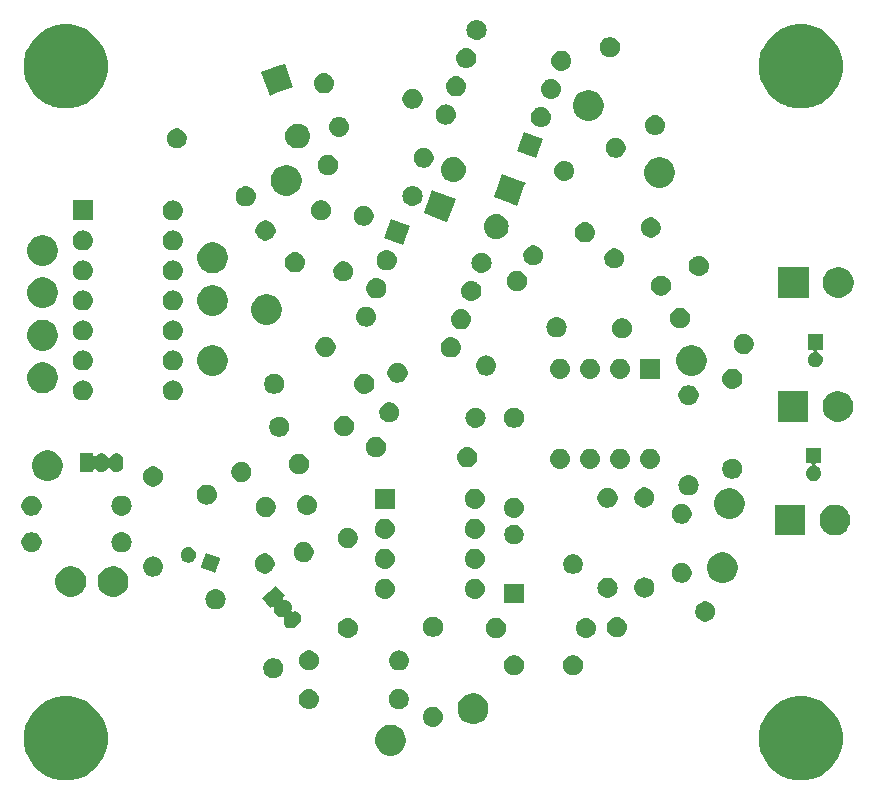
<source format=gbr>
G04 #@! TF.GenerationSoftware,KiCad,Pcbnew,(5.1.2-1)-1*
G04 #@! TF.CreationDate,2021-05-12T23:48:54-04:00*
G04 #@! TF.ProjectId,Noise Cornucopia - MFOS,4e6f6973-6520-4436-9f72-6e75636f7069,rev?*
G04 #@! TF.SameCoordinates,Original*
G04 #@! TF.FileFunction,Soldermask,Bot*
G04 #@! TF.FilePolarity,Negative*
%FSLAX46Y46*%
G04 Gerber Fmt 4.6, Leading zero omitted, Abs format (unit mm)*
G04 Created by KiCad (PCBNEW (5.1.2-1)-1) date 2021-05-12 23:48:54*
%MOMM*%
%LPD*%
G04 APERTURE LIST*
%ADD10C,0.100000*%
G04 APERTURE END LIST*
D10*
G36*
X81045787Y-71261462D02*
G01*
X81045790Y-71261463D01*
X81045789Y-71261463D01*
X81692029Y-71529144D01*
X82273631Y-71917758D01*
X82768242Y-72412369D01*
X83156856Y-72993971D01*
X83230475Y-73171704D01*
X83424538Y-73640213D01*
X83561000Y-74326256D01*
X83561000Y-75025744D01*
X83424538Y-75711787D01*
X83424537Y-75711789D01*
X83156856Y-76358029D01*
X82768242Y-76939631D01*
X82273631Y-77434242D01*
X81692029Y-77822856D01*
X81235068Y-78012135D01*
X81045787Y-78090538D01*
X80359744Y-78227000D01*
X79660256Y-78227000D01*
X78974213Y-78090538D01*
X78784932Y-78012135D01*
X78327971Y-77822856D01*
X77746369Y-77434242D01*
X77251758Y-76939631D01*
X76863144Y-76358029D01*
X76595463Y-75711789D01*
X76595462Y-75711787D01*
X76459000Y-75025744D01*
X76459000Y-74326256D01*
X76595462Y-73640213D01*
X76789525Y-73171704D01*
X76863144Y-72993971D01*
X77251758Y-72412369D01*
X77746369Y-71917758D01*
X78327971Y-71529144D01*
X78974211Y-71261463D01*
X78974210Y-71261463D01*
X78974213Y-71261462D01*
X79660256Y-71125000D01*
X80359744Y-71125000D01*
X81045787Y-71261462D01*
X81045787Y-71261462D01*
G37*
G36*
X18815787Y-71261462D02*
G01*
X18815790Y-71261463D01*
X18815789Y-71261463D01*
X19462029Y-71529144D01*
X20043631Y-71917758D01*
X20538242Y-72412369D01*
X20926856Y-72993971D01*
X21000475Y-73171704D01*
X21194538Y-73640213D01*
X21331000Y-74326256D01*
X21331000Y-75025744D01*
X21194538Y-75711787D01*
X21194537Y-75711789D01*
X20926856Y-76358029D01*
X20538242Y-76939631D01*
X20043631Y-77434242D01*
X19462029Y-77822856D01*
X19005068Y-78012135D01*
X18815787Y-78090538D01*
X18129744Y-78227000D01*
X17430256Y-78227000D01*
X16744213Y-78090538D01*
X16554932Y-78012135D01*
X16097971Y-77822856D01*
X15516369Y-77434242D01*
X15021758Y-76939631D01*
X14633144Y-76358029D01*
X14365463Y-75711789D01*
X14365462Y-75711787D01*
X14229000Y-75025744D01*
X14229000Y-74326256D01*
X14365462Y-73640213D01*
X14559525Y-73171704D01*
X14633144Y-72993971D01*
X15021758Y-72412369D01*
X15516369Y-71917758D01*
X16097971Y-71529144D01*
X16744211Y-71261463D01*
X16744210Y-71261463D01*
X16744213Y-71261462D01*
X17430256Y-71125000D01*
X18129744Y-71125000D01*
X18815787Y-71261462D01*
X18815787Y-71261462D01*
G37*
G36*
X45667593Y-73577704D02*
G01*
X45904301Y-73675752D01*
X45904303Y-73675753D01*
X46117335Y-73818096D01*
X46298504Y-73999265D01*
X46440847Y-74212297D01*
X46440848Y-74212299D01*
X46538896Y-74449007D01*
X46588880Y-74700293D01*
X46588880Y-74956507D01*
X46538896Y-75207793D01*
X46440848Y-75444501D01*
X46440847Y-75444503D01*
X46298504Y-75657535D01*
X46117335Y-75838704D01*
X45904303Y-75981047D01*
X45904302Y-75981048D01*
X45904301Y-75981048D01*
X45667593Y-76079096D01*
X45416307Y-76129080D01*
X45160093Y-76129080D01*
X44908807Y-76079096D01*
X44672099Y-75981048D01*
X44672098Y-75981048D01*
X44672097Y-75981047D01*
X44459065Y-75838704D01*
X44277896Y-75657535D01*
X44135553Y-75444503D01*
X44135552Y-75444501D01*
X44037504Y-75207793D01*
X43987520Y-74956507D01*
X43987520Y-74700293D01*
X44037504Y-74449007D01*
X44135552Y-74212299D01*
X44135553Y-74212297D01*
X44277896Y-73999265D01*
X44459065Y-73818096D01*
X44672097Y-73675753D01*
X44672099Y-73675752D01*
X44908807Y-73577704D01*
X45160093Y-73527720D01*
X45416307Y-73527720D01*
X45667593Y-73577704D01*
X45667593Y-73577704D01*
G37*
G36*
X49036423Y-72008513D02*
G01*
X49196842Y-72057176D01*
X49282099Y-72102747D01*
X49344678Y-72136196D01*
X49474259Y-72242541D01*
X49580604Y-72372122D01*
X49580605Y-72372124D01*
X49659624Y-72519958D01*
X49708287Y-72680377D01*
X49724717Y-72847200D01*
X49708287Y-73014023D01*
X49659624Y-73174442D01*
X49588714Y-73307106D01*
X49580604Y-73322278D01*
X49474259Y-73451859D01*
X49344678Y-73558204D01*
X49344676Y-73558205D01*
X49196842Y-73637224D01*
X49036423Y-73685887D01*
X48911404Y-73698200D01*
X48827796Y-73698200D01*
X48702777Y-73685887D01*
X48542358Y-73637224D01*
X48394524Y-73558205D01*
X48394522Y-73558204D01*
X48264941Y-73451859D01*
X48158596Y-73322278D01*
X48150486Y-73307106D01*
X48079576Y-73174442D01*
X48030913Y-73014023D01*
X48014483Y-72847200D01*
X48030913Y-72680377D01*
X48079576Y-72519958D01*
X48158595Y-72372124D01*
X48158596Y-72372122D01*
X48264941Y-72242541D01*
X48394522Y-72136196D01*
X48457101Y-72102747D01*
X48542358Y-72057176D01*
X48702777Y-72008513D01*
X48827796Y-71996200D01*
X48911404Y-71996200D01*
X49036423Y-72008513D01*
X49036423Y-72008513D01*
G37*
G36*
X52652593Y-70910704D02*
G01*
X52889301Y-71008752D01*
X52889303Y-71008753D01*
X53102335Y-71151096D01*
X53283504Y-71332265D01*
X53405886Y-71515423D01*
X53425848Y-71545299D01*
X53523896Y-71782007D01*
X53573880Y-72033293D01*
X53573880Y-72289507D01*
X53523896Y-72540793D01*
X53466079Y-72680375D01*
X53425847Y-72777503D01*
X53283504Y-72990535D01*
X53102335Y-73171704D01*
X52889303Y-73314047D01*
X52889302Y-73314048D01*
X52889301Y-73314048D01*
X52652593Y-73412096D01*
X52401307Y-73462080D01*
X52145093Y-73462080D01*
X51893807Y-73412096D01*
X51657099Y-73314048D01*
X51657098Y-73314048D01*
X51657097Y-73314047D01*
X51444065Y-73171704D01*
X51262896Y-72990535D01*
X51120553Y-72777503D01*
X51080321Y-72680375D01*
X51022504Y-72540793D01*
X50972520Y-72289507D01*
X50972520Y-72033293D01*
X51022504Y-71782007D01*
X51120552Y-71545299D01*
X51140514Y-71515423D01*
X51262896Y-71332265D01*
X51444065Y-71151096D01*
X51657097Y-71008753D01*
X51657099Y-71008752D01*
X51893807Y-70910704D01*
X52145093Y-70860720D01*
X52401307Y-70860720D01*
X52652593Y-70910704D01*
X52652593Y-70910704D01*
G37*
G36*
X38520823Y-70509913D02*
G01*
X38681242Y-70558576D01*
X38748361Y-70594452D01*
X38829078Y-70637596D01*
X38958659Y-70743941D01*
X39065004Y-70873522D01*
X39065005Y-70873524D01*
X39144024Y-71021358D01*
X39192687Y-71181777D01*
X39209117Y-71348600D01*
X39192687Y-71515423D01*
X39144024Y-71675842D01*
X39073114Y-71808506D01*
X39065004Y-71823678D01*
X38958659Y-71953259D01*
X38829078Y-72059604D01*
X38829076Y-72059605D01*
X38681242Y-72138624D01*
X38520823Y-72187287D01*
X38395804Y-72199600D01*
X38312196Y-72199600D01*
X38187177Y-72187287D01*
X38026758Y-72138624D01*
X37878924Y-72059605D01*
X37878922Y-72059604D01*
X37749341Y-71953259D01*
X37642996Y-71823678D01*
X37634886Y-71808506D01*
X37563976Y-71675842D01*
X37515313Y-71515423D01*
X37498883Y-71348600D01*
X37515313Y-71181777D01*
X37563976Y-71021358D01*
X37642995Y-70873524D01*
X37642996Y-70873522D01*
X37749341Y-70743941D01*
X37878922Y-70637596D01*
X37959639Y-70594452D01*
X38026758Y-70558576D01*
X38187177Y-70509913D01*
X38312196Y-70497600D01*
X38395804Y-70497600D01*
X38520823Y-70509913D01*
X38520823Y-70509913D01*
G37*
G36*
X46222228Y-70530303D02*
G01*
X46377100Y-70594453D01*
X46516481Y-70687585D01*
X46635015Y-70806119D01*
X46728147Y-70945500D01*
X46792297Y-71100372D01*
X46825000Y-71264784D01*
X46825000Y-71432416D01*
X46792297Y-71596828D01*
X46728147Y-71751700D01*
X46635015Y-71891081D01*
X46516481Y-72009615D01*
X46377100Y-72102747D01*
X46222228Y-72166897D01*
X46057816Y-72199600D01*
X45890184Y-72199600D01*
X45725772Y-72166897D01*
X45570900Y-72102747D01*
X45431519Y-72009615D01*
X45312985Y-71891081D01*
X45219853Y-71751700D01*
X45155703Y-71596828D01*
X45123000Y-71432416D01*
X45123000Y-71264784D01*
X45155703Y-71100372D01*
X45219853Y-70945500D01*
X45312985Y-70806119D01*
X45431519Y-70687585D01*
X45570900Y-70594453D01*
X45725772Y-70530303D01*
X45890184Y-70497600D01*
X46057816Y-70497600D01*
X46222228Y-70530303D01*
X46222228Y-70530303D01*
G37*
G36*
X35605028Y-67914103D02*
G01*
X35759900Y-67978253D01*
X35899281Y-68071385D01*
X36017815Y-68189919D01*
X36110947Y-68329300D01*
X36175097Y-68484172D01*
X36207800Y-68648584D01*
X36207800Y-68816216D01*
X36175097Y-68980628D01*
X36110947Y-69135500D01*
X36017815Y-69274881D01*
X35899281Y-69393415D01*
X35759900Y-69486547D01*
X35605028Y-69550697D01*
X35440616Y-69583400D01*
X35272984Y-69583400D01*
X35108572Y-69550697D01*
X34953700Y-69486547D01*
X34814319Y-69393415D01*
X34695785Y-69274881D01*
X34602653Y-69135500D01*
X34538503Y-68980628D01*
X34505800Y-68816216D01*
X34505800Y-68648584D01*
X34538503Y-68484172D01*
X34602653Y-68329300D01*
X34695785Y-68189919D01*
X34814319Y-68071385D01*
X34953700Y-67978253D01*
X35108572Y-67914103D01*
X35272984Y-67881400D01*
X35440616Y-67881400D01*
X35605028Y-67914103D01*
X35605028Y-67914103D01*
G37*
G36*
X55979628Y-67660103D02*
G01*
X56134500Y-67724253D01*
X56273881Y-67817385D01*
X56392415Y-67935919D01*
X56485547Y-68075300D01*
X56549697Y-68230172D01*
X56582400Y-68394584D01*
X56582400Y-68562216D01*
X56549697Y-68726628D01*
X56485547Y-68881500D01*
X56392415Y-69020881D01*
X56273881Y-69139415D01*
X56134500Y-69232547D01*
X55979628Y-69296697D01*
X55815216Y-69329400D01*
X55647584Y-69329400D01*
X55483172Y-69296697D01*
X55328300Y-69232547D01*
X55188919Y-69139415D01*
X55070385Y-69020881D01*
X54977253Y-68881500D01*
X54913103Y-68726628D01*
X54880400Y-68562216D01*
X54880400Y-68394584D01*
X54913103Y-68230172D01*
X54977253Y-68075300D01*
X55070385Y-67935919D01*
X55188919Y-67817385D01*
X55328300Y-67724253D01*
X55483172Y-67660103D01*
X55647584Y-67627400D01*
X55815216Y-67627400D01*
X55979628Y-67660103D01*
X55979628Y-67660103D01*
G37*
G36*
X60979628Y-67660103D02*
G01*
X61134500Y-67724253D01*
X61273881Y-67817385D01*
X61392415Y-67935919D01*
X61485547Y-68075300D01*
X61549697Y-68230172D01*
X61582400Y-68394584D01*
X61582400Y-68562216D01*
X61549697Y-68726628D01*
X61485547Y-68881500D01*
X61392415Y-69020881D01*
X61273881Y-69139415D01*
X61134500Y-69232547D01*
X60979628Y-69296697D01*
X60815216Y-69329400D01*
X60647584Y-69329400D01*
X60483172Y-69296697D01*
X60328300Y-69232547D01*
X60188919Y-69139415D01*
X60070385Y-69020881D01*
X59977253Y-68881500D01*
X59913103Y-68726628D01*
X59880400Y-68562216D01*
X59880400Y-68394584D01*
X59913103Y-68230172D01*
X59977253Y-68075300D01*
X60070385Y-67935919D01*
X60188919Y-67817385D01*
X60328300Y-67724253D01*
X60483172Y-67660103D01*
X60647584Y-67627400D01*
X60815216Y-67627400D01*
X60979628Y-67660103D01*
X60979628Y-67660103D01*
G37*
G36*
X38627628Y-67253703D02*
G01*
X38782500Y-67317853D01*
X38921881Y-67410985D01*
X39040415Y-67529519D01*
X39133547Y-67668900D01*
X39197697Y-67823772D01*
X39230400Y-67988184D01*
X39230400Y-68155816D01*
X39197697Y-68320228D01*
X39133547Y-68475100D01*
X39040415Y-68614481D01*
X38921881Y-68733015D01*
X38782500Y-68826147D01*
X38627628Y-68890297D01*
X38463216Y-68923000D01*
X38295584Y-68923000D01*
X38131172Y-68890297D01*
X37976300Y-68826147D01*
X37836919Y-68733015D01*
X37718385Y-68614481D01*
X37625253Y-68475100D01*
X37561103Y-68320228D01*
X37528400Y-68155816D01*
X37528400Y-67988184D01*
X37561103Y-67823772D01*
X37625253Y-67668900D01*
X37718385Y-67529519D01*
X37836919Y-67410985D01*
X37976300Y-67317853D01*
X38131172Y-67253703D01*
X38295584Y-67221000D01*
X38463216Y-67221000D01*
X38627628Y-67253703D01*
X38627628Y-67253703D01*
G37*
G36*
X46166223Y-67233313D02*
G01*
X46326642Y-67281976D01*
X46393761Y-67317852D01*
X46474478Y-67360996D01*
X46604059Y-67467341D01*
X46710404Y-67596922D01*
X46710405Y-67596924D01*
X46789424Y-67744758D01*
X46838087Y-67905177D01*
X46854517Y-68072000D01*
X46838087Y-68238823D01*
X46789424Y-68399242D01*
X46748877Y-68475100D01*
X46710404Y-68547078D01*
X46604059Y-68676659D01*
X46474478Y-68783004D01*
X46474476Y-68783005D01*
X46326642Y-68862024D01*
X46166223Y-68910687D01*
X46041204Y-68923000D01*
X45957596Y-68923000D01*
X45832577Y-68910687D01*
X45672158Y-68862024D01*
X45524324Y-68783005D01*
X45524322Y-68783004D01*
X45394741Y-68676659D01*
X45288396Y-68547078D01*
X45249923Y-68475100D01*
X45209376Y-68399242D01*
X45160713Y-68238823D01*
X45144283Y-68072000D01*
X45160713Y-67905177D01*
X45209376Y-67744758D01*
X45288395Y-67596924D01*
X45288396Y-67596922D01*
X45394741Y-67467341D01*
X45524322Y-67360996D01*
X45605039Y-67317852D01*
X45672158Y-67281976D01*
X45832577Y-67233313D01*
X45957596Y-67221000D01*
X46041204Y-67221000D01*
X46166223Y-67233313D01*
X46166223Y-67233313D01*
G37*
G36*
X41822823Y-64490113D02*
G01*
X41983242Y-64538776D01*
X42115906Y-64609686D01*
X42131078Y-64617796D01*
X42260659Y-64724141D01*
X42367004Y-64853722D01*
X42367005Y-64853724D01*
X42446024Y-65001558D01*
X42494687Y-65161977D01*
X42511117Y-65328800D01*
X42494687Y-65495623D01*
X42446024Y-65656042D01*
X42405477Y-65731900D01*
X42367004Y-65803878D01*
X42260659Y-65933459D01*
X42131078Y-66039804D01*
X42131076Y-66039805D01*
X41983242Y-66118824D01*
X41822823Y-66167487D01*
X41697804Y-66179800D01*
X41614196Y-66179800D01*
X41489177Y-66167487D01*
X41328758Y-66118824D01*
X41180924Y-66039805D01*
X41180922Y-66039804D01*
X41051341Y-65933459D01*
X40944996Y-65803878D01*
X40906523Y-65731900D01*
X40865976Y-65656042D01*
X40817313Y-65495623D01*
X40800883Y-65328800D01*
X40817313Y-65161977D01*
X40865976Y-65001558D01*
X40944995Y-64853724D01*
X40944996Y-64853722D01*
X41051341Y-64724141D01*
X41180922Y-64617796D01*
X41196094Y-64609686D01*
X41328758Y-64538776D01*
X41489177Y-64490113D01*
X41614196Y-64477800D01*
X41697804Y-64477800D01*
X41822823Y-64490113D01*
X41822823Y-64490113D01*
G37*
G36*
X61990423Y-64490113D02*
G01*
X62150842Y-64538776D01*
X62283506Y-64609686D01*
X62298678Y-64617796D01*
X62428259Y-64724141D01*
X62534604Y-64853722D01*
X62534605Y-64853724D01*
X62613624Y-65001558D01*
X62662287Y-65161977D01*
X62678717Y-65328800D01*
X62662287Y-65495623D01*
X62613624Y-65656042D01*
X62573077Y-65731900D01*
X62534604Y-65803878D01*
X62428259Y-65933459D01*
X62298678Y-66039804D01*
X62298676Y-66039805D01*
X62150842Y-66118824D01*
X61990423Y-66167487D01*
X61865404Y-66179800D01*
X61781796Y-66179800D01*
X61656777Y-66167487D01*
X61496358Y-66118824D01*
X61348524Y-66039805D01*
X61348522Y-66039804D01*
X61218941Y-65933459D01*
X61112596Y-65803878D01*
X61074123Y-65731900D01*
X61033576Y-65656042D01*
X60984913Y-65495623D01*
X60968483Y-65328800D01*
X60984913Y-65161977D01*
X61033576Y-65001558D01*
X61112595Y-64853724D01*
X61112596Y-64853722D01*
X61218941Y-64724141D01*
X61348522Y-64617796D01*
X61363694Y-64609686D01*
X61496358Y-64538776D01*
X61656777Y-64490113D01*
X61781796Y-64477800D01*
X61865404Y-64477800D01*
X61990423Y-64490113D01*
X61990423Y-64490113D01*
G37*
G36*
X54451828Y-64510503D02*
G01*
X54606700Y-64574653D01*
X54746081Y-64667785D01*
X54864615Y-64786319D01*
X54957747Y-64925700D01*
X55021897Y-65080572D01*
X55054600Y-65244984D01*
X55054600Y-65412616D01*
X55021897Y-65577028D01*
X54957747Y-65731900D01*
X54864615Y-65871281D01*
X54746081Y-65989815D01*
X54606700Y-66082947D01*
X54451828Y-66147097D01*
X54287416Y-66179800D01*
X54119784Y-66179800D01*
X53955372Y-66147097D01*
X53800500Y-66082947D01*
X53661119Y-65989815D01*
X53542585Y-65871281D01*
X53449453Y-65731900D01*
X53385303Y-65577028D01*
X53352600Y-65412616D01*
X53352600Y-65244984D01*
X53385303Y-65080572D01*
X53449453Y-64925700D01*
X53542585Y-64786319D01*
X53661119Y-64667785D01*
X53800500Y-64574653D01*
X53955372Y-64510503D01*
X54119784Y-64477800D01*
X54287416Y-64477800D01*
X54451828Y-64510503D01*
X54451828Y-64510503D01*
G37*
G36*
X64595388Y-64416312D02*
G01*
X64755807Y-64464975D01*
X64877361Y-64529947D01*
X64903643Y-64543995D01*
X65033224Y-64650340D01*
X65139569Y-64779921D01*
X65139570Y-64779923D01*
X65218589Y-64927757D01*
X65267252Y-65088176D01*
X65283682Y-65254999D01*
X65267252Y-65421822D01*
X65218589Y-65582241D01*
X65147679Y-65714905D01*
X65139569Y-65730077D01*
X65033224Y-65859658D01*
X64903643Y-65966003D01*
X64903641Y-65966004D01*
X64755807Y-66045023D01*
X64755804Y-66045024D01*
X64725945Y-66054082D01*
X64595388Y-66093686D01*
X64470369Y-66105999D01*
X64386761Y-66105999D01*
X64261742Y-66093686D01*
X64131185Y-66054082D01*
X64101326Y-66045024D01*
X64101323Y-66045023D01*
X63953489Y-65966004D01*
X63953487Y-65966003D01*
X63823906Y-65859658D01*
X63717561Y-65730077D01*
X63709451Y-65714905D01*
X63638541Y-65582241D01*
X63589878Y-65421822D01*
X63573448Y-65254999D01*
X63589878Y-65088176D01*
X63638541Y-64927757D01*
X63717560Y-64779923D01*
X63717561Y-64779921D01*
X63823906Y-64650340D01*
X63953487Y-64543995D01*
X63979769Y-64529947D01*
X64101323Y-64464975D01*
X64261742Y-64416312D01*
X64386761Y-64403999D01*
X64470369Y-64403999D01*
X64595388Y-64416312D01*
X64595388Y-64416312D01*
G37*
G36*
X49117828Y-64408903D02*
G01*
X49272700Y-64473053D01*
X49412081Y-64566185D01*
X49530615Y-64684719D01*
X49623747Y-64824100D01*
X49687897Y-64978972D01*
X49720600Y-65143384D01*
X49720600Y-65311016D01*
X49687897Y-65475428D01*
X49623747Y-65630300D01*
X49530615Y-65769681D01*
X49412081Y-65888215D01*
X49272700Y-65981347D01*
X49117828Y-66045497D01*
X48953416Y-66078200D01*
X48785784Y-66078200D01*
X48621372Y-66045497D01*
X48466500Y-65981347D01*
X48327119Y-65888215D01*
X48208585Y-65769681D01*
X48115453Y-65630300D01*
X48051303Y-65475428D01*
X48018600Y-65311016D01*
X48018600Y-65143384D01*
X48051303Y-64978972D01*
X48115453Y-64824100D01*
X48208585Y-64684719D01*
X48327119Y-64566185D01*
X48466500Y-64473053D01*
X48621372Y-64408903D01*
X48785784Y-64376200D01*
X48953416Y-64376200D01*
X49117828Y-64408903D01*
X49117828Y-64408903D01*
G37*
G36*
X36340647Y-62613569D02*
G01*
X36214756Y-62719204D01*
X36197619Y-62736719D01*
X36184229Y-62757241D01*
X36175099Y-62779981D01*
X36170581Y-62804065D01*
X36170848Y-62828567D01*
X36175890Y-62852547D01*
X36185514Y-62875082D01*
X36199349Y-62895307D01*
X36216864Y-62912444D01*
X36237386Y-62925834D01*
X36260126Y-62934964D01*
X36296458Y-62939950D01*
X36395945Y-62938865D01*
X36507462Y-62959785D01*
X36612754Y-63002060D01*
X36707776Y-63064062D01*
X36788877Y-63143413D01*
X36852938Y-63237060D01*
X36883729Y-63309162D01*
X36897499Y-63341406D01*
X36903557Y-63370217D01*
X36920847Y-63452439D01*
X36922084Y-63565894D01*
X36901164Y-63677411D01*
X36901163Y-63677413D01*
X36866768Y-63763081D01*
X36859911Y-63786606D01*
X36857775Y-63811017D01*
X36860443Y-63835375D01*
X36867812Y-63858745D01*
X36879598Y-63880229D01*
X36895349Y-63899000D01*
X36914459Y-63914337D01*
X36936195Y-63925652D01*
X36959720Y-63932509D01*
X36984131Y-63934645D01*
X37008486Y-63931977D01*
X37098830Y-63912979D01*
X37212286Y-63911742D01*
X37323803Y-63932662D01*
X37429095Y-63974937D01*
X37524117Y-64036939D01*
X37605218Y-64116290D01*
X37669279Y-64209937D01*
X37700070Y-64282039D01*
X37713840Y-64314283D01*
X37718174Y-64334897D01*
X37737188Y-64425316D01*
X37738425Y-64538771D01*
X37717505Y-64650288D01*
X37675230Y-64755581D01*
X37613228Y-64850602D01*
X37553764Y-64911378D01*
X37165688Y-65237011D01*
X37095510Y-65285018D01*
X36991165Y-65329578D01*
X36880131Y-65352927D01*
X36766676Y-65354164D01*
X36655160Y-65333244D01*
X36549867Y-65290969D01*
X36454845Y-65228967D01*
X36373745Y-65149616D01*
X36309683Y-65055969D01*
X36265123Y-64951624D01*
X36241774Y-64840590D01*
X36240537Y-64727135D01*
X36261457Y-64615619D01*
X36292310Y-64538775D01*
X36295854Y-64529947D01*
X36302711Y-64506422D01*
X36304847Y-64482011D01*
X36302179Y-64457653D01*
X36294810Y-64434283D01*
X36283024Y-64412800D01*
X36267273Y-64394028D01*
X36248163Y-64378691D01*
X36226427Y-64367376D01*
X36202902Y-64360519D01*
X36178491Y-64358383D01*
X36154144Y-64361050D01*
X36063790Y-64380050D01*
X35950335Y-64381287D01*
X35838819Y-64360367D01*
X35733526Y-64318092D01*
X35638504Y-64256090D01*
X35563486Y-64182690D01*
X35557408Y-64176743D01*
X35557404Y-64176739D01*
X35493342Y-64083092D01*
X35448782Y-63978747D01*
X35425433Y-63867713D01*
X35424196Y-63754258D01*
X35442541Y-63656466D01*
X35444676Y-63632071D01*
X35442008Y-63607713D01*
X35434640Y-63584343D01*
X35422853Y-63562859D01*
X35407103Y-63544088D01*
X35387992Y-63528750D01*
X35366257Y-63517435D01*
X35342732Y-63510578D01*
X35318321Y-63508442D01*
X35293963Y-63511110D01*
X35270593Y-63518478D01*
X35249109Y-63530265D01*
X35239336Y-63537679D01*
X35113444Y-63643314D01*
X34372953Y-62760831D01*
X35600156Y-61731086D01*
X36340647Y-62613569D01*
X36340647Y-62613569D01*
G37*
G36*
X72181028Y-63113503D02*
G01*
X72335900Y-63177653D01*
X72475281Y-63270785D01*
X72593815Y-63389319D01*
X72686947Y-63528700D01*
X72751097Y-63683572D01*
X72783800Y-63847984D01*
X72783800Y-64015616D01*
X72751097Y-64180028D01*
X72686947Y-64334900D01*
X72593815Y-64474281D01*
X72475281Y-64592815D01*
X72335900Y-64685947D01*
X72181028Y-64750097D01*
X72016616Y-64782800D01*
X71848984Y-64782800D01*
X71684572Y-64750097D01*
X71529700Y-64685947D01*
X71390319Y-64592815D01*
X71271785Y-64474281D01*
X71178653Y-64334900D01*
X71114503Y-64180028D01*
X71081800Y-64015616D01*
X71081800Y-63847984D01*
X71114503Y-63683572D01*
X71178653Y-63528700D01*
X71271785Y-63389319D01*
X71390319Y-63270785D01*
X71529700Y-63177653D01*
X71684572Y-63113503D01*
X71848984Y-63080800D01*
X72016616Y-63080800D01*
X72181028Y-63113503D01*
X72181028Y-63113503D01*
G37*
G36*
X30625581Y-62056454D02*
G01*
X30786000Y-62105117D01*
X30904063Y-62168223D01*
X30933836Y-62184137D01*
X31063417Y-62290482D01*
X31169762Y-62420063D01*
X31169763Y-62420065D01*
X31248782Y-62567899D01*
X31297445Y-62728318D01*
X31313875Y-62895141D01*
X31297445Y-63061964D01*
X31248782Y-63222383D01*
X31185163Y-63341405D01*
X31169762Y-63370219D01*
X31063417Y-63499800D01*
X30933836Y-63606145D01*
X30933834Y-63606146D01*
X30786000Y-63685165D01*
X30625581Y-63733828D01*
X30500562Y-63746141D01*
X30416954Y-63746141D01*
X30291935Y-63733828D01*
X30131516Y-63685165D01*
X29983682Y-63606146D01*
X29983680Y-63606145D01*
X29854099Y-63499800D01*
X29747754Y-63370219D01*
X29732353Y-63341405D01*
X29668734Y-63222383D01*
X29620071Y-63061964D01*
X29603641Y-62895141D01*
X29620071Y-62728318D01*
X29668734Y-62567899D01*
X29747753Y-62420065D01*
X29747754Y-62420063D01*
X29854099Y-62290482D01*
X29983680Y-62184137D01*
X30013453Y-62168223D01*
X30131516Y-62105117D01*
X30291935Y-62056454D01*
X30416954Y-62044141D01*
X30500562Y-62044141D01*
X30625581Y-62056454D01*
X30625581Y-62056454D01*
G37*
G36*
X56553600Y-63233800D02*
G01*
X54901600Y-63233800D01*
X54901600Y-61581800D01*
X56553600Y-61581800D01*
X56553600Y-63233800D01*
X56553600Y-63233800D01*
G37*
G36*
X52592423Y-61162713D02*
G01*
X52752842Y-61211376D01*
X52850720Y-61263693D01*
X52900678Y-61290396D01*
X53030259Y-61396741D01*
X53136604Y-61526322D01*
X53136605Y-61526324D01*
X53215624Y-61674158D01*
X53264287Y-61834577D01*
X53280717Y-62001400D01*
X53264287Y-62168223D01*
X53215624Y-62328642D01*
X53166758Y-62420063D01*
X53136604Y-62476478D01*
X53030259Y-62606059D01*
X52900678Y-62712404D01*
X52900676Y-62712405D01*
X52752842Y-62791424D01*
X52592423Y-62840087D01*
X52467404Y-62852400D01*
X52383796Y-62852400D01*
X52258777Y-62840087D01*
X52098358Y-62791424D01*
X51950524Y-62712405D01*
X51950522Y-62712404D01*
X51820941Y-62606059D01*
X51714596Y-62476478D01*
X51684442Y-62420063D01*
X51635576Y-62328642D01*
X51586913Y-62168223D01*
X51570483Y-62001400D01*
X51586913Y-61834577D01*
X51635576Y-61674158D01*
X51714595Y-61526324D01*
X51714596Y-61526322D01*
X51820941Y-61396741D01*
X51950522Y-61290396D01*
X52000480Y-61263693D01*
X52098358Y-61211376D01*
X52258777Y-61162713D01*
X52383796Y-61150400D01*
X52467404Y-61150400D01*
X52592423Y-61162713D01*
X52592423Y-61162713D01*
G37*
G36*
X44972423Y-61162713D02*
G01*
X45132842Y-61211376D01*
X45230720Y-61263693D01*
X45280678Y-61290396D01*
X45410259Y-61396741D01*
X45516604Y-61526322D01*
X45516605Y-61526324D01*
X45595624Y-61674158D01*
X45644287Y-61834577D01*
X45660717Y-62001400D01*
X45644287Y-62168223D01*
X45595624Y-62328642D01*
X45546758Y-62420063D01*
X45516604Y-62476478D01*
X45410259Y-62606059D01*
X45280678Y-62712404D01*
X45280676Y-62712405D01*
X45132842Y-62791424D01*
X44972423Y-62840087D01*
X44847404Y-62852400D01*
X44763796Y-62852400D01*
X44638777Y-62840087D01*
X44478358Y-62791424D01*
X44330524Y-62712405D01*
X44330522Y-62712404D01*
X44200941Y-62606059D01*
X44094596Y-62476478D01*
X44064442Y-62420063D01*
X44015576Y-62328642D01*
X43966913Y-62168223D01*
X43950483Y-62001400D01*
X43966913Y-61834577D01*
X44015576Y-61674158D01*
X44094595Y-61526324D01*
X44094596Y-61526322D01*
X44200941Y-61396741D01*
X44330522Y-61290396D01*
X44380480Y-61263693D01*
X44478358Y-61211376D01*
X44638777Y-61162713D01*
X44763796Y-61150400D01*
X44847404Y-61150400D01*
X44972423Y-61162713D01*
X44972423Y-61162713D01*
G37*
G36*
X63819223Y-61086513D02*
G01*
X63979642Y-61135176D01*
X64079956Y-61188795D01*
X64127478Y-61214196D01*
X64257059Y-61320541D01*
X64363404Y-61450122D01*
X64363405Y-61450124D01*
X64442424Y-61597958D01*
X64491087Y-61758377D01*
X64507517Y-61925200D01*
X64491087Y-62092023D01*
X64442424Y-62252442D01*
X64371514Y-62385106D01*
X64363404Y-62400278D01*
X64257059Y-62529859D01*
X64127478Y-62636204D01*
X64127476Y-62636205D01*
X63979642Y-62715224D01*
X63819223Y-62763887D01*
X63694204Y-62776200D01*
X63610596Y-62776200D01*
X63485577Y-62763887D01*
X63325158Y-62715224D01*
X63177324Y-62636205D01*
X63177322Y-62636204D01*
X63047741Y-62529859D01*
X62941396Y-62400278D01*
X62933286Y-62385106D01*
X62862376Y-62252442D01*
X62813713Y-62092023D01*
X62797283Y-61925200D01*
X62813713Y-61758377D01*
X62862376Y-61597958D01*
X62941395Y-61450124D01*
X62941396Y-61450122D01*
X63047741Y-61320541D01*
X63177322Y-61214196D01*
X63224844Y-61188795D01*
X63325158Y-61135176D01*
X63485577Y-61086513D01*
X63610596Y-61074200D01*
X63694204Y-61074200D01*
X63819223Y-61086513D01*
X63819223Y-61086513D01*
G37*
G36*
X66943423Y-61061113D02*
G01*
X67103842Y-61109776D01*
X67179844Y-61150400D01*
X67251678Y-61188796D01*
X67381259Y-61295141D01*
X67487604Y-61424722D01*
X67487605Y-61424724D01*
X67566624Y-61572558D01*
X67615287Y-61732977D01*
X67631717Y-61899800D01*
X67615287Y-62066623D01*
X67566624Y-62227042D01*
X67495714Y-62359706D01*
X67487604Y-62374878D01*
X67381259Y-62504459D01*
X67251678Y-62610804D01*
X67251676Y-62610805D01*
X67103842Y-62689824D01*
X67103839Y-62689825D01*
X67073980Y-62698883D01*
X66943423Y-62738487D01*
X66818404Y-62750800D01*
X66734796Y-62750800D01*
X66609777Y-62738487D01*
X66479220Y-62698883D01*
X66449361Y-62689825D01*
X66449358Y-62689824D01*
X66301524Y-62610805D01*
X66301522Y-62610804D01*
X66171941Y-62504459D01*
X66065596Y-62374878D01*
X66057486Y-62359706D01*
X65986576Y-62227042D01*
X65937913Y-62066623D01*
X65921483Y-61899800D01*
X65937913Y-61732977D01*
X65986576Y-61572558D01*
X66065595Y-61424724D01*
X66065596Y-61424722D01*
X66171941Y-61295141D01*
X66301522Y-61188796D01*
X66373356Y-61150400D01*
X66449358Y-61109776D01*
X66609777Y-61061113D01*
X66734796Y-61048800D01*
X66818404Y-61048800D01*
X66943423Y-61061113D01*
X66943423Y-61061113D01*
G37*
G36*
X18591193Y-60141104D02*
G01*
X18748070Y-60206085D01*
X18827903Y-60239153D01*
X19040935Y-60381496D01*
X19222104Y-60562665D01*
X19364447Y-60775697D01*
X19364448Y-60775699D01*
X19462496Y-61012407D01*
X19512480Y-61263693D01*
X19512480Y-61519907D01*
X19462496Y-61771193D01*
X19436242Y-61834575D01*
X19364447Y-62007903D01*
X19222104Y-62220935D01*
X19040935Y-62402104D01*
X18827903Y-62544447D01*
X18827902Y-62544448D01*
X18827901Y-62544448D01*
X18591193Y-62642496D01*
X18339907Y-62692480D01*
X18083693Y-62692480D01*
X17832407Y-62642496D01*
X17595699Y-62544448D01*
X17595698Y-62544448D01*
X17595697Y-62544447D01*
X17382665Y-62402104D01*
X17201496Y-62220935D01*
X17059153Y-62007903D01*
X16987358Y-61834575D01*
X16961104Y-61771193D01*
X16911120Y-61519907D01*
X16911120Y-61263693D01*
X16961104Y-61012407D01*
X17059152Y-60775699D01*
X17059153Y-60775697D01*
X17201496Y-60562665D01*
X17382665Y-60381496D01*
X17595697Y-60239153D01*
X17675530Y-60206085D01*
X17832407Y-60141104D01*
X18083693Y-60091120D01*
X18339907Y-60091120D01*
X18591193Y-60141104D01*
X18591193Y-60141104D01*
G37*
G36*
X22172593Y-60141104D02*
G01*
X22329470Y-60206085D01*
X22409303Y-60239153D01*
X22622335Y-60381496D01*
X22803504Y-60562665D01*
X22945847Y-60775697D01*
X22945848Y-60775699D01*
X23043896Y-61012407D01*
X23093880Y-61263693D01*
X23093880Y-61519907D01*
X23043896Y-61771193D01*
X23017642Y-61834575D01*
X22945847Y-62007903D01*
X22803504Y-62220935D01*
X22622335Y-62402104D01*
X22409303Y-62544447D01*
X22409302Y-62544448D01*
X22409301Y-62544448D01*
X22172593Y-62642496D01*
X21921307Y-62692480D01*
X21665093Y-62692480D01*
X21413807Y-62642496D01*
X21177099Y-62544448D01*
X21177098Y-62544448D01*
X21177097Y-62544447D01*
X20964065Y-62402104D01*
X20782896Y-62220935D01*
X20640553Y-62007903D01*
X20568758Y-61834575D01*
X20542504Y-61771193D01*
X20492520Y-61519907D01*
X20492520Y-61263693D01*
X20542504Y-61012407D01*
X20640552Y-60775699D01*
X20640553Y-60775697D01*
X20782896Y-60562665D01*
X20964065Y-60381496D01*
X21177097Y-60239153D01*
X21256930Y-60206085D01*
X21413807Y-60141104D01*
X21665093Y-60091120D01*
X21921307Y-60091120D01*
X22172593Y-60141104D01*
X22172593Y-60141104D01*
G37*
G36*
X73759993Y-58972704D02*
G01*
X73996701Y-59070752D01*
X73996703Y-59070753D01*
X74209735Y-59213096D01*
X74390904Y-59394265D01*
X74533247Y-59607297D01*
X74533248Y-59607299D01*
X74631296Y-59844007D01*
X74681280Y-60095293D01*
X74681280Y-60351507D01*
X74631296Y-60602793D01*
X74533248Y-60839501D01*
X74533247Y-60839503D01*
X74390904Y-61052535D01*
X74209735Y-61233704D01*
X73996703Y-61376047D01*
X73996702Y-61376048D01*
X73996701Y-61376048D01*
X73759993Y-61474096D01*
X73508707Y-61524080D01*
X73252493Y-61524080D01*
X73001207Y-61474096D01*
X72764499Y-61376048D01*
X72764498Y-61376048D01*
X72764497Y-61376047D01*
X72551465Y-61233704D01*
X72370296Y-61052535D01*
X72227953Y-60839503D01*
X72227952Y-60839501D01*
X72129904Y-60602793D01*
X72079920Y-60351507D01*
X72079920Y-60095293D01*
X72129904Y-59844007D01*
X72227952Y-59607299D01*
X72227953Y-59607297D01*
X72370296Y-59394265D01*
X72551465Y-59213096D01*
X72764497Y-59070753D01*
X72764499Y-59070752D01*
X73001207Y-58972704D01*
X73252493Y-58922720D01*
X73508707Y-58922720D01*
X73759993Y-58972704D01*
X73759993Y-58972704D01*
G37*
G36*
X70174428Y-59833103D02*
G01*
X70329300Y-59897253D01*
X70468681Y-59990385D01*
X70587215Y-60108919D01*
X70680347Y-60248300D01*
X70744497Y-60403172D01*
X70777200Y-60567584D01*
X70777200Y-60735216D01*
X70744497Y-60899628D01*
X70680347Y-61054500D01*
X70587215Y-61193881D01*
X70468681Y-61312415D01*
X70329300Y-61405547D01*
X70174428Y-61469697D01*
X70010016Y-61502400D01*
X69842384Y-61502400D01*
X69677972Y-61469697D01*
X69523100Y-61405547D01*
X69383719Y-61312415D01*
X69265185Y-61193881D01*
X69172053Y-61054500D01*
X69107903Y-60899628D01*
X69075200Y-60735216D01*
X69075200Y-60567584D01*
X69107903Y-60403172D01*
X69172053Y-60248300D01*
X69265185Y-60108919D01*
X69383719Y-59990385D01*
X69523100Y-59897253D01*
X69677972Y-59833103D01*
X69842384Y-59800400D01*
X70010016Y-59800400D01*
X70174428Y-59833103D01*
X70174428Y-59833103D01*
G37*
G36*
X25338223Y-59283113D02*
G01*
X25498642Y-59331776D01*
X25615552Y-59394266D01*
X25646478Y-59410796D01*
X25776059Y-59517141D01*
X25882404Y-59646722D01*
X25882405Y-59646724D01*
X25961424Y-59794558D01*
X26010087Y-59954977D01*
X26026517Y-60121800D01*
X26010087Y-60288623D01*
X25961424Y-60449042D01*
X25900691Y-60562665D01*
X25882404Y-60596878D01*
X25776059Y-60726459D01*
X25646478Y-60832804D01*
X25646476Y-60832805D01*
X25498642Y-60911824D01*
X25338223Y-60960487D01*
X25213204Y-60972800D01*
X25129596Y-60972800D01*
X25004577Y-60960487D01*
X24844158Y-60911824D01*
X24696324Y-60832805D01*
X24696322Y-60832804D01*
X24566741Y-60726459D01*
X24460396Y-60596878D01*
X24442109Y-60562665D01*
X24381376Y-60449042D01*
X24332713Y-60288623D01*
X24316283Y-60121800D01*
X24332713Y-59954977D01*
X24381376Y-59794558D01*
X24460395Y-59646724D01*
X24460396Y-59646722D01*
X24566741Y-59517141D01*
X24696322Y-59410796D01*
X24727248Y-59394266D01*
X24844158Y-59331776D01*
X25004577Y-59283113D01*
X25129596Y-59270800D01*
X25213204Y-59270800D01*
X25338223Y-59283113D01*
X25338223Y-59283113D01*
G37*
G36*
X60968535Y-59113542D02*
G01*
X61118858Y-59175808D01*
X61254145Y-59266204D01*
X61369196Y-59381255D01*
X61459592Y-59516542D01*
X61521858Y-59666865D01*
X61553600Y-59826446D01*
X61553600Y-59989154D01*
X61521858Y-60148735D01*
X61459592Y-60299058D01*
X61369196Y-60434345D01*
X61254145Y-60549396D01*
X61118858Y-60639792D01*
X60968535Y-60702058D01*
X60808954Y-60733800D01*
X60646246Y-60733800D01*
X60486665Y-60702058D01*
X60336342Y-60639792D01*
X60201055Y-60549396D01*
X60086004Y-60434345D01*
X59995608Y-60299058D01*
X59933342Y-60148735D01*
X59901600Y-59989154D01*
X59901600Y-59826446D01*
X59933342Y-59666865D01*
X59995608Y-59516542D01*
X60086004Y-59381255D01*
X60201055Y-59266204D01*
X60336342Y-59175808D01*
X60486665Y-59113542D01*
X60646246Y-59081800D01*
X60808954Y-59081800D01*
X60968535Y-59113542D01*
X60968535Y-59113542D01*
G37*
G36*
X34868428Y-59049503D02*
G01*
X35023300Y-59113653D01*
X35162681Y-59206785D01*
X35281215Y-59325319D01*
X35374347Y-59464700D01*
X35438497Y-59619572D01*
X35471200Y-59783984D01*
X35471200Y-59951616D01*
X35438497Y-60116028D01*
X35374347Y-60270900D01*
X35281215Y-60410281D01*
X35162681Y-60528815D01*
X35023300Y-60621947D01*
X34868428Y-60686097D01*
X34704016Y-60718800D01*
X34536384Y-60718800D01*
X34371972Y-60686097D01*
X34217100Y-60621947D01*
X34077719Y-60528815D01*
X33959185Y-60410281D01*
X33866053Y-60270900D01*
X33801903Y-60116028D01*
X33769200Y-59951616D01*
X33769200Y-59783984D01*
X33801903Y-59619572D01*
X33866053Y-59464700D01*
X33959185Y-59325319D01*
X34077719Y-59206785D01*
X34217100Y-59113653D01*
X34371972Y-59049503D01*
X34536384Y-59016800D01*
X34704016Y-59016800D01*
X34868428Y-59049503D01*
X34868428Y-59049503D01*
G37*
G36*
X29901297Y-59070752D02*
G01*
X30882595Y-59427915D01*
X30882595Y-59427916D01*
X30838907Y-59547948D01*
X30437285Y-60651395D01*
X30437284Y-60651395D01*
X30100499Y-60528815D01*
X29213805Y-60206085D01*
X29226064Y-60172405D01*
X29363587Y-59794561D01*
X29659115Y-58982605D01*
X29659116Y-58982605D01*
X29901297Y-59070752D01*
X29901297Y-59070752D01*
G37*
G36*
X52592423Y-58622713D02*
G01*
X52752842Y-58671376D01*
X52885506Y-58742286D01*
X52900678Y-58750396D01*
X53030259Y-58856741D01*
X53136604Y-58986322D01*
X53136605Y-58986324D01*
X53215624Y-59134158D01*
X53264287Y-59294577D01*
X53280717Y-59461400D01*
X53264287Y-59628223D01*
X53215624Y-59788642D01*
X53157571Y-59897252D01*
X53136604Y-59936478D01*
X53030259Y-60066059D01*
X52900678Y-60172404D01*
X52900676Y-60172405D01*
X52752842Y-60251424D01*
X52592423Y-60300087D01*
X52467404Y-60312400D01*
X52383796Y-60312400D01*
X52258777Y-60300087D01*
X52098358Y-60251424D01*
X51950524Y-60172405D01*
X51950522Y-60172404D01*
X51820941Y-60066059D01*
X51714596Y-59936478D01*
X51693629Y-59897252D01*
X51635576Y-59788642D01*
X51586913Y-59628223D01*
X51570483Y-59461400D01*
X51586913Y-59294577D01*
X51635576Y-59134158D01*
X51714595Y-58986324D01*
X51714596Y-58986322D01*
X51820941Y-58856741D01*
X51950522Y-58750396D01*
X51965694Y-58742286D01*
X52098358Y-58671376D01*
X52258777Y-58622713D01*
X52383796Y-58610400D01*
X52467404Y-58610400D01*
X52592423Y-58622713D01*
X52592423Y-58622713D01*
G37*
G36*
X44972423Y-58622713D02*
G01*
X45132842Y-58671376D01*
X45265506Y-58742286D01*
X45280678Y-58750396D01*
X45410259Y-58856741D01*
X45516604Y-58986322D01*
X45516605Y-58986324D01*
X45595624Y-59134158D01*
X45644287Y-59294577D01*
X45660717Y-59461400D01*
X45644287Y-59628223D01*
X45595624Y-59788642D01*
X45537571Y-59897252D01*
X45516604Y-59936478D01*
X45410259Y-60066059D01*
X45280678Y-60172404D01*
X45280676Y-60172405D01*
X45132842Y-60251424D01*
X44972423Y-60300087D01*
X44847404Y-60312400D01*
X44763796Y-60312400D01*
X44638777Y-60300087D01*
X44478358Y-60251424D01*
X44330524Y-60172405D01*
X44330522Y-60172404D01*
X44200941Y-60066059D01*
X44094596Y-59936478D01*
X44073629Y-59897252D01*
X44015576Y-59788642D01*
X43966913Y-59628223D01*
X43950483Y-59461400D01*
X43966913Y-59294577D01*
X44015576Y-59134158D01*
X44094595Y-58986324D01*
X44094596Y-58986322D01*
X44200941Y-58856741D01*
X44330522Y-58750396D01*
X44345694Y-58742286D01*
X44478358Y-58671376D01*
X44638777Y-58622713D01*
X44763796Y-58610400D01*
X44847404Y-58610400D01*
X44972423Y-58622713D01*
X44972423Y-58622713D01*
G37*
G36*
X28321115Y-58499500D02*
G01*
X28358705Y-58506977D01*
X28477179Y-58556051D01*
X28583803Y-58627295D01*
X28674480Y-58717972D01*
X28741841Y-58818784D01*
X28745725Y-58824598D01*
X28794798Y-58943070D01*
X28809464Y-59016800D01*
X28819815Y-59068842D01*
X28819815Y-59197078D01*
X28794798Y-59322850D01*
X28745724Y-59441324D01*
X28674480Y-59547948D01*
X28583803Y-59638625D01*
X28477179Y-59709869D01*
X28477178Y-59709870D01*
X28477177Y-59709870D01*
X28358705Y-59758943D01*
X28232934Y-59783960D01*
X28104696Y-59783960D01*
X27978925Y-59758943D01*
X27860453Y-59709870D01*
X27860452Y-59709870D01*
X27860451Y-59709869D01*
X27753827Y-59638625D01*
X27663150Y-59547948D01*
X27591906Y-59441324D01*
X27542832Y-59322850D01*
X27517815Y-59197078D01*
X27517815Y-59068842D01*
X27528167Y-59016800D01*
X27542832Y-58943070D01*
X27591905Y-58824598D01*
X27595790Y-58818784D01*
X27663150Y-58717972D01*
X27753827Y-58627295D01*
X27860451Y-58556051D01*
X27978925Y-58506977D01*
X28016515Y-58499500D01*
X28104696Y-58481960D01*
X28232934Y-58481960D01*
X28321115Y-58499500D01*
X28321115Y-58499500D01*
G37*
G36*
X38170428Y-58084303D02*
G01*
X38325300Y-58148453D01*
X38464681Y-58241585D01*
X38583215Y-58360119D01*
X38676347Y-58499500D01*
X38740497Y-58654372D01*
X38773200Y-58818784D01*
X38773200Y-58986416D01*
X38740497Y-59150828D01*
X38676347Y-59305700D01*
X38583215Y-59445081D01*
X38464681Y-59563615D01*
X38325300Y-59656747D01*
X38170428Y-59720897D01*
X38006016Y-59753600D01*
X37838384Y-59753600D01*
X37673972Y-59720897D01*
X37519100Y-59656747D01*
X37379719Y-59563615D01*
X37261185Y-59445081D01*
X37168053Y-59305700D01*
X37103903Y-59150828D01*
X37071200Y-58986416D01*
X37071200Y-58818784D01*
X37103903Y-58654372D01*
X37168053Y-58499500D01*
X37261185Y-58360119D01*
X37379719Y-58241585D01*
X37519100Y-58148453D01*
X37673972Y-58084303D01*
X37838384Y-58051600D01*
X38006016Y-58051600D01*
X38170428Y-58084303D01*
X38170428Y-58084303D01*
G37*
G36*
X22671223Y-57225713D02*
G01*
X22831642Y-57274376D01*
X22898761Y-57310252D01*
X22979478Y-57353396D01*
X23109059Y-57459741D01*
X23215404Y-57589322D01*
X23215405Y-57589324D01*
X23294424Y-57737158D01*
X23294425Y-57737161D01*
X23303483Y-57767020D01*
X23343087Y-57897577D01*
X23359517Y-58064400D01*
X23343087Y-58231223D01*
X23294424Y-58391642D01*
X23253877Y-58467500D01*
X23215404Y-58539478D01*
X23109059Y-58669059D01*
X22979478Y-58775404D01*
X22979476Y-58775405D01*
X22831642Y-58854424D01*
X22671223Y-58903087D01*
X22546204Y-58915400D01*
X22462596Y-58915400D01*
X22337577Y-58903087D01*
X22177158Y-58854424D01*
X22029324Y-58775405D01*
X22029322Y-58775404D01*
X21899741Y-58669059D01*
X21793396Y-58539478D01*
X21754923Y-58467500D01*
X21714376Y-58391642D01*
X21665713Y-58231223D01*
X21649283Y-58064400D01*
X21665713Y-57897577D01*
X21705317Y-57767020D01*
X21714375Y-57737161D01*
X21714376Y-57737158D01*
X21793395Y-57589324D01*
X21793396Y-57589322D01*
X21899741Y-57459741D01*
X22029322Y-57353396D01*
X22110039Y-57310252D01*
X22177158Y-57274376D01*
X22337577Y-57225713D01*
X22462596Y-57213400D01*
X22546204Y-57213400D01*
X22671223Y-57225713D01*
X22671223Y-57225713D01*
G37*
G36*
X15132628Y-57246103D02*
G01*
X15287500Y-57310253D01*
X15426881Y-57403385D01*
X15545415Y-57521919D01*
X15638547Y-57661300D01*
X15702697Y-57816172D01*
X15735400Y-57980584D01*
X15735400Y-58148216D01*
X15702697Y-58312628D01*
X15638547Y-58467500D01*
X15545415Y-58606881D01*
X15426881Y-58725415D01*
X15287500Y-58818547D01*
X15132628Y-58882697D01*
X14968216Y-58915400D01*
X14800584Y-58915400D01*
X14636172Y-58882697D01*
X14481300Y-58818547D01*
X14341919Y-58725415D01*
X14223385Y-58606881D01*
X14130253Y-58467500D01*
X14066103Y-58312628D01*
X14033400Y-58148216D01*
X14033400Y-57980584D01*
X14066103Y-57816172D01*
X14130253Y-57661300D01*
X14223385Y-57521919D01*
X14341919Y-57403385D01*
X14481300Y-57310253D01*
X14636172Y-57246103D01*
X14800584Y-57213400D01*
X14968216Y-57213400D01*
X15132628Y-57246103D01*
X15132628Y-57246103D01*
G37*
G36*
X41904228Y-56890503D02*
G01*
X42059100Y-56954653D01*
X42198481Y-57047785D01*
X42317015Y-57166319D01*
X42410147Y-57305700D01*
X42474297Y-57460572D01*
X42507000Y-57624984D01*
X42507000Y-57792616D01*
X42474297Y-57957028D01*
X42410147Y-58111900D01*
X42317015Y-58251281D01*
X42198481Y-58369815D01*
X42059100Y-58462947D01*
X41904228Y-58527097D01*
X41739816Y-58559800D01*
X41572184Y-58559800D01*
X41407772Y-58527097D01*
X41252900Y-58462947D01*
X41113519Y-58369815D01*
X40994985Y-58251281D01*
X40901853Y-58111900D01*
X40837703Y-57957028D01*
X40805000Y-57792616D01*
X40805000Y-57624984D01*
X40837703Y-57460572D01*
X40901853Y-57305700D01*
X40994985Y-57166319D01*
X41113519Y-57047785D01*
X41252900Y-56954653D01*
X41407772Y-56890503D01*
X41572184Y-56857800D01*
X41739816Y-56857800D01*
X41904228Y-56890503D01*
X41904228Y-56890503D01*
G37*
G36*
X55968535Y-56613542D02*
G01*
X56118858Y-56675808D01*
X56254145Y-56766204D01*
X56369196Y-56881255D01*
X56459592Y-57016542D01*
X56521858Y-57166865D01*
X56553600Y-57326446D01*
X56553600Y-57489154D01*
X56521858Y-57648735D01*
X56459592Y-57799058D01*
X56369196Y-57934345D01*
X56254145Y-58049396D01*
X56118858Y-58139792D01*
X55968535Y-58202058D01*
X55808954Y-58233800D01*
X55646246Y-58233800D01*
X55486665Y-58202058D01*
X55336342Y-58139792D01*
X55201055Y-58049396D01*
X55086004Y-57934345D01*
X54995608Y-57799058D01*
X54933342Y-57648735D01*
X54901600Y-57489154D01*
X54901600Y-57326446D01*
X54933342Y-57166865D01*
X54995608Y-57016542D01*
X55086004Y-56881255D01*
X55201055Y-56766204D01*
X55336342Y-56675808D01*
X55486665Y-56613542D01*
X55646246Y-56581800D01*
X55808954Y-56581800D01*
X55968535Y-56613542D01*
X55968535Y-56613542D01*
G37*
G36*
X44972423Y-56082713D02*
G01*
X45132842Y-56131376D01*
X45265506Y-56202286D01*
X45280678Y-56210396D01*
X45410259Y-56316741D01*
X45516604Y-56446322D01*
X45516605Y-56446324D01*
X45595624Y-56594158D01*
X45644287Y-56754577D01*
X45660717Y-56921400D01*
X45644287Y-57088223D01*
X45620596Y-57166320D01*
X45602580Y-57225713D01*
X45595624Y-57248642D01*
X45548156Y-57337448D01*
X45516604Y-57396478D01*
X45410259Y-57526059D01*
X45280678Y-57632404D01*
X45280676Y-57632405D01*
X45132842Y-57711424D01*
X44972423Y-57760087D01*
X44847404Y-57772400D01*
X44763796Y-57772400D01*
X44638777Y-57760087D01*
X44478358Y-57711424D01*
X44330524Y-57632405D01*
X44330522Y-57632404D01*
X44200941Y-57526059D01*
X44094596Y-57396478D01*
X44063044Y-57337448D01*
X44015576Y-57248642D01*
X44008621Y-57225713D01*
X43990604Y-57166320D01*
X43966913Y-57088223D01*
X43950483Y-56921400D01*
X43966913Y-56754577D01*
X44015576Y-56594158D01*
X44094595Y-56446324D01*
X44094596Y-56446322D01*
X44200941Y-56316741D01*
X44330522Y-56210396D01*
X44345694Y-56202286D01*
X44478358Y-56131376D01*
X44638777Y-56082713D01*
X44763796Y-56070400D01*
X44847404Y-56070400D01*
X44972423Y-56082713D01*
X44972423Y-56082713D01*
G37*
G36*
X52592423Y-56082713D02*
G01*
X52752842Y-56131376D01*
X52885506Y-56202286D01*
X52900678Y-56210396D01*
X53030259Y-56316741D01*
X53136604Y-56446322D01*
X53136605Y-56446324D01*
X53215624Y-56594158D01*
X53264287Y-56754577D01*
X53280717Y-56921400D01*
X53264287Y-57088223D01*
X53240596Y-57166320D01*
X53222580Y-57225713D01*
X53215624Y-57248642D01*
X53168156Y-57337448D01*
X53136604Y-57396478D01*
X53030259Y-57526059D01*
X52900678Y-57632404D01*
X52900676Y-57632405D01*
X52752842Y-57711424D01*
X52592423Y-57760087D01*
X52467404Y-57772400D01*
X52383796Y-57772400D01*
X52258777Y-57760087D01*
X52098358Y-57711424D01*
X51950524Y-57632405D01*
X51950522Y-57632404D01*
X51820941Y-57526059D01*
X51714596Y-57396478D01*
X51683044Y-57337448D01*
X51635576Y-57248642D01*
X51628621Y-57225713D01*
X51610604Y-57166320D01*
X51586913Y-57088223D01*
X51570483Y-56921400D01*
X51586913Y-56754577D01*
X51635576Y-56594158D01*
X51714595Y-56446324D01*
X51714596Y-56446322D01*
X51820941Y-56316741D01*
X51950522Y-56210396D01*
X51965694Y-56202286D01*
X52098358Y-56131376D01*
X52258777Y-56082713D01*
X52383796Y-56070400D01*
X52467404Y-56070400D01*
X52592423Y-56082713D01*
X52592423Y-56082713D01*
G37*
G36*
X83284993Y-54934104D02*
G01*
X83521701Y-55032152D01*
X83521703Y-55032153D01*
X83734735Y-55174496D01*
X83915904Y-55355665D01*
X84022569Y-55515301D01*
X84058248Y-55568699D01*
X84156296Y-55805407D01*
X84206280Y-56056693D01*
X84206280Y-56312907D01*
X84156296Y-56564193D01*
X84135854Y-56613543D01*
X84058247Y-56800903D01*
X83915904Y-57013935D01*
X83734735Y-57195104D01*
X83521703Y-57337447D01*
X83521702Y-57337448D01*
X83521701Y-57337448D01*
X83284993Y-57435496D01*
X83033707Y-57485480D01*
X82777493Y-57485480D01*
X82526207Y-57435496D01*
X82289499Y-57337448D01*
X82289498Y-57337448D01*
X82289497Y-57337447D01*
X82076465Y-57195104D01*
X81895296Y-57013935D01*
X81752953Y-56800903D01*
X81675346Y-56613543D01*
X81654904Y-56564193D01*
X81604920Y-56312907D01*
X81604920Y-56056693D01*
X81654904Y-55805407D01*
X81752952Y-55568699D01*
X81788631Y-55515301D01*
X81895296Y-55355665D01*
X82076465Y-55174496D01*
X82289497Y-55032153D01*
X82289499Y-55032152D01*
X82526207Y-54934104D01*
X82777493Y-54884120D01*
X83033707Y-54884120D01*
X83284993Y-54934104D01*
X83284993Y-54934104D01*
G37*
G36*
X80396280Y-57485480D02*
G01*
X77794920Y-57485480D01*
X77794920Y-54884120D01*
X80396280Y-54884120D01*
X80396280Y-57485480D01*
X80396280Y-57485480D01*
G37*
G36*
X70174428Y-54833103D02*
G01*
X70329300Y-54897253D01*
X70468681Y-54990385D01*
X70587215Y-55108919D01*
X70680347Y-55248300D01*
X70744497Y-55403172D01*
X70777200Y-55567584D01*
X70777200Y-55735216D01*
X70744497Y-55899628D01*
X70680347Y-56054500D01*
X70587215Y-56193881D01*
X70468681Y-56312415D01*
X70329300Y-56405547D01*
X70174428Y-56469697D01*
X70010016Y-56502400D01*
X69842384Y-56502400D01*
X69677972Y-56469697D01*
X69523100Y-56405547D01*
X69383719Y-56312415D01*
X69265185Y-56193881D01*
X69172053Y-56054500D01*
X69107903Y-55899628D01*
X69075200Y-55735216D01*
X69075200Y-55567584D01*
X69107903Y-55403172D01*
X69172053Y-55248300D01*
X69265185Y-55108919D01*
X69383719Y-54990385D01*
X69523100Y-54897253D01*
X69677972Y-54833103D01*
X69842384Y-54800400D01*
X70010016Y-54800400D01*
X70174428Y-54833103D01*
X70174428Y-54833103D01*
G37*
G36*
X74344193Y-53537104D02*
G01*
X74580901Y-53635152D01*
X74580903Y-53635153D01*
X74793935Y-53777496D01*
X74975104Y-53958665D01*
X75117447Y-54171697D01*
X75117448Y-54171699D01*
X75215496Y-54408407D01*
X75265480Y-54659693D01*
X75265480Y-54915907D01*
X75215496Y-55167193D01*
X75124979Y-55385720D01*
X75117447Y-55403903D01*
X74975104Y-55616935D01*
X74793935Y-55798104D01*
X74580903Y-55940447D01*
X74580902Y-55940448D01*
X74580901Y-55940448D01*
X74344193Y-56038496D01*
X74092907Y-56088480D01*
X73836693Y-56088480D01*
X73585407Y-56038496D01*
X73348699Y-55940448D01*
X73348698Y-55940448D01*
X73348697Y-55940447D01*
X73135665Y-55798104D01*
X72954496Y-55616935D01*
X72812153Y-55403903D01*
X72804621Y-55385720D01*
X72714104Y-55167193D01*
X72664120Y-54915907D01*
X72664120Y-54659693D01*
X72714104Y-54408407D01*
X72812152Y-54171699D01*
X72812153Y-54171697D01*
X72954496Y-53958665D01*
X73135665Y-53777496D01*
X73348697Y-53635153D01*
X73348699Y-53635152D01*
X73585407Y-53537104D01*
X73836693Y-53487120D01*
X74092907Y-53487120D01*
X74344193Y-53537104D01*
X74344193Y-53537104D01*
G37*
G36*
X55894423Y-54304713D02*
G01*
X56054842Y-54353376D01*
X56163328Y-54411363D01*
X56202678Y-54432396D01*
X56332259Y-54538741D01*
X56438604Y-54668322D01*
X56438605Y-54668324D01*
X56517624Y-54816158D01*
X56566287Y-54976577D01*
X56582717Y-55143400D01*
X56566287Y-55310223D01*
X56517624Y-55470642D01*
X56446714Y-55603306D01*
X56438604Y-55618478D01*
X56332259Y-55748059D01*
X56202678Y-55854404D01*
X56202676Y-55854405D01*
X56054842Y-55933424D01*
X56054839Y-55933425D01*
X56031687Y-55940448D01*
X55894423Y-55982087D01*
X55769404Y-55994400D01*
X55685796Y-55994400D01*
X55560777Y-55982087D01*
X55423513Y-55940448D01*
X55400361Y-55933425D01*
X55400358Y-55933424D01*
X55252524Y-55854405D01*
X55252522Y-55854404D01*
X55122941Y-55748059D01*
X55016596Y-55618478D01*
X55008486Y-55603306D01*
X54937576Y-55470642D01*
X54888913Y-55310223D01*
X54872483Y-55143400D01*
X54888913Y-54976577D01*
X54937576Y-54816158D01*
X55016595Y-54668324D01*
X55016596Y-54668322D01*
X55122941Y-54538741D01*
X55252522Y-54432396D01*
X55291872Y-54411363D01*
X55400358Y-54353376D01*
X55560777Y-54304713D01*
X55685796Y-54292400D01*
X55769404Y-54292400D01*
X55894423Y-54304713D01*
X55894423Y-54304713D01*
G37*
G36*
X34956490Y-54254081D02*
G01*
X35111362Y-54318231D01*
X35250743Y-54411363D01*
X35369277Y-54529897D01*
X35462409Y-54669278D01*
X35526559Y-54824150D01*
X35559262Y-54988562D01*
X35559262Y-55156194D01*
X35526559Y-55320606D01*
X35462409Y-55475478D01*
X35369277Y-55614859D01*
X35250743Y-55733393D01*
X35111362Y-55826525D01*
X34956490Y-55890675D01*
X34792078Y-55923378D01*
X34624446Y-55923378D01*
X34460034Y-55890675D01*
X34305162Y-55826525D01*
X34165781Y-55733393D01*
X34047247Y-55614859D01*
X33954115Y-55475478D01*
X33889965Y-55320606D01*
X33857262Y-55156194D01*
X33857262Y-54988562D01*
X33889965Y-54824150D01*
X33954115Y-54669278D01*
X34047247Y-54529897D01*
X34165781Y-54411363D01*
X34305162Y-54318231D01*
X34460034Y-54254081D01*
X34624446Y-54221378D01*
X34792078Y-54221378D01*
X34956490Y-54254081D01*
X34956490Y-54254081D01*
G37*
G36*
X22671223Y-54126913D02*
G01*
X22801780Y-54166517D01*
X22818862Y-54171699D01*
X22831642Y-54175576D01*
X22964306Y-54246486D01*
X22979478Y-54254596D01*
X23109059Y-54360941D01*
X23215404Y-54490522D01*
X23215405Y-54490524D01*
X23294424Y-54638358D01*
X23343087Y-54798777D01*
X23359517Y-54965600D01*
X23343087Y-55132423D01*
X23294424Y-55292842D01*
X23223514Y-55425506D01*
X23215404Y-55440678D01*
X23109059Y-55570259D01*
X22979478Y-55676604D01*
X22979476Y-55676605D01*
X22831642Y-55755624D01*
X22831639Y-55755625D01*
X22801780Y-55764683D01*
X22671223Y-55804287D01*
X22546204Y-55816600D01*
X22462596Y-55816600D01*
X22337577Y-55804287D01*
X22207020Y-55764683D01*
X22177161Y-55755625D01*
X22177158Y-55755624D01*
X22029324Y-55676605D01*
X22029322Y-55676604D01*
X21899741Y-55570259D01*
X21793396Y-55440678D01*
X21785286Y-55425506D01*
X21714376Y-55292842D01*
X21665713Y-55132423D01*
X21649283Y-54965600D01*
X21665713Y-54798777D01*
X21714376Y-54638358D01*
X21793395Y-54490524D01*
X21793396Y-54490522D01*
X21899741Y-54360941D01*
X22029322Y-54254596D01*
X22044494Y-54246486D01*
X22177158Y-54175576D01*
X22189939Y-54171699D01*
X22207020Y-54166517D01*
X22337577Y-54126913D01*
X22462596Y-54114600D01*
X22546204Y-54114600D01*
X22671223Y-54126913D01*
X22671223Y-54126913D01*
G37*
G36*
X15132628Y-54147303D02*
G01*
X15287500Y-54211453D01*
X15426881Y-54304585D01*
X15545415Y-54423119D01*
X15638547Y-54562500D01*
X15702697Y-54717372D01*
X15735400Y-54881784D01*
X15735400Y-55049416D01*
X15702697Y-55213828D01*
X15638547Y-55368700D01*
X15545415Y-55508081D01*
X15426881Y-55626615D01*
X15287500Y-55719747D01*
X15132628Y-55783897D01*
X14968216Y-55816600D01*
X14800584Y-55816600D01*
X14636172Y-55783897D01*
X14481300Y-55719747D01*
X14341919Y-55626615D01*
X14223385Y-55508081D01*
X14130253Y-55368700D01*
X14066103Y-55213828D01*
X14033400Y-55049416D01*
X14033400Y-54881784D01*
X14066103Y-54717372D01*
X14130253Y-54562500D01*
X14223385Y-54423119D01*
X14341919Y-54304585D01*
X14481300Y-54211453D01*
X14636172Y-54147303D01*
X14800584Y-54114600D01*
X14968216Y-54114600D01*
X15132628Y-54147303D01*
X15132628Y-54147303D01*
G37*
G36*
X38373164Y-54071955D02*
G01*
X38503721Y-54111559D01*
X38513745Y-54114600D01*
X38533583Y-54120618D01*
X38636400Y-54175575D01*
X38681419Y-54199638D01*
X38811000Y-54305983D01*
X38917345Y-54435564D01*
X38917346Y-54435566D01*
X38996365Y-54583400D01*
X39045028Y-54743819D01*
X39061458Y-54910642D01*
X39045028Y-55077465D01*
X38996365Y-55237884D01*
X38933410Y-55355665D01*
X38917345Y-55385720D01*
X38811000Y-55515301D01*
X38681419Y-55621646D01*
X38681417Y-55621647D01*
X38533583Y-55700666D01*
X38373164Y-55749329D01*
X38248145Y-55761642D01*
X38164537Y-55761642D01*
X38039518Y-55749329D01*
X37879099Y-55700666D01*
X37731265Y-55621647D01*
X37731263Y-55621646D01*
X37601682Y-55515301D01*
X37495337Y-55385720D01*
X37479272Y-55355665D01*
X37416317Y-55237884D01*
X37367654Y-55077465D01*
X37351224Y-54910642D01*
X37367654Y-54743819D01*
X37416317Y-54583400D01*
X37495336Y-54435566D01*
X37495337Y-54435564D01*
X37601682Y-54305983D01*
X37731263Y-54199638D01*
X37776282Y-54175575D01*
X37879099Y-54120618D01*
X37898938Y-54114600D01*
X37908961Y-54111559D01*
X38039518Y-54071955D01*
X38164537Y-54059642D01*
X38248145Y-54059642D01*
X38373164Y-54071955D01*
X38373164Y-54071955D01*
G37*
G36*
X52592423Y-53542713D02*
G01*
X52752842Y-53591376D01*
X52885506Y-53662286D01*
X52900678Y-53670396D01*
X53030259Y-53776741D01*
X53136604Y-53906322D01*
X53136605Y-53906324D01*
X53215624Y-54054158D01*
X53215625Y-54054161D01*
X53224683Y-54084020D01*
X53264287Y-54214577D01*
X53280717Y-54381400D01*
X53264287Y-54548223D01*
X53215624Y-54708642D01*
X53196821Y-54743819D01*
X53136604Y-54856478D01*
X53030259Y-54986059D01*
X52900678Y-55092404D01*
X52900676Y-55092405D01*
X52752842Y-55171424D01*
X52592423Y-55220087D01*
X52467404Y-55232400D01*
X52383796Y-55232400D01*
X52258777Y-55220087D01*
X52098358Y-55171424D01*
X51950524Y-55092405D01*
X51950522Y-55092404D01*
X51820941Y-54986059D01*
X51714596Y-54856478D01*
X51654379Y-54743819D01*
X51635576Y-54708642D01*
X51586913Y-54548223D01*
X51570483Y-54381400D01*
X51586913Y-54214577D01*
X51626517Y-54084020D01*
X51635575Y-54054161D01*
X51635576Y-54054158D01*
X51714595Y-53906324D01*
X51714596Y-53906322D01*
X51820941Y-53776741D01*
X51950522Y-53670396D01*
X51965694Y-53662286D01*
X52098358Y-53591376D01*
X52258777Y-53542713D01*
X52383796Y-53530400D01*
X52467404Y-53530400D01*
X52592423Y-53542713D01*
X52592423Y-53542713D01*
G37*
G36*
X45656600Y-55232400D02*
G01*
X43954600Y-55232400D01*
X43954600Y-53530400D01*
X45656600Y-53530400D01*
X45656600Y-55232400D01*
X45656600Y-55232400D01*
G37*
G36*
X63900628Y-53486903D02*
G01*
X64055500Y-53551053D01*
X64194881Y-53644185D01*
X64313415Y-53762719D01*
X64406547Y-53902100D01*
X64470697Y-54056972D01*
X64503400Y-54221384D01*
X64503400Y-54389016D01*
X64470697Y-54553428D01*
X64406547Y-54708300D01*
X64313415Y-54847681D01*
X64194881Y-54966215D01*
X64055500Y-55059347D01*
X63900628Y-55123497D01*
X63736216Y-55156200D01*
X63568584Y-55156200D01*
X63404172Y-55123497D01*
X63249300Y-55059347D01*
X63109919Y-54966215D01*
X62991385Y-54847681D01*
X62898253Y-54708300D01*
X62834103Y-54553428D01*
X62801400Y-54389016D01*
X62801400Y-54221384D01*
X62834103Y-54056972D01*
X62898253Y-53902100D01*
X62991385Y-53762719D01*
X63109919Y-53644185D01*
X63249300Y-53551053D01*
X63404172Y-53486903D01*
X63568584Y-53454200D01*
X63736216Y-53454200D01*
X63900628Y-53486903D01*
X63900628Y-53486903D01*
G37*
G36*
X67024828Y-53461503D02*
G01*
X67179700Y-53525653D01*
X67319081Y-53618785D01*
X67437615Y-53737319D01*
X67530747Y-53876700D01*
X67594897Y-54031572D01*
X67627600Y-54195984D01*
X67627600Y-54363616D01*
X67594897Y-54528028D01*
X67530747Y-54682900D01*
X67437615Y-54822281D01*
X67319081Y-54940815D01*
X67179700Y-55033947D01*
X67024828Y-55098097D01*
X66860416Y-55130800D01*
X66692784Y-55130800D01*
X66528372Y-55098097D01*
X66373500Y-55033947D01*
X66234119Y-54940815D01*
X66115585Y-54822281D01*
X66022453Y-54682900D01*
X65958303Y-54528028D01*
X65925600Y-54363616D01*
X65925600Y-54195984D01*
X65958303Y-54031572D01*
X66022453Y-53876700D01*
X66115585Y-53737319D01*
X66234119Y-53618785D01*
X66373500Y-53525653D01*
X66528372Y-53461503D01*
X66692784Y-53428800D01*
X66860416Y-53428800D01*
X67024828Y-53461503D01*
X67024828Y-53461503D01*
G37*
G36*
X29888981Y-53191854D02*
G01*
X30049400Y-53240517D01*
X30182064Y-53311427D01*
X30197236Y-53319537D01*
X30326817Y-53425882D01*
X30433162Y-53555463D01*
X30433163Y-53555465D01*
X30512182Y-53703299D01*
X30560845Y-53863718D01*
X30577275Y-54030541D01*
X30560845Y-54197364D01*
X30512182Y-54357783D01*
X30472301Y-54432395D01*
X30433162Y-54505619D01*
X30326817Y-54635200D01*
X30197236Y-54741545D01*
X30197234Y-54741546D01*
X30049400Y-54820565D01*
X30049397Y-54820566D01*
X30043743Y-54822281D01*
X29888981Y-54869228D01*
X29763962Y-54881541D01*
X29680354Y-54881541D01*
X29555335Y-54869228D01*
X29400573Y-54822281D01*
X29394919Y-54820566D01*
X29394916Y-54820565D01*
X29247082Y-54741546D01*
X29247080Y-54741545D01*
X29117499Y-54635200D01*
X29011154Y-54505619D01*
X28972015Y-54432395D01*
X28932134Y-54357783D01*
X28883471Y-54197364D01*
X28867041Y-54030541D01*
X28883471Y-53863718D01*
X28932134Y-53703299D01*
X29011153Y-53555465D01*
X29011154Y-53555463D01*
X29117499Y-53425882D01*
X29247080Y-53319537D01*
X29262252Y-53311427D01*
X29394916Y-53240517D01*
X29555335Y-53191854D01*
X29680354Y-53179541D01*
X29763962Y-53179541D01*
X29888981Y-53191854D01*
X29888981Y-53191854D01*
G37*
G36*
X70677223Y-52399713D02*
G01*
X70837642Y-52448376D01*
X70969244Y-52518719D01*
X70985478Y-52527396D01*
X71115059Y-52633741D01*
X71221404Y-52763322D01*
X71221405Y-52763324D01*
X71300424Y-52911158D01*
X71349087Y-53071577D01*
X71365517Y-53238400D01*
X71349087Y-53405223D01*
X71312555Y-53525652D01*
X71307380Y-53542713D01*
X71300424Y-53565642D01*
X71258442Y-53644185D01*
X71221404Y-53713478D01*
X71115059Y-53843059D01*
X70985478Y-53949404D01*
X70985476Y-53949405D01*
X70837642Y-54028424D01*
X70677223Y-54077087D01*
X70552204Y-54089400D01*
X70468596Y-54089400D01*
X70343577Y-54077087D01*
X70183158Y-54028424D01*
X70035324Y-53949405D01*
X70035322Y-53949404D01*
X69905741Y-53843059D01*
X69799396Y-53713478D01*
X69762358Y-53644185D01*
X69720376Y-53565642D01*
X69713421Y-53542713D01*
X69708245Y-53525652D01*
X69671713Y-53405223D01*
X69655283Y-53238400D01*
X69671713Y-53071577D01*
X69720376Y-52911158D01*
X69799395Y-52763324D01*
X69799396Y-52763322D01*
X69905741Y-52633741D01*
X70035322Y-52527396D01*
X70051556Y-52518719D01*
X70183158Y-52448376D01*
X70343577Y-52399713D01*
X70468596Y-52387400D01*
X70552204Y-52387400D01*
X70677223Y-52399713D01*
X70677223Y-52399713D01*
G37*
G36*
X25419628Y-51683503D02*
G01*
X25574500Y-51747653D01*
X25713881Y-51840785D01*
X25832415Y-51959319D01*
X25925547Y-52098700D01*
X25989697Y-52253572D01*
X26022400Y-52417984D01*
X26022400Y-52585616D01*
X25989697Y-52750028D01*
X25925547Y-52904900D01*
X25832415Y-53044281D01*
X25713881Y-53162815D01*
X25574500Y-53255947D01*
X25419628Y-53320097D01*
X25255216Y-53352800D01*
X25087584Y-53352800D01*
X24923172Y-53320097D01*
X24768300Y-53255947D01*
X24628919Y-53162815D01*
X24510385Y-53044281D01*
X24417253Y-52904900D01*
X24353103Y-52750028D01*
X24320400Y-52585616D01*
X24320400Y-52417984D01*
X24353103Y-52253572D01*
X24417253Y-52098700D01*
X24510385Y-51959319D01*
X24628919Y-51840785D01*
X24768300Y-51747653D01*
X24923172Y-51683503D01*
X25087584Y-51650800D01*
X25255216Y-51650800D01*
X25419628Y-51683503D01*
X25419628Y-51683503D01*
G37*
G36*
X32899090Y-51297325D02*
G01*
X33053962Y-51361475D01*
X33193343Y-51454607D01*
X33311877Y-51573141D01*
X33405009Y-51712522D01*
X33469159Y-51867394D01*
X33501862Y-52031806D01*
X33501862Y-52199438D01*
X33469159Y-52363850D01*
X33405009Y-52518722D01*
X33311877Y-52658103D01*
X33193343Y-52776637D01*
X33053962Y-52869769D01*
X32899090Y-52933919D01*
X32734678Y-52966622D01*
X32567046Y-52966622D01*
X32402634Y-52933919D01*
X32247762Y-52869769D01*
X32108381Y-52776637D01*
X31989847Y-52658103D01*
X31896715Y-52518722D01*
X31832565Y-52363850D01*
X31799862Y-52199438D01*
X31799862Y-52031806D01*
X31832565Y-51867394D01*
X31896715Y-51712522D01*
X31989847Y-51573141D01*
X32108381Y-51454607D01*
X32247762Y-51361475D01*
X32402634Y-51297325D01*
X32567046Y-51264622D01*
X32734678Y-51264622D01*
X32899090Y-51297325D01*
X32899090Y-51297325D01*
G37*
G36*
X16609993Y-50336704D02*
G01*
X16846701Y-50434752D01*
X16846703Y-50434753D01*
X17059735Y-50577096D01*
X17240904Y-50758265D01*
X17354953Y-50928952D01*
X17383248Y-50971299D01*
X17481296Y-51208007D01*
X17531280Y-51459293D01*
X17531280Y-51715507D01*
X17481296Y-51966793D01*
X17383248Y-52203501D01*
X17383247Y-52203503D01*
X17240904Y-52416535D01*
X17059735Y-52597704D01*
X16846703Y-52740047D01*
X16846702Y-52740048D01*
X16846701Y-52740048D01*
X16609993Y-52838096D01*
X16358707Y-52888080D01*
X16102493Y-52888080D01*
X15851207Y-52838096D01*
X15614499Y-52740048D01*
X15614498Y-52740048D01*
X15614497Y-52740047D01*
X15401465Y-52597704D01*
X15220296Y-52416535D01*
X15077953Y-52203503D01*
X15077952Y-52203501D01*
X14979904Y-51966793D01*
X14929920Y-51715507D01*
X14929920Y-51459293D01*
X14979904Y-51208007D01*
X15077952Y-50971299D01*
X15106247Y-50928952D01*
X15220296Y-50758265D01*
X15401465Y-50577096D01*
X15614497Y-50434753D01*
X15614499Y-50434752D01*
X15851207Y-50336704D01*
X16102493Y-50286720D01*
X16358707Y-50286720D01*
X16609993Y-50336704D01*
X16609993Y-50336704D01*
G37*
G36*
X81753200Y-51374800D02*
G01*
X81382091Y-51374800D01*
X81357705Y-51377202D01*
X81334256Y-51384315D01*
X81312645Y-51395866D01*
X81293703Y-51411411D01*
X81278158Y-51430353D01*
X81266607Y-51451964D01*
X81259494Y-51475413D01*
X81257092Y-51499799D01*
X81259494Y-51524185D01*
X81266607Y-51547634D01*
X81278158Y-51569245D01*
X81293703Y-51588187D01*
X81312645Y-51603732D01*
X81334255Y-51615283D01*
X81410564Y-51646891D01*
X81517188Y-51718135D01*
X81607865Y-51808812D01*
X81662622Y-51890761D01*
X81679110Y-51915438D01*
X81728183Y-52033910D01*
X81753200Y-52159681D01*
X81753200Y-52287919D01*
X81728183Y-52413690D01*
X81681085Y-52527395D01*
X81679109Y-52532164D01*
X81607865Y-52638788D01*
X81517188Y-52729465D01*
X81410564Y-52800709D01*
X81410563Y-52800710D01*
X81410562Y-52800710D01*
X81292090Y-52849783D01*
X81166319Y-52874800D01*
X81038081Y-52874800D01*
X80912310Y-52849783D01*
X80793838Y-52800710D01*
X80793837Y-52800710D01*
X80793836Y-52800709D01*
X80687212Y-52729465D01*
X80596535Y-52638788D01*
X80525291Y-52532164D01*
X80523316Y-52527395D01*
X80476217Y-52413690D01*
X80451200Y-52287919D01*
X80451200Y-52159681D01*
X80476217Y-52033910D01*
X80525290Y-51915438D01*
X80541779Y-51890761D01*
X80596535Y-51808812D01*
X80687212Y-51718135D01*
X80793836Y-51646891D01*
X80870145Y-51615283D01*
X80891755Y-51603732D01*
X80910697Y-51588187D01*
X80926242Y-51569245D01*
X80937793Y-51547634D01*
X80944906Y-51524185D01*
X80947308Y-51499799D01*
X80944906Y-51475413D01*
X80937793Y-51451964D01*
X80926242Y-51430353D01*
X80910697Y-51411411D01*
X80891755Y-51395866D01*
X80870144Y-51384315D01*
X80846695Y-51377202D01*
X80822309Y-51374800D01*
X80451200Y-51374800D01*
X80451200Y-50072800D01*
X81753200Y-50072800D01*
X81753200Y-51374800D01*
X81753200Y-51374800D01*
G37*
G36*
X74467028Y-51023103D02*
G01*
X74621900Y-51087253D01*
X74761281Y-51180385D01*
X74879815Y-51298919D01*
X74972947Y-51438300D01*
X75037097Y-51593172D01*
X75069800Y-51757584D01*
X75069800Y-51925216D01*
X75037097Y-52089628D01*
X74972947Y-52244500D01*
X74879815Y-52383881D01*
X74761281Y-52502415D01*
X74621900Y-52595547D01*
X74467028Y-52659697D01*
X74302616Y-52692400D01*
X74134984Y-52692400D01*
X73970572Y-52659697D01*
X73815700Y-52595547D01*
X73676319Y-52502415D01*
X73557785Y-52383881D01*
X73464653Y-52244500D01*
X73400503Y-52089628D01*
X73367800Y-51925216D01*
X73367800Y-51757584D01*
X73400503Y-51593172D01*
X73464653Y-51438300D01*
X73557785Y-51298919D01*
X73676319Y-51180385D01*
X73815700Y-51087253D01*
X73970572Y-51023103D01*
X74134984Y-50990400D01*
X74302616Y-50990400D01*
X74467028Y-51023103D01*
X74467028Y-51023103D01*
G37*
G36*
X37769206Y-50630241D02*
G01*
X37924078Y-50694391D01*
X38063459Y-50787523D01*
X38181993Y-50906057D01*
X38275125Y-51045438D01*
X38339275Y-51200310D01*
X38371978Y-51364722D01*
X38371978Y-51532354D01*
X38339275Y-51696766D01*
X38275125Y-51851638D01*
X38181993Y-51991019D01*
X38063459Y-52109553D01*
X37924078Y-52202685D01*
X37769206Y-52266835D01*
X37604794Y-52299538D01*
X37437162Y-52299538D01*
X37272750Y-52266835D01*
X37117878Y-52202685D01*
X36978497Y-52109553D01*
X36859963Y-51991019D01*
X36766831Y-51851638D01*
X36702681Y-51696766D01*
X36669978Y-51532354D01*
X36669978Y-51364722D01*
X36702681Y-51200310D01*
X36766831Y-51045438D01*
X36859963Y-50906057D01*
X36978497Y-50787523D01*
X37117878Y-50694391D01*
X37272750Y-50630241D01*
X37437162Y-50597538D01*
X37604794Y-50597538D01*
X37769206Y-50630241D01*
X37769206Y-50630241D01*
G37*
G36*
X22185515Y-50540734D02*
G01*
X22294091Y-50573671D01*
X22294094Y-50573672D01*
X22330200Y-50592971D01*
X22394156Y-50627156D01*
X22481864Y-50699136D01*
X22553844Y-50786843D01*
X22577390Y-50830895D01*
X22607328Y-50886905D01*
X22607329Y-50886908D01*
X22640266Y-50995484D01*
X22648600Y-51080102D01*
X22648600Y-51586697D01*
X22640266Y-51671316D01*
X22607852Y-51778167D01*
X22607328Y-51779895D01*
X22597361Y-51798541D01*
X22553844Y-51879957D01*
X22481864Y-51967664D01*
X22394157Y-52039644D01*
X22330201Y-52073829D01*
X22294095Y-52093128D01*
X22294092Y-52093129D01*
X22185516Y-52126066D01*
X22072600Y-52137187D01*
X21959685Y-52126066D01*
X21851109Y-52093129D01*
X21851106Y-52093128D01*
X21815000Y-52073829D01*
X21751044Y-52039644D01*
X21663337Y-51967664D01*
X21591357Y-51879957D01*
X21547839Y-51798541D01*
X21534225Y-51778166D01*
X21516898Y-51760839D01*
X21496524Y-51747226D01*
X21473885Y-51737848D01*
X21449852Y-51733068D01*
X21425348Y-51733068D01*
X21401315Y-51737848D01*
X21378676Y-51747226D01*
X21358301Y-51760840D01*
X21340974Y-51778167D01*
X21327361Y-51798541D01*
X21283844Y-51879957D01*
X21211864Y-51967664D01*
X21124157Y-52039644D01*
X21060201Y-52073829D01*
X21024095Y-52093128D01*
X21024092Y-52093129D01*
X20915516Y-52126066D01*
X20802600Y-52137187D01*
X20689685Y-52126066D01*
X20581109Y-52093129D01*
X20581106Y-52093128D01*
X20545000Y-52073829D01*
X20481044Y-52039644D01*
X20393337Y-51967664D01*
X20330222Y-51890759D01*
X20312897Y-51873434D01*
X20292523Y-51859820D01*
X20269884Y-51850443D01*
X20245850Y-51845663D01*
X20221346Y-51845663D01*
X20197313Y-51850444D01*
X20174674Y-51859821D01*
X20154300Y-51873435D01*
X20136973Y-51890762D01*
X20123359Y-51911136D01*
X20113982Y-51933775D01*
X20108600Y-51970060D01*
X20108600Y-52134400D01*
X18956600Y-52134400D01*
X18956600Y-50532400D01*
X20108600Y-50532400D01*
X20108600Y-50696741D01*
X20111002Y-50721127D01*
X20118115Y-50744576D01*
X20129666Y-50766187D01*
X20145211Y-50785129D01*
X20164153Y-50800674D01*
X20185764Y-50812225D01*
X20209213Y-50819338D01*
X20233599Y-50821740D01*
X20257985Y-50819338D01*
X20281434Y-50812225D01*
X20303045Y-50800674D01*
X20321987Y-50785129D01*
X20330208Y-50776057D01*
X20393336Y-50699136D01*
X20481043Y-50627156D01*
X20544999Y-50592971D01*
X20581105Y-50573672D01*
X20581108Y-50573671D01*
X20689684Y-50540734D01*
X20802600Y-50529613D01*
X20915515Y-50540734D01*
X21024091Y-50573671D01*
X21024094Y-50573672D01*
X21060200Y-50592971D01*
X21124156Y-50627156D01*
X21211864Y-50699136D01*
X21283844Y-50786843D01*
X21310319Y-50836375D01*
X21327361Y-50868259D01*
X21340975Y-50888634D01*
X21358302Y-50905961D01*
X21378676Y-50919574D01*
X21401315Y-50928952D01*
X21425348Y-50933732D01*
X21449852Y-50933732D01*
X21473885Y-50928952D01*
X21496524Y-50919574D01*
X21516899Y-50905960D01*
X21534226Y-50888633D01*
X21547839Y-50868260D01*
X21591356Y-50786844D01*
X21663336Y-50699136D01*
X21751043Y-50627156D01*
X21814999Y-50592971D01*
X21851105Y-50573672D01*
X21851108Y-50573671D01*
X21959684Y-50540734D01*
X22072600Y-50529613D01*
X22185515Y-50540734D01*
X22185515Y-50540734D01*
G37*
G36*
X67426023Y-50164513D02*
G01*
X67586442Y-50213176D01*
X67675594Y-50260829D01*
X67734278Y-50292196D01*
X67863859Y-50398541D01*
X67970204Y-50528122D01*
X67970205Y-50528124D01*
X68049224Y-50675958D01*
X68097887Y-50836377D01*
X68114317Y-51003200D01*
X68097887Y-51170023D01*
X68049224Y-51330442D01*
X68030900Y-51364723D01*
X67970204Y-51478278D01*
X67863859Y-51607859D01*
X67734278Y-51714204D01*
X67719106Y-51722314D01*
X67586442Y-51793224D01*
X67426023Y-51841887D01*
X67301004Y-51854200D01*
X67217396Y-51854200D01*
X67092377Y-51841887D01*
X66931958Y-51793224D01*
X66799294Y-51722314D01*
X66784122Y-51714204D01*
X66654541Y-51607859D01*
X66548196Y-51478278D01*
X66487500Y-51364723D01*
X66469176Y-51330442D01*
X66420513Y-51170023D01*
X66404083Y-51003200D01*
X66420513Y-50836377D01*
X66469176Y-50675958D01*
X66548195Y-50528124D01*
X66548196Y-50528122D01*
X66654541Y-50398541D01*
X66784122Y-50292196D01*
X66842806Y-50260829D01*
X66931958Y-50213176D01*
X67092377Y-50164513D01*
X67217396Y-50152200D01*
X67301004Y-50152200D01*
X67426023Y-50164513D01*
X67426023Y-50164513D01*
G37*
G36*
X64886023Y-50164513D02*
G01*
X65046442Y-50213176D01*
X65135594Y-50260829D01*
X65194278Y-50292196D01*
X65323859Y-50398541D01*
X65430204Y-50528122D01*
X65430205Y-50528124D01*
X65509224Y-50675958D01*
X65557887Y-50836377D01*
X65574317Y-51003200D01*
X65557887Y-51170023D01*
X65509224Y-51330442D01*
X65490900Y-51364723D01*
X65430204Y-51478278D01*
X65323859Y-51607859D01*
X65194278Y-51714204D01*
X65179106Y-51722314D01*
X65046442Y-51793224D01*
X64886023Y-51841887D01*
X64761004Y-51854200D01*
X64677396Y-51854200D01*
X64552377Y-51841887D01*
X64391958Y-51793224D01*
X64259294Y-51722314D01*
X64244122Y-51714204D01*
X64114541Y-51607859D01*
X64008196Y-51478278D01*
X63947500Y-51364723D01*
X63929176Y-51330442D01*
X63880513Y-51170023D01*
X63864083Y-51003200D01*
X63880513Y-50836377D01*
X63929176Y-50675958D01*
X64008195Y-50528124D01*
X64008196Y-50528122D01*
X64114541Y-50398541D01*
X64244122Y-50292196D01*
X64302806Y-50260829D01*
X64391958Y-50213176D01*
X64552377Y-50164513D01*
X64677396Y-50152200D01*
X64761004Y-50152200D01*
X64886023Y-50164513D01*
X64886023Y-50164513D01*
G37*
G36*
X62346023Y-50164513D02*
G01*
X62506442Y-50213176D01*
X62595594Y-50260829D01*
X62654278Y-50292196D01*
X62783859Y-50398541D01*
X62890204Y-50528122D01*
X62890205Y-50528124D01*
X62969224Y-50675958D01*
X63017887Y-50836377D01*
X63034317Y-51003200D01*
X63017887Y-51170023D01*
X62969224Y-51330442D01*
X62950900Y-51364723D01*
X62890204Y-51478278D01*
X62783859Y-51607859D01*
X62654278Y-51714204D01*
X62639106Y-51722314D01*
X62506442Y-51793224D01*
X62346023Y-51841887D01*
X62221004Y-51854200D01*
X62137396Y-51854200D01*
X62012377Y-51841887D01*
X61851958Y-51793224D01*
X61719294Y-51722314D01*
X61704122Y-51714204D01*
X61574541Y-51607859D01*
X61468196Y-51478278D01*
X61407500Y-51364723D01*
X61389176Y-51330442D01*
X61340513Y-51170023D01*
X61324083Y-51003200D01*
X61340513Y-50836377D01*
X61389176Y-50675958D01*
X61468195Y-50528124D01*
X61468196Y-50528122D01*
X61574541Y-50398541D01*
X61704122Y-50292196D01*
X61762806Y-50260829D01*
X61851958Y-50213176D01*
X62012377Y-50164513D01*
X62137396Y-50152200D01*
X62221004Y-50152200D01*
X62346023Y-50164513D01*
X62346023Y-50164513D01*
G37*
G36*
X59806023Y-50164513D02*
G01*
X59966442Y-50213176D01*
X60055594Y-50260829D01*
X60114278Y-50292196D01*
X60243859Y-50398541D01*
X60350204Y-50528122D01*
X60350205Y-50528124D01*
X60429224Y-50675958D01*
X60477887Y-50836377D01*
X60494317Y-51003200D01*
X60477887Y-51170023D01*
X60429224Y-51330442D01*
X60410900Y-51364723D01*
X60350204Y-51478278D01*
X60243859Y-51607859D01*
X60114278Y-51714204D01*
X60099106Y-51722314D01*
X59966442Y-51793224D01*
X59806023Y-51841887D01*
X59681004Y-51854200D01*
X59597396Y-51854200D01*
X59472377Y-51841887D01*
X59311958Y-51793224D01*
X59179294Y-51722314D01*
X59164122Y-51714204D01*
X59034541Y-51607859D01*
X58928196Y-51478278D01*
X58867500Y-51364723D01*
X58849176Y-51330442D01*
X58800513Y-51170023D01*
X58784083Y-51003200D01*
X58800513Y-50836377D01*
X58849176Y-50675958D01*
X58928195Y-50528124D01*
X58928196Y-50528122D01*
X59034541Y-50398541D01*
X59164122Y-50292196D01*
X59222806Y-50260829D01*
X59311958Y-50213176D01*
X59472377Y-50164513D01*
X59597396Y-50152200D01*
X59681004Y-50152200D01*
X59806023Y-50164513D01*
X59806023Y-50164513D01*
G37*
G36*
X51952537Y-50037513D02*
G01*
X52112956Y-50086176D01*
X52236478Y-50152200D01*
X52260792Y-50165196D01*
X52390373Y-50271541D01*
X52496718Y-50401122D01*
X52496719Y-50401124D01*
X52575738Y-50548958D01*
X52624401Y-50709377D01*
X52640831Y-50876200D01*
X52624401Y-51043023D01*
X52575738Y-51203442D01*
X52525556Y-51297325D01*
X52496718Y-51351278D01*
X52390373Y-51480859D01*
X52260792Y-51587204D01*
X52260790Y-51587205D01*
X52112956Y-51666224D01*
X51952537Y-51714887D01*
X51827518Y-51727200D01*
X51743910Y-51727200D01*
X51618891Y-51714887D01*
X51458472Y-51666224D01*
X51310638Y-51587205D01*
X51310636Y-51587204D01*
X51181055Y-51480859D01*
X51074710Y-51351278D01*
X51045872Y-51297325D01*
X50995690Y-51203442D01*
X50947027Y-51043023D01*
X50930597Y-50876200D01*
X50947027Y-50709377D01*
X50995690Y-50548958D01*
X51074709Y-50401124D01*
X51074710Y-50401122D01*
X51181055Y-50271541D01*
X51310636Y-50165196D01*
X51334950Y-50152200D01*
X51458472Y-50086176D01*
X51618891Y-50037513D01*
X51743910Y-50025200D01*
X51827518Y-50025200D01*
X51952537Y-50037513D01*
X51952537Y-50037513D01*
G37*
G36*
X44291828Y-49194303D02*
G01*
X44446700Y-49258453D01*
X44586081Y-49351585D01*
X44704615Y-49470119D01*
X44797747Y-49609500D01*
X44861897Y-49764372D01*
X44894600Y-49928784D01*
X44894600Y-50096416D01*
X44861897Y-50260828D01*
X44797747Y-50415700D01*
X44704615Y-50555081D01*
X44586081Y-50673615D01*
X44446700Y-50766747D01*
X44291828Y-50830897D01*
X44127416Y-50863600D01*
X43959784Y-50863600D01*
X43795372Y-50830897D01*
X43640500Y-50766747D01*
X43501119Y-50673615D01*
X43382585Y-50555081D01*
X43289453Y-50415700D01*
X43225303Y-50260828D01*
X43192600Y-50096416D01*
X43192600Y-49928784D01*
X43225303Y-49764372D01*
X43289453Y-49609500D01*
X43382585Y-49470119D01*
X43501119Y-49351585D01*
X43640500Y-49258453D01*
X43795372Y-49194303D01*
X43959784Y-49161600D01*
X44127416Y-49161600D01*
X44291828Y-49194303D01*
X44291828Y-49194303D01*
G37*
G36*
X36113028Y-47467103D02*
G01*
X36267900Y-47531253D01*
X36407281Y-47624385D01*
X36525815Y-47742919D01*
X36618947Y-47882300D01*
X36683097Y-48037172D01*
X36715800Y-48201584D01*
X36715800Y-48369216D01*
X36683097Y-48533628D01*
X36618947Y-48688500D01*
X36525815Y-48827881D01*
X36407281Y-48946415D01*
X36267900Y-49039547D01*
X36113028Y-49103697D01*
X35948616Y-49136400D01*
X35780984Y-49136400D01*
X35616572Y-49103697D01*
X35461700Y-49039547D01*
X35322319Y-48946415D01*
X35203785Y-48827881D01*
X35110653Y-48688500D01*
X35046503Y-48533628D01*
X35013800Y-48369216D01*
X35013800Y-48201584D01*
X35046503Y-48037172D01*
X35110653Y-47882300D01*
X35203785Y-47742919D01*
X35322319Y-47624385D01*
X35461700Y-47531253D01*
X35616572Y-47467103D01*
X35780984Y-47434400D01*
X35948616Y-47434400D01*
X36113028Y-47467103D01*
X36113028Y-47467103D01*
G37*
G36*
X41599428Y-47416303D02*
G01*
X41754300Y-47480453D01*
X41893681Y-47573585D01*
X42012215Y-47692119D01*
X42105347Y-47831500D01*
X42169497Y-47986372D01*
X42202200Y-48150784D01*
X42202200Y-48318416D01*
X42169497Y-48482828D01*
X42105347Y-48637700D01*
X42012215Y-48777081D01*
X41893681Y-48895615D01*
X41754300Y-48988747D01*
X41599428Y-49052897D01*
X41435016Y-49085600D01*
X41267384Y-49085600D01*
X41102972Y-49052897D01*
X40948100Y-48988747D01*
X40808719Y-48895615D01*
X40690185Y-48777081D01*
X40597053Y-48637700D01*
X40532903Y-48482828D01*
X40500200Y-48318416D01*
X40500200Y-48150784D01*
X40532903Y-47986372D01*
X40597053Y-47831500D01*
X40690185Y-47692119D01*
X40808719Y-47573585D01*
X40948100Y-47480453D01*
X41102972Y-47416303D01*
X41267384Y-47383600D01*
X41435016Y-47383600D01*
X41599428Y-47416303D01*
X41599428Y-47416303D01*
G37*
G36*
X55975828Y-46705103D02*
G01*
X56130700Y-46769253D01*
X56270081Y-46862385D01*
X56388615Y-46980919D01*
X56481747Y-47120300D01*
X56545897Y-47275172D01*
X56578600Y-47439584D01*
X56578600Y-47607216D01*
X56545897Y-47771628D01*
X56481747Y-47926500D01*
X56388615Y-48065881D01*
X56270081Y-48184415D01*
X56130700Y-48277547D01*
X55975828Y-48341697D01*
X55811416Y-48374400D01*
X55643784Y-48374400D01*
X55479372Y-48341697D01*
X55324500Y-48277547D01*
X55185119Y-48184415D01*
X55066585Y-48065881D01*
X54973453Y-47926500D01*
X54909303Y-47771628D01*
X54876600Y-47607216D01*
X54876600Y-47439584D01*
X54909303Y-47275172D01*
X54973453Y-47120300D01*
X55066585Y-46980919D01*
X55185119Y-46862385D01*
X55324500Y-46769253D01*
X55479372Y-46705103D01*
X55643784Y-46672400D01*
X55811416Y-46672400D01*
X55975828Y-46705103D01*
X55975828Y-46705103D01*
G37*
G36*
X52638337Y-46684713D02*
G01*
X52798756Y-46733376D01*
X52865875Y-46769252D01*
X52946592Y-46812396D01*
X53076173Y-46918741D01*
X53182518Y-47048322D01*
X53182519Y-47048324D01*
X53261538Y-47196158D01*
X53310201Y-47356577D01*
X53326631Y-47523400D01*
X53310201Y-47690223D01*
X53261538Y-47850642D01*
X53220991Y-47926500D01*
X53182518Y-47998478D01*
X53076173Y-48128059D01*
X52946592Y-48234404D01*
X52946590Y-48234405D01*
X52798756Y-48313424D01*
X52638337Y-48362087D01*
X52513318Y-48374400D01*
X52429710Y-48374400D01*
X52304691Y-48362087D01*
X52144272Y-48313424D01*
X51996438Y-48234405D01*
X51996436Y-48234404D01*
X51866855Y-48128059D01*
X51760510Y-47998478D01*
X51722037Y-47926500D01*
X51681490Y-47850642D01*
X51632827Y-47690223D01*
X51616397Y-47523400D01*
X51632827Y-47356577D01*
X51681490Y-47196158D01*
X51760509Y-47048324D01*
X51760510Y-47048322D01*
X51866855Y-46918741D01*
X51996436Y-46812396D01*
X52077153Y-46769252D01*
X52144272Y-46733376D01*
X52304691Y-46684713D01*
X52429710Y-46672400D01*
X52513318Y-46672400D01*
X52638337Y-46684713D01*
X52638337Y-46684713D01*
G37*
G36*
X45434828Y-46247903D02*
G01*
X45589700Y-46312053D01*
X45729081Y-46405185D01*
X45847615Y-46523719D01*
X45940747Y-46663100D01*
X46004897Y-46817972D01*
X46037600Y-46982384D01*
X46037600Y-47150016D01*
X46004897Y-47314428D01*
X45940747Y-47469300D01*
X45847615Y-47608681D01*
X45729081Y-47727215D01*
X45589700Y-47820347D01*
X45434828Y-47884497D01*
X45270416Y-47917200D01*
X45102784Y-47917200D01*
X44938372Y-47884497D01*
X44783500Y-47820347D01*
X44644119Y-47727215D01*
X44525585Y-47608681D01*
X44432453Y-47469300D01*
X44368303Y-47314428D01*
X44335600Y-47150016D01*
X44335600Y-46982384D01*
X44368303Y-46817972D01*
X44432453Y-46663100D01*
X44525585Y-46523719D01*
X44644119Y-46405185D01*
X44783500Y-46312053D01*
X44938372Y-46247903D01*
X45102784Y-46215200D01*
X45270416Y-46215200D01*
X45434828Y-46247903D01*
X45434828Y-46247903D01*
G37*
G36*
X83538993Y-45307504D02*
G01*
X83752387Y-45395895D01*
X83775703Y-45405553D01*
X83988735Y-45547896D01*
X84169904Y-45729065D01*
X84299490Y-45923005D01*
X84312248Y-45942099D01*
X84410296Y-46178807D01*
X84460280Y-46430093D01*
X84460280Y-46686307D01*
X84410296Y-46937593D01*
X84322307Y-47150016D01*
X84312247Y-47174303D01*
X84169904Y-47387335D01*
X83988735Y-47568504D01*
X83775703Y-47710847D01*
X83775702Y-47710848D01*
X83775701Y-47710848D01*
X83538993Y-47808896D01*
X83287707Y-47858880D01*
X83031493Y-47858880D01*
X82780207Y-47808896D01*
X82543499Y-47710848D01*
X82543498Y-47710848D01*
X82543497Y-47710847D01*
X82330465Y-47568504D01*
X82149296Y-47387335D01*
X82006953Y-47174303D01*
X81996893Y-47150016D01*
X81908904Y-46937593D01*
X81858920Y-46686307D01*
X81858920Y-46430093D01*
X81908904Y-46178807D01*
X82006952Y-45942099D01*
X82019710Y-45923005D01*
X82149296Y-45729065D01*
X82330465Y-45547896D01*
X82543497Y-45405553D01*
X82566813Y-45395895D01*
X82780207Y-45307504D01*
X83031493Y-45257520D01*
X83287707Y-45257520D01*
X83538993Y-45307504D01*
X83538993Y-45307504D01*
G37*
G36*
X80650280Y-47858880D02*
G01*
X78048920Y-47858880D01*
X78048920Y-45257520D01*
X80650280Y-45257520D01*
X80650280Y-47858880D01*
X80650280Y-47858880D01*
G37*
G36*
X70758628Y-44800103D02*
G01*
X70913500Y-44864253D01*
X71052881Y-44957385D01*
X71171415Y-45075919D01*
X71264547Y-45215300D01*
X71328697Y-45370172D01*
X71361400Y-45534584D01*
X71361400Y-45702216D01*
X71328697Y-45866628D01*
X71264547Y-46021500D01*
X71171415Y-46160881D01*
X71052881Y-46279415D01*
X70913500Y-46372547D01*
X70758628Y-46436697D01*
X70594216Y-46469400D01*
X70426584Y-46469400D01*
X70262172Y-46436697D01*
X70107300Y-46372547D01*
X69967919Y-46279415D01*
X69849385Y-46160881D01*
X69756253Y-46021500D01*
X69692103Y-45866628D01*
X69659400Y-45702216D01*
X69659400Y-45534584D01*
X69692103Y-45370172D01*
X69756253Y-45215300D01*
X69849385Y-45075919D01*
X69967919Y-44957385D01*
X70107300Y-44864253D01*
X70262172Y-44800103D01*
X70426584Y-44767400D01*
X70594216Y-44767400D01*
X70758628Y-44800103D01*
X70758628Y-44800103D01*
G37*
G36*
X19394623Y-44373313D02*
G01*
X19555042Y-44421976D01*
X19640299Y-44467547D01*
X19702878Y-44500996D01*
X19832459Y-44607341D01*
X19938804Y-44736922D01*
X19938805Y-44736924D01*
X20017824Y-44884758D01*
X20066487Y-45045177D01*
X20082917Y-45212000D01*
X20066487Y-45378823D01*
X20017824Y-45539242D01*
X20013198Y-45547896D01*
X19938804Y-45687078D01*
X19832459Y-45816659D01*
X19702878Y-45923004D01*
X19702876Y-45923005D01*
X19555042Y-46002024D01*
X19394623Y-46050687D01*
X19269604Y-46063000D01*
X19185996Y-46063000D01*
X19060977Y-46050687D01*
X18900558Y-46002024D01*
X18752724Y-45923005D01*
X18752722Y-45923004D01*
X18623141Y-45816659D01*
X18516796Y-45687078D01*
X18442402Y-45547896D01*
X18437776Y-45539242D01*
X18389113Y-45378823D01*
X18372683Y-45212000D01*
X18389113Y-45045177D01*
X18437776Y-44884758D01*
X18516795Y-44736924D01*
X18516796Y-44736922D01*
X18623141Y-44607341D01*
X18752722Y-44500996D01*
X18815301Y-44467547D01*
X18900558Y-44421976D01*
X19060977Y-44373313D01*
X19185996Y-44361000D01*
X19269604Y-44361000D01*
X19394623Y-44373313D01*
X19394623Y-44373313D01*
G37*
G36*
X27014623Y-44373313D02*
G01*
X27175042Y-44421976D01*
X27260299Y-44467547D01*
X27322878Y-44500996D01*
X27452459Y-44607341D01*
X27558804Y-44736922D01*
X27558805Y-44736924D01*
X27637824Y-44884758D01*
X27686487Y-45045177D01*
X27702917Y-45212000D01*
X27686487Y-45378823D01*
X27637824Y-45539242D01*
X27633198Y-45547896D01*
X27558804Y-45687078D01*
X27452459Y-45816659D01*
X27322878Y-45923004D01*
X27322876Y-45923005D01*
X27175042Y-46002024D01*
X27014623Y-46050687D01*
X26889604Y-46063000D01*
X26805996Y-46063000D01*
X26680977Y-46050687D01*
X26520558Y-46002024D01*
X26372724Y-45923005D01*
X26372722Y-45923004D01*
X26243141Y-45816659D01*
X26136796Y-45687078D01*
X26062402Y-45547896D01*
X26057776Y-45539242D01*
X26009113Y-45378823D01*
X25992683Y-45212000D01*
X26009113Y-45045177D01*
X26057776Y-44884758D01*
X26136795Y-44736924D01*
X26136796Y-44736922D01*
X26243141Y-44607341D01*
X26372722Y-44500996D01*
X26435301Y-44467547D01*
X26520558Y-44421976D01*
X26680977Y-44373313D01*
X26805996Y-44361000D01*
X26889604Y-44361000D01*
X27014623Y-44373313D01*
X27014623Y-44373313D01*
G37*
G36*
X35681228Y-43834903D02*
G01*
X35836100Y-43899053D01*
X35975481Y-43992185D01*
X36094015Y-44110719D01*
X36187147Y-44250100D01*
X36251297Y-44404972D01*
X36284000Y-44569384D01*
X36284000Y-44737016D01*
X36251297Y-44901428D01*
X36187147Y-45056300D01*
X36094015Y-45195681D01*
X35975481Y-45314215D01*
X35836100Y-45407347D01*
X35681228Y-45471497D01*
X35516816Y-45504200D01*
X35349184Y-45504200D01*
X35184772Y-45471497D01*
X35029900Y-45407347D01*
X34890519Y-45314215D01*
X34771985Y-45195681D01*
X34678853Y-45056300D01*
X34614703Y-44901428D01*
X34582000Y-44737016D01*
X34582000Y-44569384D01*
X34614703Y-44404972D01*
X34678853Y-44250100D01*
X34771985Y-44110719D01*
X34890519Y-43992185D01*
X35029900Y-43899053D01*
X35184772Y-43834903D01*
X35349184Y-43802200D01*
X35516816Y-43802200D01*
X35681228Y-43834903D01*
X35681228Y-43834903D01*
G37*
G36*
X43219823Y-43814513D02*
G01*
X43380242Y-43863176D01*
X43447361Y-43899052D01*
X43528078Y-43942196D01*
X43657659Y-44048541D01*
X43764004Y-44178122D01*
X43764005Y-44178124D01*
X43843024Y-44325958D01*
X43891687Y-44486377D01*
X43908117Y-44653200D01*
X43891687Y-44820023D01*
X43843024Y-44980442D01*
X43802477Y-45056300D01*
X43764004Y-45128278D01*
X43657659Y-45257859D01*
X43528078Y-45364204D01*
X43528076Y-45364205D01*
X43380242Y-45443224D01*
X43380239Y-45443225D01*
X43350380Y-45452283D01*
X43219823Y-45491887D01*
X43094804Y-45504200D01*
X43011196Y-45504200D01*
X42886177Y-45491887D01*
X42755620Y-45452283D01*
X42725761Y-45443225D01*
X42725758Y-45443224D01*
X42577924Y-45364205D01*
X42577922Y-45364204D01*
X42448341Y-45257859D01*
X42341996Y-45128278D01*
X42303523Y-45056300D01*
X42262976Y-44980442D01*
X42214313Y-44820023D01*
X42197883Y-44653200D01*
X42214313Y-44486377D01*
X42262976Y-44325958D01*
X42341995Y-44178124D01*
X42341996Y-44178122D01*
X42448341Y-44048541D01*
X42577922Y-43942196D01*
X42658639Y-43899052D01*
X42725758Y-43863176D01*
X42886177Y-43814513D01*
X43011196Y-43802200D01*
X43094804Y-43802200D01*
X43219823Y-43814513D01*
X43219823Y-43814513D01*
G37*
G36*
X16203593Y-42894504D02*
G01*
X16359910Y-42959253D01*
X16440303Y-42992553D01*
X16653335Y-43134896D01*
X16834504Y-43316065D01*
X16964351Y-43510396D01*
X16976848Y-43529099D01*
X17074896Y-43765807D01*
X17124880Y-44017093D01*
X17124880Y-44273307D01*
X17074896Y-44524593D01*
X16986907Y-44737016D01*
X16976847Y-44761303D01*
X16834504Y-44974335D01*
X16653335Y-45155504D01*
X16440303Y-45297847D01*
X16440302Y-45297848D01*
X16440301Y-45297848D01*
X16203593Y-45395896D01*
X15952307Y-45445880D01*
X15696093Y-45445880D01*
X15444807Y-45395896D01*
X15208099Y-45297848D01*
X15208098Y-45297848D01*
X15208097Y-45297847D01*
X14995065Y-45155504D01*
X14813896Y-44974335D01*
X14671553Y-44761303D01*
X14661493Y-44737016D01*
X14573504Y-44524593D01*
X14523520Y-44273307D01*
X14523520Y-44017093D01*
X14573504Y-43765807D01*
X14671552Y-43529099D01*
X14684049Y-43510396D01*
X14813896Y-43316065D01*
X14995065Y-43134896D01*
X15208097Y-42992553D01*
X15288490Y-42959253D01*
X15444807Y-42894504D01*
X15696093Y-42844520D01*
X15952307Y-42844520D01*
X16203593Y-42894504D01*
X16203593Y-42894504D01*
G37*
G36*
X74385623Y-43382713D02*
G01*
X74516180Y-43422317D01*
X74537221Y-43428700D01*
X74546042Y-43431376D01*
X74676550Y-43501134D01*
X74693878Y-43510396D01*
X74823459Y-43616741D01*
X74929804Y-43746322D01*
X74929805Y-43746324D01*
X75008824Y-43894158D01*
X75057487Y-44054577D01*
X75073917Y-44221400D01*
X75057487Y-44388223D01*
X75008824Y-44548642D01*
X74937914Y-44681306D01*
X74929804Y-44696478D01*
X74823459Y-44826059D01*
X74693878Y-44932404D01*
X74693876Y-44932405D01*
X74546042Y-45011424D01*
X74385623Y-45060087D01*
X74260604Y-45072400D01*
X74176996Y-45072400D01*
X74051977Y-45060087D01*
X73891558Y-45011424D01*
X73743724Y-44932405D01*
X73743722Y-44932404D01*
X73614141Y-44826059D01*
X73507796Y-44696478D01*
X73499686Y-44681306D01*
X73428776Y-44548642D01*
X73380113Y-44388223D01*
X73363683Y-44221400D01*
X73380113Y-44054577D01*
X73428776Y-43894158D01*
X73507795Y-43746324D01*
X73507796Y-43746322D01*
X73614141Y-43616741D01*
X73743722Y-43510396D01*
X73761050Y-43501134D01*
X73891558Y-43431376D01*
X73900380Y-43428700D01*
X73921420Y-43422317D01*
X74051977Y-43382713D01*
X74176996Y-43370400D01*
X74260604Y-43370400D01*
X74385623Y-43382713D01*
X74385623Y-43382713D01*
G37*
G36*
X46120628Y-42895103D02*
G01*
X46275500Y-42959253D01*
X46414881Y-43052385D01*
X46533415Y-43170919D01*
X46626547Y-43310300D01*
X46690697Y-43465172D01*
X46723400Y-43629584D01*
X46723400Y-43797216D01*
X46690697Y-43961628D01*
X46626547Y-44116500D01*
X46533415Y-44255881D01*
X46414881Y-44374415D01*
X46275500Y-44467547D01*
X46120628Y-44531697D01*
X45956216Y-44564400D01*
X45788584Y-44564400D01*
X45624172Y-44531697D01*
X45469300Y-44467547D01*
X45329919Y-44374415D01*
X45211385Y-44255881D01*
X45118253Y-44116500D01*
X45054103Y-43961628D01*
X45021400Y-43797216D01*
X45021400Y-43629584D01*
X45054103Y-43465172D01*
X45118253Y-43310300D01*
X45211385Y-43170919D01*
X45329919Y-43052385D01*
X45469300Y-42959253D01*
X45624172Y-42895103D01*
X45788584Y-42862400D01*
X45956216Y-42862400D01*
X46120628Y-42895103D01*
X46120628Y-42895103D01*
G37*
G36*
X59806023Y-42544513D02*
G01*
X59966442Y-42593176D01*
X60093927Y-42661318D01*
X60114278Y-42672196D01*
X60243859Y-42778541D01*
X60350204Y-42908122D01*
X60350205Y-42908124D01*
X60429224Y-43055958D01*
X60477887Y-43216377D01*
X60494317Y-43383200D01*
X60477887Y-43550023D01*
X60429224Y-43710442D01*
X60362698Y-43834903D01*
X60350204Y-43858278D01*
X60243859Y-43987859D01*
X60114278Y-44094204D01*
X60114276Y-44094205D01*
X59966442Y-44173224D01*
X59806023Y-44221887D01*
X59681004Y-44234200D01*
X59597396Y-44234200D01*
X59472377Y-44221887D01*
X59311958Y-44173224D01*
X59164124Y-44094205D01*
X59164122Y-44094204D01*
X59034541Y-43987859D01*
X58928196Y-43858278D01*
X58915702Y-43834903D01*
X58849176Y-43710442D01*
X58800513Y-43550023D01*
X58784083Y-43383200D01*
X58800513Y-43216377D01*
X58849176Y-43055958D01*
X58928195Y-42908124D01*
X58928196Y-42908122D01*
X59034541Y-42778541D01*
X59164122Y-42672196D01*
X59184473Y-42661318D01*
X59311958Y-42593176D01*
X59472377Y-42544513D01*
X59597396Y-42532200D01*
X59681004Y-42532200D01*
X59806023Y-42544513D01*
X59806023Y-42544513D01*
G37*
G36*
X68110200Y-44234200D02*
G01*
X66408200Y-44234200D01*
X66408200Y-42532200D01*
X68110200Y-42532200D01*
X68110200Y-44234200D01*
X68110200Y-44234200D01*
G37*
G36*
X64886023Y-42544513D02*
G01*
X65046442Y-42593176D01*
X65173927Y-42661318D01*
X65194278Y-42672196D01*
X65323859Y-42778541D01*
X65430204Y-42908122D01*
X65430205Y-42908124D01*
X65509224Y-43055958D01*
X65557887Y-43216377D01*
X65574317Y-43383200D01*
X65557887Y-43550023D01*
X65509224Y-43710442D01*
X65442698Y-43834903D01*
X65430204Y-43858278D01*
X65323859Y-43987859D01*
X65194278Y-44094204D01*
X65194276Y-44094205D01*
X65046442Y-44173224D01*
X64886023Y-44221887D01*
X64761004Y-44234200D01*
X64677396Y-44234200D01*
X64552377Y-44221887D01*
X64391958Y-44173224D01*
X64244124Y-44094205D01*
X64244122Y-44094204D01*
X64114541Y-43987859D01*
X64008196Y-43858278D01*
X63995702Y-43834903D01*
X63929176Y-43710442D01*
X63880513Y-43550023D01*
X63864083Y-43383200D01*
X63880513Y-43216377D01*
X63929176Y-43055958D01*
X64008195Y-42908124D01*
X64008196Y-42908122D01*
X64114541Y-42778541D01*
X64244122Y-42672196D01*
X64264473Y-42661318D01*
X64391958Y-42593176D01*
X64552377Y-42544513D01*
X64677396Y-42532200D01*
X64761004Y-42532200D01*
X64886023Y-42544513D01*
X64886023Y-42544513D01*
G37*
G36*
X62346023Y-42544513D02*
G01*
X62506442Y-42593176D01*
X62633927Y-42661318D01*
X62654278Y-42672196D01*
X62783859Y-42778541D01*
X62890204Y-42908122D01*
X62890205Y-42908124D01*
X62969224Y-43055958D01*
X63017887Y-43216377D01*
X63034317Y-43383200D01*
X63017887Y-43550023D01*
X62969224Y-43710442D01*
X62902698Y-43834903D01*
X62890204Y-43858278D01*
X62783859Y-43987859D01*
X62654278Y-44094204D01*
X62654276Y-44094205D01*
X62506442Y-44173224D01*
X62346023Y-44221887D01*
X62221004Y-44234200D01*
X62137396Y-44234200D01*
X62012377Y-44221887D01*
X61851958Y-44173224D01*
X61704124Y-44094205D01*
X61704122Y-44094204D01*
X61574541Y-43987859D01*
X61468196Y-43858278D01*
X61455702Y-43834903D01*
X61389176Y-43710442D01*
X61340513Y-43550023D01*
X61324083Y-43383200D01*
X61340513Y-43216377D01*
X61389176Y-43055958D01*
X61468195Y-42908124D01*
X61468196Y-42908122D01*
X61574541Y-42778541D01*
X61704122Y-42672196D01*
X61724473Y-42661318D01*
X61851958Y-42593176D01*
X62012377Y-42544513D01*
X62137396Y-42532200D01*
X62221004Y-42532200D01*
X62346023Y-42544513D01*
X62346023Y-42544513D01*
G37*
G36*
X71143793Y-41421304D02*
G01*
X71380501Y-41519352D01*
X71380503Y-41519353D01*
X71593535Y-41661696D01*
X71774704Y-41842865D01*
X71917047Y-42055897D01*
X71917048Y-42055899D01*
X72015096Y-42292607D01*
X72065080Y-42543893D01*
X72065080Y-42800107D01*
X72015096Y-43051393D01*
X71925258Y-43268281D01*
X71917047Y-43288103D01*
X71774704Y-43501135D01*
X71593535Y-43682304D01*
X71380503Y-43824647D01*
X71380502Y-43824648D01*
X71380501Y-43824648D01*
X71143793Y-43922696D01*
X70892507Y-43972680D01*
X70636293Y-43972680D01*
X70385007Y-43922696D01*
X70148299Y-43824648D01*
X70148298Y-43824648D01*
X70148297Y-43824647D01*
X69935265Y-43682304D01*
X69754096Y-43501135D01*
X69611753Y-43288103D01*
X69603542Y-43268281D01*
X69513704Y-43051393D01*
X69463720Y-42800107D01*
X69463720Y-42543893D01*
X69513704Y-42292607D01*
X69611752Y-42055899D01*
X69611753Y-42055897D01*
X69754096Y-41842865D01*
X69935265Y-41661696D01*
X70148297Y-41519353D01*
X70148299Y-41519352D01*
X70385007Y-41421304D01*
X70636293Y-41371320D01*
X70892507Y-41371320D01*
X71143793Y-41421304D01*
X71143793Y-41421304D01*
G37*
G36*
X30579993Y-41421304D02*
G01*
X30816701Y-41519352D01*
X30816703Y-41519353D01*
X31029735Y-41661696D01*
X31210904Y-41842865D01*
X31353247Y-42055897D01*
X31353248Y-42055899D01*
X31451296Y-42292607D01*
X31501280Y-42543893D01*
X31501280Y-42800107D01*
X31451296Y-43051393D01*
X31361458Y-43268281D01*
X31353247Y-43288103D01*
X31210904Y-43501135D01*
X31029735Y-43682304D01*
X30816703Y-43824647D01*
X30816702Y-43824648D01*
X30816701Y-43824648D01*
X30579993Y-43922696D01*
X30328707Y-43972680D01*
X30072493Y-43972680D01*
X29821207Y-43922696D01*
X29584499Y-43824648D01*
X29584498Y-43824648D01*
X29584497Y-43824647D01*
X29371465Y-43682304D01*
X29190296Y-43501135D01*
X29047953Y-43288103D01*
X29039742Y-43268281D01*
X28949904Y-43051393D01*
X28899920Y-42800107D01*
X28899920Y-42543893D01*
X28949904Y-42292607D01*
X29047952Y-42055899D01*
X29047953Y-42055897D01*
X29190296Y-41842865D01*
X29371465Y-41661696D01*
X29584497Y-41519353D01*
X29584499Y-41519352D01*
X29821207Y-41421304D01*
X30072493Y-41371320D01*
X30328707Y-41371320D01*
X30579993Y-41421304D01*
X30579993Y-41421304D01*
G37*
G36*
X53542230Y-42262771D02*
G01*
X53702649Y-42311434D01*
X53788787Y-42357476D01*
X53850485Y-42390454D01*
X53980066Y-42496799D01*
X54086411Y-42626380D01*
X54086412Y-42626382D01*
X54165431Y-42774216D01*
X54214094Y-42934635D01*
X54230524Y-43101458D01*
X54214094Y-43268281D01*
X54165431Y-43428700D01*
X54100582Y-43550023D01*
X54086411Y-43576536D01*
X53980066Y-43706117D01*
X53850485Y-43812462D01*
X53850483Y-43812463D01*
X53702649Y-43891482D01*
X53702646Y-43891483D01*
X53693818Y-43894161D01*
X53542230Y-43940145D01*
X53417211Y-43952458D01*
X53333603Y-43952458D01*
X53208584Y-43940145D01*
X53056996Y-43894161D01*
X53048168Y-43891483D01*
X53048165Y-43891482D01*
X52900331Y-43812463D01*
X52900329Y-43812462D01*
X52770748Y-43706117D01*
X52664403Y-43576536D01*
X52650232Y-43550023D01*
X52585383Y-43428700D01*
X52536720Y-43268281D01*
X52520290Y-43101458D01*
X52536720Y-42934635D01*
X52585383Y-42774216D01*
X52664402Y-42626382D01*
X52664403Y-42626380D01*
X52770748Y-42496799D01*
X52900329Y-42390454D01*
X52962027Y-42357476D01*
X53048165Y-42311434D01*
X53208584Y-42262771D01*
X53333603Y-42250458D01*
X53417211Y-42250458D01*
X53542230Y-42262771D01*
X53542230Y-42262771D01*
G37*
G36*
X27014623Y-41833313D02*
G01*
X27175042Y-41881976D01*
X27307706Y-41952886D01*
X27322878Y-41960996D01*
X27452459Y-42067341D01*
X27558804Y-42196922D01*
X27558805Y-42196924D01*
X27637824Y-42344758D01*
X27686487Y-42505177D01*
X27702917Y-42672000D01*
X27686487Y-42838823D01*
X27637824Y-42999242D01*
X27607507Y-43055961D01*
X27558804Y-43147078D01*
X27452459Y-43276659D01*
X27322878Y-43383004D01*
X27322876Y-43383005D01*
X27175042Y-43462024D01*
X27014623Y-43510687D01*
X26889604Y-43523000D01*
X26805996Y-43523000D01*
X26680977Y-43510687D01*
X26520558Y-43462024D01*
X26372724Y-43383005D01*
X26372722Y-43383004D01*
X26243141Y-43276659D01*
X26136796Y-43147078D01*
X26088093Y-43055961D01*
X26057776Y-42999242D01*
X26009113Y-42838823D01*
X25992683Y-42672000D01*
X26009113Y-42505177D01*
X26057776Y-42344758D01*
X26136795Y-42196924D01*
X26136796Y-42196922D01*
X26243141Y-42067341D01*
X26372722Y-41960996D01*
X26387894Y-41952886D01*
X26520558Y-41881976D01*
X26680977Y-41833313D01*
X26805996Y-41821000D01*
X26889604Y-41821000D01*
X27014623Y-41833313D01*
X27014623Y-41833313D01*
G37*
G36*
X19394623Y-41833313D02*
G01*
X19555042Y-41881976D01*
X19687706Y-41952886D01*
X19702878Y-41960996D01*
X19832459Y-42067341D01*
X19938804Y-42196922D01*
X19938805Y-42196924D01*
X20017824Y-42344758D01*
X20066487Y-42505177D01*
X20082917Y-42672000D01*
X20066487Y-42838823D01*
X20017824Y-42999242D01*
X19987507Y-43055961D01*
X19938804Y-43147078D01*
X19832459Y-43276659D01*
X19702878Y-43383004D01*
X19702876Y-43383005D01*
X19555042Y-43462024D01*
X19394623Y-43510687D01*
X19269604Y-43523000D01*
X19185996Y-43523000D01*
X19060977Y-43510687D01*
X18900558Y-43462024D01*
X18752724Y-43383005D01*
X18752722Y-43383004D01*
X18623141Y-43276659D01*
X18516796Y-43147078D01*
X18468093Y-43055961D01*
X18437776Y-42999242D01*
X18389113Y-42838823D01*
X18372683Y-42672000D01*
X18389113Y-42505177D01*
X18437776Y-42344758D01*
X18516795Y-42196924D01*
X18516796Y-42196922D01*
X18623141Y-42067341D01*
X18752722Y-41960996D01*
X18767894Y-41952886D01*
X18900558Y-41881976D01*
X19060977Y-41833313D01*
X19185996Y-41821000D01*
X19269604Y-41821000D01*
X19394623Y-41833313D01*
X19394623Y-41833313D01*
G37*
G36*
X81905600Y-41748200D02*
G01*
X81534491Y-41748200D01*
X81510105Y-41750602D01*
X81486656Y-41757715D01*
X81465045Y-41769266D01*
X81446103Y-41784811D01*
X81430558Y-41803753D01*
X81419007Y-41825364D01*
X81411894Y-41848813D01*
X81409492Y-41873199D01*
X81411894Y-41897585D01*
X81419007Y-41921034D01*
X81430558Y-41942645D01*
X81446103Y-41961587D01*
X81465045Y-41977132D01*
X81486655Y-41988683D01*
X81562964Y-42020291D01*
X81669588Y-42091535D01*
X81760265Y-42182212D01*
X81827708Y-42283147D01*
X81831510Y-42288838D01*
X81880583Y-42407310D01*
X81905600Y-42533081D01*
X81905600Y-42661319D01*
X81880583Y-42787090D01*
X81856795Y-42844520D01*
X81831509Y-42905564D01*
X81760265Y-43012188D01*
X81669588Y-43102865D01*
X81562964Y-43174109D01*
X81562963Y-43174110D01*
X81562962Y-43174110D01*
X81444490Y-43223183D01*
X81318719Y-43248200D01*
X81190481Y-43248200D01*
X81064710Y-43223183D01*
X80946238Y-43174110D01*
X80946237Y-43174110D01*
X80946236Y-43174109D01*
X80839612Y-43102865D01*
X80748935Y-43012188D01*
X80677691Y-42905564D01*
X80652406Y-42844520D01*
X80628617Y-42787090D01*
X80603600Y-42661319D01*
X80603600Y-42533081D01*
X80628617Y-42407310D01*
X80677690Y-42288838D01*
X80681493Y-42283147D01*
X80748935Y-42182212D01*
X80839612Y-42091535D01*
X80946236Y-42020291D01*
X81022545Y-41988683D01*
X81044155Y-41977132D01*
X81063097Y-41961587D01*
X81078642Y-41942645D01*
X81090193Y-41921034D01*
X81097306Y-41897585D01*
X81099708Y-41873199D01*
X81097306Y-41848813D01*
X81090193Y-41825364D01*
X81078642Y-41803753D01*
X81063097Y-41784811D01*
X81044155Y-41769266D01*
X81022544Y-41757715D01*
X80999095Y-41750602D01*
X80974709Y-41748200D01*
X80603600Y-41748200D01*
X80603600Y-40446200D01*
X81905600Y-40446200D01*
X81905600Y-41748200D01*
X81905600Y-41748200D01*
G37*
G36*
X50542687Y-40728764D02*
G01*
X50673244Y-40768368D01*
X50702154Y-40777138D01*
X50703106Y-40777427D01*
X50763748Y-40809841D01*
X50850942Y-40856447D01*
X50980523Y-40962792D01*
X51086868Y-41092373D01*
X51086869Y-41092375D01*
X51165888Y-41240209D01*
X51214551Y-41400628D01*
X51230981Y-41567451D01*
X51214551Y-41734274D01*
X51165888Y-41894693D01*
X51140257Y-41942645D01*
X51086868Y-42042529D01*
X50980523Y-42172110D01*
X50850942Y-42278455D01*
X50850940Y-42278456D01*
X50703106Y-42357475D01*
X50542687Y-42406138D01*
X50417668Y-42418451D01*
X50334060Y-42418451D01*
X50209041Y-42406138D01*
X50048622Y-42357475D01*
X49900788Y-42278456D01*
X49900786Y-42278455D01*
X49771205Y-42172110D01*
X49664860Y-42042529D01*
X49611471Y-41942645D01*
X49585840Y-41894693D01*
X49537177Y-41734274D01*
X49520747Y-41567451D01*
X49537177Y-41400628D01*
X49585840Y-41240209D01*
X49664859Y-41092375D01*
X49664860Y-41092373D01*
X49771205Y-40962792D01*
X49900786Y-40856447D01*
X49987980Y-40809841D01*
X50048622Y-40777427D01*
X50049575Y-40777138D01*
X50078484Y-40768368D01*
X50209041Y-40728764D01*
X50334060Y-40716451D01*
X50417668Y-40716451D01*
X50542687Y-40728764D01*
X50542687Y-40728764D01*
G37*
G36*
X40024628Y-40710703D02*
G01*
X40179500Y-40774853D01*
X40318881Y-40867985D01*
X40437415Y-40986519D01*
X40530547Y-41125900D01*
X40594697Y-41280772D01*
X40627400Y-41445184D01*
X40627400Y-41612816D01*
X40594697Y-41777228D01*
X40530547Y-41932100D01*
X40437415Y-42071481D01*
X40318881Y-42190015D01*
X40179500Y-42283147D01*
X40024628Y-42347297D01*
X39860216Y-42380000D01*
X39692584Y-42380000D01*
X39528172Y-42347297D01*
X39373300Y-42283147D01*
X39233919Y-42190015D01*
X39115385Y-42071481D01*
X39022253Y-41932100D01*
X38958103Y-41777228D01*
X38925400Y-41612816D01*
X38925400Y-41445184D01*
X38958103Y-41280772D01*
X39022253Y-41125900D01*
X39115385Y-40986519D01*
X39233919Y-40867985D01*
X39373300Y-40774853D01*
X39528172Y-40710703D01*
X39692584Y-40678000D01*
X39860216Y-40678000D01*
X40024628Y-40710703D01*
X40024628Y-40710703D01*
G37*
G36*
X75432228Y-40456703D02*
G01*
X75587100Y-40520853D01*
X75726481Y-40613985D01*
X75845015Y-40732519D01*
X75938147Y-40871900D01*
X76002297Y-41026772D01*
X76035000Y-41191184D01*
X76035000Y-41358816D01*
X76002297Y-41523228D01*
X75938147Y-41678100D01*
X75845015Y-41817481D01*
X75726481Y-41936015D01*
X75587100Y-42029147D01*
X75432228Y-42093297D01*
X75267816Y-42126000D01*
X75100184Y-42126000D01*
X74935772Y-42093297D01*
X74780900Y-42029147D01*
X74641519Y-41936015D01*
X74522985Y-41817481D01*
X74429853Y-41678100D01*
X74365703Y-41523228D01*
X74333000Y-41358816D01*
X74333000Y-41191184D01*
X74365703Y-41026772D01*
X74429853Y-40871900D01*
X74522985Y-40732519D01*
X74641519Y-40613985D01*
X74780900Y-40520853D01*
X74935772Y-40456703D01*
X75100184Y-40424000D01*
X75267816Y-40424000D01*
X75432228Y-40456703D01*
X75432228Y-40456703D01*
G37*
G36*
X16203593Y-39287704D02*
G01*
X16440301Y-39385752D01*
X16440303Y-39385753D01*
X16653335Y-39528096D01*
X16834504Y-39709265D01*
X16967892Y-39908895D01*
X16976848Y-39922299D01*
X17074896Y-40159007D01*
X17124880Y-40410293D01*
X17124880Y-40666507D01*
X17074896Y-40917793D01*
X16976848Y-41154501D01*
X16976847Y-41154503D01*
X16834504Y-41367535D01*
X16653335Y-41548704D01*
X16440303Y-41691047D01*
X16440302Y-41691048D01*
X16440301Y-41691048D01*
X16203593Y-41789096D01*
X15952307Y-41839080D01*
X15696093Y-41839080D01*
X15444807Y-41789096D01*
X15208099Y-41691048D01*
X15208098Y-41691048D01*
X15208097Y-41691047D01*
X14995065Y-41548704D01*
X14813896Y-41367535D01*
X14671553Y-41154503D01*
X14671552Y-41154501D01*
X14573504Y-40917793D01*
X14523520Y-40666507D01*
X14523520Y-40410293D01*
X14573504Y-40159007D01*
X14671552Y-39922299D01*
X14680508Y-39908895D01*
X14813896Y-39709265D01*
X14995065Y-39528096D01*
X15208097Y-39385753D01*
X15208099Y-39385752D01*
X15444807Y-39287704D01*
X15696093Y-39237720D01*
X15952307Y-39237720D01*
X16203593Y-39287704D01*
X16203593Y-39287704D01*
G37*
G36*
X19394623Y-39293313D02*
G01*
X19555042Y-39341976D01*
X19660194Y-39398181D01*
X19702878Y-39420996D01*
X19832459Y-39527341D01*
X19938804Y-39656922D01*
X19938805Y-39656924D01*
X20017824Y-39804758D01*
X20066487Y-39965177D01*
X20082917Y-40132000D01*
X20066487Y-40298823D01*
X20017824Y-40459242D01*
X19984892Y-40520853D01*
X19938804Y-40607078D01*
X19832459Y-40736659D01*
X19702878Y-40843004D01*
X19702876Y-40843005D01*
X19555042Y-40922024D01*
X19394623Y-40970687D01*
X19269604Y-40983000D01*
X19185996Y-40983000D01*
X19060977Y-40970687D01*
X18900558Y-40922024D01*
X18752724Y-40843005D01*
X18752722Y-40843004D01*
X18623141Y-40736659D01*
X18516796Y-40607078D01*
X18470708Y-40520853D01*
X18437776Y-40459242D01*
X18389113Y-40298823D01*
X18372683Y-40132000D01*
X18389113Y-39965177D01*
X18437776Y-39804758D01*
X18516795Y-39656924D01*
X18516796Y-39656922D01*
X18623141Y-39527341D01*
X18752722Y-39420996D01*
X18795406Y-39398181D01*
X18900558Y-39341976D01*
X19060977Y-39293313D01*
X19185996Y-39281000D01*
X19269604Y-39281000D01*
X19394623Y-39293313D01*
X19394623Y-39293313D01*
G37*
G36*
X27014623Y-39293313D02*
G01*
X27175042Y-39341976D01*
X27280194Y-39398181D01*
X27322878Y-39420996D01*
X27452459Y-39527341D01*
X27558804Y-39656922D01*
X27558805Y-39656924D01*
X27637824Y-39804758D01*
X27686487Y-39965177D01*
X27702917Y-40132000D01*
X27686487Y-40298823D01*
X27637824Y-40459242D01*
X27604892Y-40520853D01*
X27558804Y-40607078D01*
X27452459Y-40736659D01*
X27322878Y-40843004D01*
X27322876Y-40843005D01*
X27175042Y-40922024D01*
X27014623Y-40970687D01*
X26889604Y-40983000D01*
X26805996Y-40983000D01*
X26680977Y-40970687D01*
X26520558Y-40922024D01*
X26372724Y-40843005D01*
X26372722Y-40843004D01*
X26243141Y-40736659D01*
X26136796Y-40607078D01*
X26090708Y-40520853D01*
X26057776Y-40459242D01*
X26009113Y-40298823D01*
X25992683Y-40132000D01*
X26009113Y-39965177D01*
X26057776Y-39804758D01*
X26136795Y-39656924D01*
X26136796Y-39656922D01*
X26243141Y-39527341D01*
X26372722Y-39420996D01*
X26415406Y-39398181D01*
X26520558Y-39341976D01*
X26680977Y-39293313D01*
X26805996Y-39281000D01*
X26889604Y-39281000D01*
X27014623Y-39293313D01*
X27014623Y-39293313D01*
G37*
G36*
X65123389Y-39140544D02*
G01*
X65278261Y-39204694D01*
X65417642Y-39297826D01*
X65536176Y-39416360D01*
X65629308Y-39555741D01*
X65693458Y-39710613D01*
X65726161Y-39875025D01*
X65726161Y-40042657D01*
X65693458Y-40207069D01*
X65629308Y-40361941D01*
X65536176Y-40501322D01*
X65417642Y-40619856D01*
X65278261Y-40712988D01*
X65123389Y-40777138D01*
X64958977Y-40809841D01*
X64791345Y-40809841D01*
X64626933Y-40777138D01*
X64472061Y-40712988D01*
X64332680Y-40619856D01*
X64214146Y-40501322D01*
X64121014Y-40361941D01*
X64056864Y-40207069D01*
X64024161Y-40042657D01*
X64024161Y-39875025D01*
X64056864Y-39710613D01*
X64121014Y-39555741D01*
X64214146Y-39416360D01*
X64332680Y-39297826D01*
X64472061Y-39204694D01*
X64626933Y-39140544D01*
X64791345Y-39107841D01*
X64958977Y-39107841D01*
X65123389Y-39140544D01*
X65123389Y-39140544D01*
G37*
G36*
X59505381Y-39034572D02*
G01*
X59665800Y-39083235D01*
X59773017Y-39140544D01*
X59813636Y-39162255D01*
X59943217Y-39268600D01*
X60049562Y-39398181D01*
X60049563Y-39398183D01*
X60128582Y-39546017D01*
X60177245Y-39706436D01*
X60193675Y-39873259D01*
X60177245Y-40040082D01*
X60128582Y-40200501D01*
X60076028Y-40298823D01*
X60049562Y-40348337D01*
X59943217Y-40477918D01*
X59813636Y-40584263D01*
X59813634Y-40584264D01*
X59665800Y-40663283D01*
X59505381Y-40711946D01*
X59380362Y-40724259D01*
X59296754Y-40724259D01*
X59171735Y-40711946D01*
X59011316Y-40663283D01*
X58863482Y-40584264D01*
X58863480Y-40584263D01*
X58733899Y-40477918D01*
X58627554Y-40348337D01*
X58601088Y-40298823D01*
X58548534Y-40200501D01*
X58499871Y-40040082D01*
X58483441Y-39873259D01*
X58499871Y-39706436D01*
X58548534Y-39546017D01*
X58627553Y-39398183D01*
X58627554Y-39398181D01*
X58733899Y-39268600D01*
X58863480Y-39162255D01*
X58904099Y-39140544D01*
X59011316Y-39083235D01*
X59171735Y-39034572D01*
X59296754Y-39022259D01*
X59380362Y-39022259D01*
X59505381Y-39034572D01*
X59505381Y-39034572D01*
G37*
G36*
X51411418Y-38341945D02*
G01*
X51571837Y-38390608D01*
X51646819Y-38430687D01*
X51719673Y-38469628D01*
X51849254Y-38575973D01*
X51955599Y-38705554D01*
X51955600Y-38705556D01*
X52034619Y-38853390D01*
X52083282Y-39013809D01*
X52099712Y-39180632D01*
X52083282Y-39347455D01*
X52034619Y-39507874D01*
X51967695Y-39633080D01*
X51955599Y-39655710D01*
X51849254Y-39785291D01*
X51719673Y-39891636D01*
X51719671Y-39891637D01*
X51571837Y-39970656D01*
X51411418Y-40019319D01*
X51286399Y-40031632D01*
X51202791Y-40031632D01*
X51077772Y-40019319D01*
X50917353Y-39970656D01*
X50769519Y-39891637D01*
X50769517Y-39891636D01*
X50639936Y-39785291D01*
X50533591Y-39655710D01*
X50521495Y-39633080D01*
X50454571Y-39507874D01*
X50405908Y-39347455D01*
X50389478Y-39180632D01*
X50405908Y-39013809D01*
X50454571Y-38853390D01*
X50533590Y-38705556D01*
X50533591Y-38705554D01*
X50639936Y-38575973D01*
X50769517Y-38469628D01*
X50842371Y-38430687D01*
X50917353Y-38390608D01*
X51077772Y-38341945D01*
X51202791Y-38329632D01*
X51286399Y-38329632D01*
X51411418Y-38341945D01*
X51411418Y-38341945D01*
G37*
G36*
X70047428Y-38272303D02*
G01*
X70202300Y-38336453D01*
X70341681Y-38429585D01*
X70460215Y-38548119D01*
X70553347Y-38687500D01*
X70617497Y-38842372D01*
X70650200Y-39006784D01*
X70650200Y-39174416D01*
X70617497Y-39338828D01*
X70553347Y-39493700D01*
X70460215Y-39633081D01*
X70341681Y-39751615D01*
X70202300Y-39844747D01*
X70047428Y-39908897D01*
X69883016Y-39941600D01*
X69715384Y-39941600D01*
X69550972Y-39908897D01*
X69396100Y-39844747D01*
X69256719Y-39751615D01*
X69138185Y-39633081D01*
X69045053Y-39493700D01*
X68980903Y-39338828D01*
X68948200Y-39174416D01*
X68948200Y-39006784D01*
X68980903Y-38842372D01*
X69045053Y-38687500D01*
X69138185Y-38548119D01*
X69256719Y-38429585D01*
X69396100Y-38336453D01*
X69550972Y-38272303D01*
X69715384Y-38239600D01*
X69883016Y-38239600D01*
X70047428Y-38272303D01*
X70047428Y-38272303D01*
G37*
G36*
X43382230Y-38122571D02*
G01*
X43542649Y-38171234D01*
X43656858Y-38232280D01*
X43690485Y-38250254D01*
X43820066Y-38356599D01*
X43926411Y-38486180D01*
X43926412Y-38486182D01*
X44005431Y-38634016D01*
X44054094Y-38794435D01*
X44070524Y-38961258D01*
X44054094Y-39128081D01*
X44037393Y-39183135D01*
X44005673Y-39287704D01*
X44005431Y-39288500D01*
X43964913Y-39364304D01*
X43926411Y-39436336D01*
X43820066Y-39565917D01*
X43690485Y-39672262D01*
X43690483Y-39672263D01*
X43542649Y-39751282D01*
X43542646Y-39751283D01*
X43512787Y-39760341D01*
X43382230Y-39799945D01*
X43257211Y-39812258D01*
X43173603Y-39812258D01*
X43048584Y-39799945D01*
X42918027Y-39760341D01*
X42888168Y-39751283D01*
X42888165Y-39751282D01*
X42740331Y-39672263D01*
X42740329Y-39672262D01*
X42610748Y-39565917D01*
X42504403Y-39436336D01*
X42465901Y-39364304D01*
X42425383Y-39288500D01*
X42425142Y-39287704D01*
X42393421Y-39183135D01*
X42376720Y-39128081D01*
X42360290Y-38961258D01*
X42376720Y-38794435D01*
X42425383Y-38634016D01*
X42504402Y-38486182D01*
X42504403Y-38486180D01*
X42610748Y-38356599D01*
X42740329Y-38250254D01*
X42773956Y-38232280D01*
X42888165Y-38171234D01*
X43048584Y-38122571D01*
X43173603Y-38110258D01*
X43257211Y-38110258D01*
X43382230Y-38122571D01*
X43382230Y-38122571D01*
G37*
G36*
X35177393Y-37103304D02*
G01*
X35360375Y-37179098D01*
X35414103Y-37201353D01*
X35627135Y-37343696D01*
X35808304Y-37524865D01*
X35880223Y-37632500D01*
X35950648Y-37737899D01*
X36048696Y-37974607D01*
X36098680Y-38225893D01*
X36098680Y-38482107D01*
X36048696Y-38733393D01*
X36003555Y-38842372D01*
X35950647Y-38970103D01*
X35808304Y-39183135D01*
X35627135Y-39364304D01*
X35414103Y-39506647D01*
X35414102Y-39506648D01*
X35414101Y-39506648D01*
X35177393Y-39604696D01*
X34926107Y-39654680D01*
X34669893Y-39654680D01*
X34418607Y-39604696D01*
X34181899Y-39506648D01*
X34181898Y-39506648D01*
X34181897Y-39506647D01*
X33968865Y-39364304D01*
X33787696Y-39183135D01*
X33645353Y-38970103D01*
X33592445Y-38842372D01*
X33547304Y-38733393D01*
X33497320Y-38482107D01*
X33497320Y-38225893D01*
X33547304Y-37974607D01*
X33645352Y-37737899D01*
X33715777Y-37632500D01*
X33787696Y-37524865D01*
X33968865Y-37343696D01*
X34181897Y-37201353D01*
X34235625Y-37179098D01*
X34418607Y-37103304D01*
X34669893Y-37053320D01*
X34926107Y-37053320D01*
X35177393Y-37103304D01*
X35177393Y-37103304D01*
G37*
G36*
X30605393Y-36341304D02*
G01*
X30813862Y-36427655D01*
X30842103Y-36439353D01*
X31055135Y-36581696D01*
X31236304Y-36762865D01*
X31368450Y-36960636D01*
X31378648Y-36975899D01*
X31476696Y-37212607D01*
X31526680Y-37463893D01*
X31526680Y-37720107D01*
X31476696Y-37971393D01*
X31414075Y-38122572D01*
X31378647Y-38208103D01*
X31236304Y-38421135D01*
X31055135Y-38602304D01*
X30842103Y-38744647D01*
X30842102Y-38744648D01*
X30842101Y-38744648D01*
X30605393Y-38842696D01*
X30354107Y-38892680D01*
X30097893Y-38892680D01*
X29846607Y-38842696D01*
X29609899Y-38744648D01*
X29609898Y-38744648D01*
X29609897Y-38744647D01*
X29396865Y-38602304D01*
X29215696Y-38421135D01*
X29073353Y-38208103D01*
X29037925Y-38122572D01*
X28975304Y-37971393D01*
X28925320Y-37720107D01*
X28925320Y-37463893D01*
X28975304Y-37212607D01*
X29073352Y-36975899D01*
X29083550Y-36960636D01*
X29215696Y-36762865D01*
X29396865Y-36581696D01*
X29609897Y-36439353D01*
X29638138Y-36427655D01*
X29846607Y-36341304D01*
X30097893Y-36291320D01*
X30354107Y-36291320D01*
X30605393Y-36341304D01*
X30605393Y-36341304D01*
G37*
G36*
X19394623Y-36753313D02*
G01*
X19555042Y-36801976D01*
X19687706Y-36872886D01*
X19702878Y-36880996D01*
X19832459Y-36987341D01*
X19938804Y-37116922D01*
X19941013Y-37121055D01*
X20017824Y-37264758D01*
X20066487Y-37425177D01*
X20082917Y-37592000D01*
X20066487Y-37758823D01*
X20017824Y-37919242D01*
X19946914Y-38051906D01*
X19938804Y-38067078D01*
X19832459Y-38196659D01*
X19702878Y-38303004D01*
X19702876Y-38303005D01*
X19555042Y-38382024D01*
X19394623Y-38430687D01*
X19269604Y-38443000D01*
X19185996Y-38443000D01*
X19060977Y-38430687D01*
X18900558Y-38382024D01*
X18752724Y-38303005D01*
X18752722Y-38303004D01*
X18623141Y-38196659D01*
X18516796Y-38067078D01*
X18508686Y-38051906D01*
X18437776Y-37919242D01*
X18389113Y-37758823D01*
X18372683Y-37592000D01*
X18389113Y-37425177D01*
X18437776Y-37264758D01*
X18514587Y-37121055D01*
X18516796Y-37116922D01*
X18623141Y-36987341D01*
X18752722Y-36880996D01*
X18767894Y-36872886D01*
X18900558Y-36801976D01*
X19060977Y-36753313D01*
X19185996Y-36741000D01*
X19269604Y-36741000D01*
X19394623Y-36753313D01*
X19394623Y-36753313D01*
G37*
G36*
X27014623Y-36753313D02*
G01*
X27175042Y-36801976D01*
X27307706Y-36872886D01*
X27322878Y-36880996D01*
X27452459Y-36987341D01*
X27558804Y-37116922D01*
X27561013Y-37121055D01*
X27637824Y-37264758D01*
X27686487Y-37425177D01*
X27702917Y-37592000D01*
X27686487Y-37758823D01*
X27637824Y-37919242D01*
X27566914Y-38051906D01*
X27558804Y-38067078D01*
X27452459Y-38196659D01*
X27322878Y-38303004D01*
X27322876Y-38303005D01*
X27175042Y-38382024D01*
X27014623Y-38430687D01*
X26889604Y-38443000D01*
X26805996Y-38443000D01*
X26680977Y-38430687D01*
X26520558Y-38382024D01*
X26372724Y-38303005D01*
X26372722Y-38303004D01*
X26243141Y-38196659D01*
X26136796Y-38067078D01*
X26128686Y-38051906D01*
X26057776Y-37919242D01*
X26009113Y-37758823D01*
X25992683Y-37592000D01*
X26009113Y-37425177D01*
X26057776Y-37264758D01*
X26134587Y-37121055D01*
X26136796Y-37116922D01*
X26243141Y-36987341D01*
X26372722Y-36880996D01*
X26387894Y-36872886D01*
X26520558Y-36801976D01*
X26680977Y-36753313D01*
X26805996Y-36741000D01*
X26889604Y-36741000D01*
X27014623Y-36753313D01*
X27014623Y-36753313D01*
G37*
G36*
X16203593Y-35680904D02*
G01*
X16440301Y-35778952D01*
X16440303Y-35778953D01*
X16653335Y-35921296D01*
X16834504Y-36102465D01*
X16939781Y-36260024D01*
X16976848Y-36315499D01*
X17074896Y-36552207D01*
X17124880Y-36803493D01*
X17124880Y-37059707D01*
X17074896Y-37310993D01*
X16976848Y-37547701D01*
X16976847Y-37547703D01*
X16834504Y-37760735D01*
X16653335Y-37941904D01*
X16440303Y-38084247D01*
X16440302Y-38084248D01*
X16440301Y-38084248D01*
X16203593Y-38182296D01*
X15952307Y-38232280D01*
X15696093Y-38232280D01*
X15444807Y-38182296D01*
X15208099Y-38084248D01*
X15208098Y-38084248D01*
X15208097Y-38084247D01*
X14995065Y-37941904D01*
X14813896Y-37760735D01*
X14671553Y-37547703D01*
X14671552Y-37547701D01*
X14573504Y-37310993D01*
X14523520Y-37059707D01*
X14523520Y-36803493D01*
X14573504Y-36552207D01*
X14671552Y-36315499D01*
X14708619Y-36260024D01*
X14813896Y-36102465D01*
X14995065Y-35921296D01*
X15208097Y-35778953D01*
X15208099Y-35778952D01*
X15444807Y-35680904D01*
X15696093Y-35630920D01*
X15952307Y-35630920D01*
X16203593Y-35680904D01*
X16203593Y-35680904D01*
G37*
G36*
X52280150Y-35955126D02*
G01*
X52440569Y-36003789D01*
X52573233Y-36074699D01*
X52588405Y-36082809D01*
X52717986Y-36189154D01*
X52824331Y-36318735D01*
X52824332Y-36318737D01*
X52903351Y-36466571D01*
X52952014Y-36626990D01*
X52968444Y-36793813D01*
X52952014Y-36960636D01*
X52903351Y-37121055D01*
X52860431Y-37201352D01*
X52824331Y-37268891D01*
X52717986Y-37398472D01*
X52588405Y-37504817D01*
X52588403Y-37504818D01*
X52440569Y-37583837D01*
X52280150Y-37632500D01*
X52155131Y-37644813D01*
X52071523Y-37644813D01*
X51946504Y-37632500D01*
X51786085Y-37583837D01*
X51638251Y-37504818D01*
X51638249Y-37504817D01*
X51508668Y-37398472D01*
X51402323Y-37268891D01*
X51366223Y-37201352D01*
X51323303Y-37121055D01*
X51274640Y-36960636D01*
X51258210Y-36793813D01*
X51274640Y-36626990D01*
X51323303Y-36466571D01*
X51402322Y-36318737D01*
X51402323Y-36318735D01*
X51508668Y-36189154D01*
X51638249Y-36082809D01*
X51653421Y-36074699D01*
X51786085Y-36003789D01*
X51946504Y-35955126D01*
X52071523Y-35942813D01*
X52155131Y-35942813D01*
X52280150Y-35955126D01*
X52280150Y-35955126D01*
G37*
G36*
X44250961Y-35735752D02*
G01*
X44411380Y-35784415D01*
X44544044Y-35855325D01*
X44559216Y-35863435D01*
X44688797Y-35969780D01*
X44795142Y-36099361D01*
X44795143Y-36099363D01*
X44874162Y-36247197D01*
X44922825Y-36407616D01*
X44939255Y-36574439D01*
X44922825Y-36741262D01*
X44874162Y-36901681D01*
X44828376Y-36987341D01*
X44795142Y-37049517D01*
X44688797Y-37179098D01*
X44559216Y-37285443D01*
X44559214Y-37285444D01*
X44411380Y-37364463D01*
X44250961Y-37413126D01*
X44125942Y-37425439D01*
X44042334Y-37425439D01*
X43917315Y-37413126D01*
X43756896Y-37364463D01*
X43609062Y-37285444D01*
X43609060Y-37285443D01*
X43479479Y-37179098D01*
X43373134Y-37049517D01*
X43339900Y-36987341D01*
X43294114Y-36901681D01*
X43245451Y-36741262D01*
X43229021Y-36574439D01*
X43245451Y-36407616D01*
X43294114Y-36247197D01*
X43373133Y-36099363D01*
X43373134Y-36099361D01*
X43479479Y-35969780D01*
X43609060Y-35863435D01*
X43624232Y-35855325D01*
X43756896Y-35784415D01*
X43917315Y-35735752D01*
X44042334Y-35723439D01*
X44125942Y-35723439D01*
X44250961Y-35735752D01*
X44250961Y-35735752D01*
G37*
G36*
X80675680Y-37368680D02*
G01*
X78074320Y-37368680D01*
X78074320Y-34767320D01*
X80675680Y-34767320D01*
X80675680Y-37368680D01*
X80675680Y-37368680D01*
G37*
G36*
X83564393Y-34817304D02*
G01*
X83760716Y-34898624D01*
X83801103Y-34915353D01*
X84014135Y-35057696D01*
X84195304Y-35238865D01*
X84337647Y-35451897D01*
X84337648Y-35451899D01*
X84435696Y-35688607D01*
X84485680Y-35939893D01*
X84485680Y-36196107D01*
X84435696Y-36447393D01*
X84375770Y-36592067D01*
X84337647Y-36684103D01*
X84195304Y-36897135D01*
X84014135Y-37078304D01*
X83801103Y-37220647D01*
X83801102Y-37220648D01*
X83801101Y-37220648D01*
X83564393Y-37318696D01*
X83313107Y-37368680D01*
X83056893Y-37368680D01*
X82805607Y-37318696D01*
X82568899Y-37220648D01*
X82568898Y-37220648D01*
X82568897Y-37220647D01*
X82355865Y-37078304D01*
X82174696Y-36897135D01*
X82032353Y-36684103D01*
X81994230Y-36592067D01*
X81934304Y-36447393D01*
X81884320Y-36196107D01*
X81884320Y-35939893D01*
X81934304Y-35688607D01*
X82032352Y-35451899D01*
X82032353Y-35451897D01*
X82174696Y-35238865D01*
X82355865Y-35057696D01*
X82568897Y-34915353D01*
X82609284Y-34898624D01*
X82805607Y-34817304D01*
X83056893Y-34767320D01*
X83313107Y-34767320D01*
X83564393Y-34817304D01*
X83564393Y-34817304D01*
G37*
G36*
X68426469Y-35525542D02*
G01*
X68581341Y-35589692D01*
X68720722Y-35682824D01*
X68839256Y-35801358D01*
X68932388Y-35940739D01*
X68996538Y-36095611D01*
X69029241Y-36260023D01*
X69029241Y-36427655D01*
X68996538Y-36592067D01*
X68932388Y-36746939D01*
X68839256Y-36886320D01*
X68720722Y-37004854D01*
X68581341Y-37097986D01*
X68426469Y-37162136D01*
X68262057Y-37194839D01*
X68094425Y-37194839D01*
X67930013Y-37162136D01*
X67775141Y-37097986D01*
X67635760Y-37004854D01*
X67517226Y-36886320D01*
X67424094Y-36746939D01*
X67359944Y-36592067D01*
X67327241Y-36427655D01*
X67327241Y-36260023D01*
X67359944Y-36095611D01*
X67424094Y-35940739D01*
X67517226Y-35801358D01*
X67635760Y-35682824D01*
X67775141Y-35589692D01*
X67930013Y-35525542D01*
X68094425Y-35492839D01*
X68262057Y-35492839D01*
X68426469Y-35525542D01*
X68426469Y-35525542D01*
G37*
G36*
X56229828Y-35122703D02*
G01*
X56384700Y-35186853D01*
X56524081Y-35279985D01*
X56642615Y-35398519D01*
X56735747Y-35537900D01*
X56799897Y-35692772D01*
X56832600Y-35857184D01*
X56832600Y-36024816D01*
X56799897Y-36189228D01*
X56735747Y-36344100D01*
X56642615Y-36483481D01*
X56524081Y-36602015D01*
X56384700Y-36695147D01*
X56229828Y-36759297D01*
X56065416Y-36792000D01*
X55897784Y-36792000D01*
X55733372Y-36759297D01*
X55578500Y-36695147D01*
X55439119Y-36602015D01*
X55320585Y-36483481D01*
X55227453Y-36344100D01*
X55163303Y-36189228D01*
X55130600Y-36024816D01*
X55130600Y-35857184D01*
X55163303Y-35692772D01*
X55227453Y-35537900D01*
X55320585Y-35398519D01*
X55439119Y-35279985D01*
X55578500Y-35186853D01*
X55733372Y-35122703D01*
X55897784Y-35090000D01*
X56065416Y-35090000D01*
X56229828Y-35122703D01*
X56229828Y-35122703D01*
G37*
G36*
X41540327Y-34309366D02*
G01*
X41695199Y-34373516D01*
X41834580Y-34466648D01*
X41953114Y-34585182D01*
X42046246Y-34724563D01*
X42110396Y-34879435D01*
X42143099Y-35043847D01*
X42143099Y-35211479D01*
X42110396Y-35375891D01*
X42046246Y-35530763D01*
X41953114Y-35670144D01*
X41834580Y-35788678D01*
X41695199Y-35881810D01*
X41540327Y-35945960D01*
X41375915Y-35978663D01*
X41208283Y-35978663D01*
X41043871Y-35945960D01*
X40888999Y-35881810D01*
X40749618Y-35788678D01*
X40631084Y-35670144D01*
X40537952Y-35530763D01*
X40473802Y-35375891D01*
X40441099Y-35211479D01*
X40441099Y-35043847D01*
X40473802Y-34879435D01*
X40537952Y-34724563D01*
X40631084Y-34585182D01*
X40749618Y-34466648D01*
X40888999Y-34373516D01*
X41043871Y-34309366D01*
X41208283Y-34276663D01*
X41375915Y-34276663D01*
X41540327Y-34309366D01*
X41540327Y-34309366D01*
G37*
G36*
X27014623Y-34213313D02*
G01*
X27175042Y-34261976D01*
X27307706Y-34332886D01*
X27322878Y-34340996D01*
X27452459Y-34447341D01*
X27558804Y-34576922D01*
X27558805Y-34576924D01*
X27637824Y-34724758D01*
X27686487Y-34885177D01*
X27702917Y-35052000D01*
X27686487Y-35218823D01*
X27637824Y-35379242D01*
X27598989Y-35451897D01*
X27558804Y-35527078D01*
X27452459Y-35656659D01*
X27322878Y-35763004D01*
X27322876Y-35763005D01*
X27175042Y-35842024D01*
X27014623Y-35890687D01*
X26889604Y-35903000D01*
X26805996Y-35903000D01*
X26680977Y-35890687D01*
X26520558Y-35842024D01*
X26372724Y-35763005D01*
X26372722Y-35763004D01*
X26243141Y-35656659D01*
X26136796Y-35527078D01*
X26096611Y-35451897D01*
X26057776Y-35379242D01*
X26009113Y-35218823D01*
X25992683Y-35052000D01*
X26009113Y-34885177D01*
X26057776Y-34724758D01*
X26136795Y-34576924D01*
X26136796Y-34576922D01*
X26243141Y-34447341D01*
X26372722Y-34340996D01*
X26387894Y-34332886D01*
X26520558Y-34261976D01*
X26680977Y-34213313D01*
X26805996Y-34201000D01*
X26889604Y-34201000D01*
X27014623Y-34213313D01*
X27014623Y-34213313D01*
G37*
G36*
X19394623Y-34213313D02*
G01*
X19555042Y-34261976D01*
X19687706Y-34332886D01*
X19702878Y-34340996D01*
X19832459Y-34447341D01*
X19938804Y-34576922D01*
X19938805Y-34576924D01*
X20017824Y-34724758D01*
X20066487Y-34885177D01*
X20082917Y-35052000D01*
X20066487Y-35218823D01*
X20017824Y-35379242D01*
X19978989Y-35451897D01*
X19938804Y-35527078D01*
X19832459Y-35656659D01*
X19702878Y-35763004D01*
X19702876Y-35763005D01*
X19555042Y-35842024D01*
X19394623Y-35890687D01*
X19269604Y-35903000D01*
X19185996Y-35903000D01*
X19060977Y-35890687D01*
X18900558Y-35842024D01*
X18752724Y-35763005D01*
X18752722Y-35763004D01*
X18623141Y-35656659D01*
X18516796Y-35527078D01*
X18476611Y-35451897D01*
X18437776Y-35379242D01*
X18389113Y-35218823D01*
X18372683Y-35052000D01*
X18389113Y-34885177D01*
X18437776Y-34724758D01*
X18516795Y-34576924D01*
X18516796Y-34576922D01*
X18623141Y-34447341D01*
X18752722Y-34340996D01*
X18767894Y-34332886D01*
X18900558Y-34261976D01*
X19060977Y-34213313D01*
X19185996Y-34201000D01*
X19269604Y-34201000D01*
X19394623Y-34213313D01*
X19394623Y-34213313D01*
G37*
G36*
X71540823Y-33837199D02*
G01*
X71701242Y-33885862D01*
X71825322Y-33952184D01*
X71849078Y-33964882D01*
X71978659Y-34071227D01*
X72085004Y-34200808D01*
X72085005Y-34200810D01*
X72164024Y-34348644D01*
X72212687Y-34509063D01*
X72229117Y-34675886D01*
X72212687Y-34842709D01*
X72164024Y-35003128D01*
X72123177Y-35079547D01*
X72085004Y-35150964D01*
X71978659Y-35280545D01*
X71849078Y-35386890D01*
X71849076Y-35386891D01*
X71701242Y-35465910D01*
X71540823Y-35514573D01*
X71415804Y-35526886D01*
X71332196Y-35526886D01*
X71207177Y-35514573D01*
X71046758Y-35465910D01*
X70898924Y-35386891D01*
X70898922Y-35386890D01*
X70769341Y-35280545D01*
X70662996Y-35150964D01*
X70624823Y-35079547D01*
X70583976Y-35003128D01*
X70535313Y-34842709D01*
X70518883Y-34675886D01*
X70535313Y-34509063D01*
X70583976Y-34348644D01*
X70662995Y-34200810D01*
X70662996Y-34200808D01*
X70769341Y-34071227D01*
X70898922Y-33964882D01*
X70922678Y-33952184D01*
X71046758Y-33885862D01*
X71207177Y-33837199D01*
X71332196Y-33824886D01*
X71415804Y-33824886D01*
X71540823Y-33837199D01*
X71540823Y-33837199D01*
G37*
G36*
X30605393Y-32734504D02*
G01*
X30842101Y-32832552D01*
X30842103Y-32832553D01*
X31055135Y-32974896D01*
X31236304Y-33156065D01*
X31333830Y-33302024D01*
X31378648Y-33369099D01*
X31476696Y-33605807D01*
X31526680Y-33857093D01*
X31526680Y-34113307D01*
X31476696Y-34364593D01*
X31390032Y-34573818D01*
X31378647Y-34601303D01*
X31236304Y-34814335D01*
X31055135Y-34995504D01*
X30842103Y-35137847D01*
X30842102Y-35137848D01*
X30842101Y-35137848D01*
X30605393Y-35235896D01*
X30354107Y-35285880D01*
X30097893Y-35285880D01*
X29846607Y-35235896D01*
X29609899Y-35137848D01*
X29609898Y-35137848D01*
X29609897Y-35137847D01*
X29396865Y-34995504D01*
X29215696Y-34814335D01*
X29073353Y-34601303D01*
X29061968Y-34573818D01*
X28975304Y-34364593D01*
X28925320Y-34113307D01*
X28925320Y-33857093D01*
X28975304Y-33605807D01*
X29073352Y-33369099D01*
X29118170Y-33302024D01*
X29215696Y-33156065D01*
X29396865Y-32974896D01*
X29609897Y-32832553D01*
X29609899Y-32832552D01*
X29846607Y-32734504D01*
X30097893Y-32684520D01*
X30354107Y-32684520D01*
X30605393Y-32734504D01*
X30605393Y-32734504D01*
G37*
G36*
X53148881Y-33568306D02*
G01*
X53309300Y-33616969D01*
X53339110Y-33632903D01*
X53457136Y-33695989D01*
X53586717Y-33802334D01*
X53693062Y-33931915D01*
X53693063Y-33931917D01*
X53772082Y-34079751D01*
X53820745Y-34240170D01*
X53837175Y-34406993D01*
X53820745Y-34573816D01*
X53772082Y-34734235D01*
X53707907Y-34854297D01*
X53693062Y-34882071D01*
X53586717Y-35011652D01*
X53457136Y-35117997D01*
X53457134Y-35117998D01*
X53309300Y-35197017D01*
X53148881Y-35245680D01*
X53023862Y-35257993D01*
X52940254Y-35257993D01*
X52815235Y-35245680D01*
X52654816Y-35197017D01*
X52506982Y-35117998D01*
X52506980Y-35117997D01*
X52377399Y-35011652D01*
X52271054Y-34882071D01*
X52256209Y-34854297D01*
X52192034Y-34734235D01*
X52143371Y-34573816D01*
X52126941Y-34406993D01*
X52143371Y-34240170D01*
X52192034Y-34079751D01*
X52271053Y-33931917D01*
X52271054Y-33931915D01*
X52377399Y-33802334D01*
X52506980Y-33695989D01*
X52625006Y-33632903D01*
X52654816Y-33616969D01*
X52815235Y-33568306D01*
X52940254Y-33555993D01*
X53023862Y-33555993D01*
X53148881Y-33568306D01*
X53148881Y-33568306D01*
G37*
G36*
X37337030Y-33529855D02*
G01*
X37497449Y-33578518D01*
X37599190Y-33632900D01*
X37645285Y-33657538D01*
X37774866Y-33763883D01*
X37881211Y-33893464D01*
X37881212Y-33893466D01*
X37960231Y-34041300D01*
X38008894Y-34201719D01*
X38025324Y-34368542D01*
X38008894Y-34535365D01*
X37960231Y-34695784D01*
X37944744Y-34724758D01*
X37881211Y-34843620D01*
X37774866Y-34973201D01*
X37645285Y-35079546D01*
X37645283Y-35079547D01*
X37497449Y-35158566D01*
X37337030Y-35207229D01*
X37212011Y-35219542D01*
X37128403Y-35219542D01*
X37003384Y-35207229D01*
X36842965Y-35158566D01*
X36695131Y-35079547D01*
X36695129Y-35079546D01*
X36565548Y-34973201D01*
X36459203Y-34843620D01*
X36395670Y-34724758D01*
X36380183Y-34695784D01*
X36331520Y-34535365D01*
X36315090Y-34368542D01*
X36331520Y-34201719D01*
X36380183Y-34041300D01*
X36459202Y-33893466D01*
X36459203Y-33893464D01*
X36565548Y-33763883D01*
X36695129Y-33657538D01*
X36741224Y-33632900D01*
X36842965Y-33578518D01*
X37003384Y-33529855D01*
X37128403Y-33517542D01*
X37212011Y-33517542D01*
X37337030Y-33529855D01*
X37337030Y-33529855D01*
G37*
G36*
X45119692Y-33348932D02*
G01*
X45280111Y-33397595D01*
X45412775Y-33468505D01*
X45427947Y-33476615D01*
X45557528Y-33582960D01*
X45663873Y-33712541D01*
X45663874Y-33712543D01*
X45742893Y-33860377D01*
X45791556Y-34020796D01*
X45807986Y-34187619D01*
X45791556Y-34354442D01*
X45742893Y-34514861D01*
X45697226Y-34600297D01*
X45663873Y-34662697D01*
X45557528Y-34792278D01*
X45427947Y-34898623D01*
X45427945Y-34898624D01*
X45280111Y-34977643D01*
X45119692Y-35026306D01*
X44994673Y-35038619D01*
X44911065Y-35038619D01*
X44786046Y-35026306D01*
X44625627Y-34977643D01*
X44477793Y-34898624D01*
X44477791Y-34898623D01*
X44348210Y-34792278D01*
X44241865Y-34662697D01*
X44208512Y-34600297D01*
X44162845Y-34514861D01*
X44114182Y-34354442D01*
X44097752Y-34187619D01*
X44114182Y-34020796D01*
X44162845Y-33860377D01*
X44241864Y-33712543D01*
X44241865Y-33712541D01*
X44348210Y-33582960D01*
X44477791Y-33476615D01*
X44492963Y-33468505D01*
X44625627Y-33397595D01*
X44786046Y-33348932D01*
X44911065Y-33336619D01*
X44994673Y-33336619D01*
X45119692Y-33348932D01*
X45119692Y-33348932D01*
G37*
G36*
X64484828Y-33217703D02*
G01*
X64639700Y-33281853D01*
X64779081Y-33374985D01*
X64897615Y-33493519D01*
X64990747Y-33632900D01*
X65054897Y-33787772D01*
X65087600Y-33952184D01*
X65087600Y-34119816D01*
X65054897Y-34284228D01*
X64990747Y-34439100D01*
X64897615Y-34578481D01*
X64779081Y-34697015D01*
X64639700Y-34790147D01*
X64484828Y-34854297D01*
X64320416Y-34887000D01*
X64152784Y-34887000D01*
X63988372Y-34854297D01*
X63833500Y-34790147D01*
X63694119Y-34697015D01*
X63575585Y-34578481D01*
X63482453Y-34439100D01*
X63418303Y-34284228D01*
X63385600Y-34119816D01*
X63385600Y-33952184D01*
X63418303Y-33787772D01*
X63482453Y-33632900D01*
X63575585Y-33493519D01*
X63694119Y-33374985D01*
X63833500Y-33281853D01*
X63988372Y-33217703D01*
X64152784Y-33185000D01*
X64320416Y-33185000D01*
X64484828Y-33217703D01*
X64484828Y-33217703D01*
G37*
G36*
X16203593Y-32099504D02*
G01*
X16440301Y-32197552D01*
X16440303Y-32197553D01*
X16653335Y-32339896D01*
X16834504Y-32521065D01*
X16976847Y-32734097D01*
X16976848Y-32734099D01*
X17074896Y-32970807D01*
X17124880Y-33222093D01*
X17124880Y-33478307D01*
X17074896Y-33729593D01*
X17018470Y-33865816D01*
X16976847Y-33966303D01*
X16834504Y-34179335D01*
X16653335Y-34360504D01*
X16440303Y-34502847D01*
X16440302Y-34502848D01*
X16440301Y-34502848D01*
X16203593Y-34600896D01*
X15952307Y-34650880D01*
X15696093Y-34650880D01*
X15444807Y-34600896D01*
X15208099Y-34502848D01*
X15208098Y-34502848D01*
X15208097Y-34502847D01*
X14995065Y-34360504D01*
X14813896Y-34179335D01*
X14671553Y-33966303D01*
X14629930Y-33865816D01*
X14573504Y-33729593D01*
X14523520Y-33478307D01*
X14523520Y-33222093D01*
X14573504Y-32970807D01*
X14671552Y-32734099D01*
X14671553Y-32734097D01*
X14813896Y-32521065D01*
X14995065Y-32339896D01*
X15208097Y-32197553D01*
X15208099Y-32197552D01*
X15444807Y-32099504D01*
X15696093Y-32049520D01*
X15952307Y-32049520D01*
X16203593Y-32099504D01*
X16203593Y-32099504D01*
G37*
G36*
X57626828Y-32963703D02*
G01*
X57781700Y-33027853D01*
X57921081Y-33120985D01*
X58039615Y-33239519D01*
X58132747Y-33378900D01*
X58196897Y-33533772D01*
X58229600Y-33698184D01*
X58229600Y-33865816D01*
X58196897Y-34030228D01*
X58132747Y-34185100D01*
X58039615Y-34324481D01*
X57921081Y-34443015D01*
X57781700Y-34536147D01*
X57626828Y-34600297D01*
X57462416Y-34633000D01*
X57294784Y-34633000D01*
X57130372Y-34600297D01*
X56975500Y-34536147D01*
X56836119Y-34443015D01*
X56717585Y-34324481D01*
X56624453Y-34185100D01*
X56560303Y-34030228D01*
X56527600Y-33865816D01*
X56527600Y-33698184D01*
X56560303Y-33533772D01*
X56624453Y-33378900D01*
X56717585Y-33239519D01*
X56836119Y-33120985D01*
X56975500Y-33027853D01*
X57130372Y-32963703D01*
X57294784Y-32931000D01*
X57462416Y-32931000D01*
X57626828Y-32963703D01*
X57626828Y-32963703D01*
G37*
G36*
X27014623Y-31673313D02*
G01*
X27175042Y-31721976D01*
X27307706Y-31792886D01*
X27322878Y-31800996D01*
X27452459Y-31907341D01*
X27558804Y-32036922D01*
X27558805Y-32036924D01*
X27637824Y-32184758D01*
X27686487Y-32345177D01*
X27702917Y-32512000D01*
X27686487Y-32678823D01*
X27637824Y-32839242D01*
X27609871Y-32891538D01*
X27558804Y-32987078D01*
X27452459Y-33116659D01*
X27322878Y-33223004D01*
X27322876Y-33223005D01*
X27175042Y-33302024D01*
X27014623Y-33350687D01*
X26889604Y-33363000D01*
X26805996Y-33363000D01*
X26680977Y-33350687D01*
X26520558Y-33302024D01*
X26372724Y-33223005D01*
X26372722Y-33223004D01*
X26243141Y-33116659D01*
X26136796Y-32987078D01*
X26085729Y-32891538D01*
X26057776Y-32839242D01*
X26009113Y-32678823D01*
X25992683Y-32512000D01*
X26009113Y-32345177D01*
X26057776Y-32184758D01*
X26136795Y-32036924D01*
X26136796Y-32036922D01*
X26243141Y-31907341D01*
X26372722Y-31800996D01*
X26387894Y-31792886D01*
X26520558Y-31721976D01*
X26680977Y-31673313D01*
X26805996Y-31661000D01*
X26889604Y-31661000D01*
X27014623Y-31673313D01*
X27014623Y-31673313D01*
G37*
G36*
X19394623Y-31673313D02*
G01*
X19555042Y-31721976D01*
X19687706Y-31792886D01*
X19702878Y-31800996D01*
X19832459Y-31907341D01*
X19938804Y-32036922D01*
X19938805Y-32036924D01*
X20017824Y-32184758D01*
X20066487Y-32345177D01*
X20082917Y-32512000D01*
X20066487Y-32678823D01*
X20017824Y-32839242D01*
X19989871Y-32891538D01*
X19938804Y-32987078D01*
X19832459Y-33116659D01*
X19702878Y-33223004D01*
X19702876Y-33223005D01*
X19555042Y-33302024D01*
X19394623Y-33350687D01*
X19269604Y-33363000D01*
X19185996Y-33363000D01*
X19060977Y-33350687D01*
X18900558Y-33302024D01*
X18752724Y-33223005D01*
X18752722Y-33223004D01*
X18623141Y-33116659D01*
X18516796Y-32987078D01*
X18465729Y-32891538D01*
X18437776Y-32839242D01*
X18389113Y-32678823D01*
X18372683Y-32512000D01*
X18389113Y-32345177D01*
X18437776Y-32184758D01*
X18516795Y-32036924D01*
X18516796Y-32036922D01*
X18623141Y-31907341D01*
X18752722Y-31800996D01*
X18767894Y-31792886D01*
X18900558Y-31721976D01*
X19060977Y-31673313D01*
X19185996Y-31661000D01*
X19269604Y-31661000D01*
X19394623Y-31673313D01*
X19394623Y-31673313D01*
G37*
G36*
X46912338Y-31292181D02*
G01*
X46330219Y-32891538D01*
X44730862Y-32309419D01*
X45312981Y-30710062D01*
X46912338Y-31292181D01*
X46912338Y-31292181D01*
G37*
G36*
X61898830Y-30985171D02*
G01*
X62059249Y-31033834D01*
X62164730Y-31090215D01*
X62207085Y-31112854D01*
X62336666Y-31219199D01*
X62443011Y-31348780D01*
X62443012Y-31348782D01*
X62522031Y-31496616D01*
X62522032Y-31496619D01*
X62531090Y-31526478D01*
X62570694Y-31657035D01*
X62587124Y-31823858D01*
X62570694Y-31990681D01*
X62522031Y-32151100D01*
X62487191Y-32216281D01*
X62443011Y-32298936D01*
X62336666Y-32428517D01*
X62207085Y-32534862D01*
X62207083Y-32534863D01*
X62059249Y-32613882D01*
X61898830Y-32662545D01*
X61773811Y-32674858D01*
X61690203Y-32674858D01*
X61565184Y-32662545D01*
X61404765Y-32613882D01*
X61256931Y-32534863D01*
X61256929Y-32534862D01*
X61127348Y-32428517D01*
X61021003Y-32298936D01*
X60976823Y-32216281D01*
X60941983Y-32151100D01*
X60893320Y-31990681D01*
X60876890Y-31823858D01*
X60893320Y-31657035D01*
X60932924Y-31526478D01*
X60941982Y-31496619D01*
X60941983Y-31496616D01*
X61021002Y-31348782D01*
X61021003Y-31348780D01*
X61127348Y-31219199D01*
X61256929Y-31112854D01*
X61299284Y-31090215D01*
X61404765Y-31033834D01*
X61565184Y-30985171D01*
X61690203Y-30972858D01*
X61773811Y-30972858D01*
X61898830Y-30985171D01*
X61898830Y-30985171D01*
G37*
G36*
X34944628Y-30855503D02*
G01*
X35099500Y-30919653D01*
X35238881Y-31012785D01*
X35357415Y-31131319D01*
X35450547Y-31270700D01*
X35514697Y-31425572D01*
X35547400Y-31589984D01*
X35547400Y-31757616D01*
X35514697Y-31922028D01*
X35450547Y-32076900D01*
X35357415Y-32216281D01*
X35238881Y-32334815D01*
X35099500Y-32427947D01*
X34944628Y-32492097D01*
X34780216Y-32524800D01*
X34612584Y-32524800D01*
X34448172Y-32492097D01*
X34293300Y-32427947D01*
X34153919Y-32334815D01*
X34035385Y-32216281D01*
X33942253Y-32076900D01*
X33878103Y-31922028D01*
X33845400Y-31757616D01*
X33845400Y-31589984D01*
X33878103Y-31425572D01*
X33942253Y-31270700D01*
X34035385Y-31131319D01*
X34153919Y-31012785D01*
X34293300Y-30919653D01*
X34448172Y-30855503D01*
X34612584Y-30822800D01*
X34780216Y-30822800D01*
X34944628Y-30855503D01*
X34944628Y-30855503D01*
G37*
G36*
X54330536Y-30282531D02*
G01*
X54433471Y-30292669D01*
X54607250Y-30345385D01*
X54631588Y-30352768D01*
X54728414Y-30404523D01*
X54814168Y-30450359D01*
X54974204Y-30581697D01*
X55105542Y-30741733D01*
X55116388Y-30762025D01*
X55203133Y-30924313D01*
X55203134Y-30924316D01*
X55263232Y-31122430D01*
X55283524Y-31328462D01*
X55263232Y-31534494D01*
X55206359Y-31721976D01*
X55203133Y-31732611D01*
X55189768Y-31757615D01*
X55105542Y-31915191D01*
X54974204Y-32075227D01*
X54814168Y-32206565D01*
X54755179Y-32238095D01*
X54631588Y-32304156D01*
X54631585Y-32304157D01*
X54433471Y-32364255D01*
X54330536Y-32374393D01*
X54279070Y-32379462D01*
X54175808Y-32379462D01*
X54124342Y-32374393D01*
X54021407Y-32364255D01*
X53823293Y-32304157D01*
X53823290Y-32304156D01*
X53699699Y-32238095D01*
X53640710Y-32206565D01*
X53480674Y-32075227D01*
X53349336Y-31915191D01*
X53265110Y-31757615D01*
X53251745Y-31732611D01*
X53248519Y-31721976D01*
X53191646Y-31534494D01*
X53171354Y-31328462D01*
X53191646Y-31122430D01*
X53251744Y-30924316D01*
X53251745Y-30924313D01*
X53338490Y-30762025D01*
X53349336Y-30741733D01*
X53480674Y-30581697D01*
X53640710Y-30450359D01*
X53726464Y-30404523D01*
X53823290Y-30352768D01*
X53847628Y-30345385D01*
X54021407Y-30292669D01*
X54124342Y-30282531D01*
X54175808Y-30277462D01*
X54279070Y-30277462D01*
X54330536Y-30282531D01*
X54330536Y-30282531D01*
G37*
G36*
X67558228Y-30601503D02*
G01*
X67713100Y-30665653D01*
X67852481Y-30758785D01*
X67971015Y-30877319D01*
X68064147Y-31016700D01*
X68128297Y-31171572D01*
X68161000Y-31335984D01*
X68161000Y-31503616D01*
X68128297Y-31668028D01*
X68064147Y-31822900D01*
X67971015Y-31962281D01*
X67852481Y-32080815D01*
X67713100Y-32173947D01*
X67558228Y-32238097D01*
X67393816Y-32270800D01*
X67226184Y-32270800D01*
X67061772Y-32238097D01*
X66906900Y-32173947D01*
X66767519Y-32080815D01*
X66648985Y-31962281D01*
X66555853Y-31822900D01*
X66491703Y-31668028D01*
X66459000Y-31503616D01*
X66459000Y-31335984D01*
X66491703Y-31171572D01*
X66555853Y-31016700D01*
X66648985Y-30877319D01*
X66767519Y-30758785D01*
X66906900Y-30665653D01*
X67061772Y-30601503D01*
X67226184Y-30568800D01*
X67393816Y-30568800D01*
X67558228Y-30601503D01*
X67558228Y-30601503D01*
G37*
G36*
X43250428Y-29610903D02*
G01*
X43405300Y-29675053D01*
X43544681Y-29768185D01*
X43663215Y-29886719D01*
X43756347Y-30026100D01*
X43820497Y-30180972D01*
X43853200Y-30345384D01*
X43853200Y-30513016D01*
X43820497Y-30677428D01*
X43756347Y-30832300D01*
X43663215Y-30971681D01*
X43544681Y-31090215D01*
X43405300Y-31183347D01*
X43250428Y-31247497D01*
X43086016Y-31280200D01*
X42918384Y-31280200D01*
X42753972Y-31247497D01*
X42599100Y-31183347D01*
X42459719Y-31090215D01*
X42341185Y-30971681D01*
X42248053Y-30832300D01*
X42183903Y-30677428D01*
X42151200Y-30513016D01*
X42151200Y-30345384D01*
X42183903Y-30180972D01*
X42248053Y-30026100D01*
X42341185Y-29886719D01*
X42459719Y-29768185D01*
X42599100Y-29675053D01*
X42753972Y-29610903D01*
X42918384Y-29578200D01*
X43086016Y-29578200D01*
X43250428Y-29610903D01*
X43250428Y-29610903D01*
G37*
G36*
X48976884Y-28298966D02*
G01*
X50800880Y-28962846D01*
X50800880Y-28962847D01*
X50708059Y-29217869D01*
X50081954Y-30938080D01*
X50081953Y-30938080D01*
X49542495Y-30741733D01*
X48106720Y-30219154D01*
X48196677Y-29972000D01*
X48385287Y-29453797D01*
X48825646Y-28243920D01*
X48825647Y-28243920D01*
X48976884Y-28298966D01*
X48976884Y-28298966D01*
G37*
G36*
X20078800Y-30823000D02*
G01*
X18376800Y-30823000D01*
X18376800Y-29121000D01*
X20078800Y-29121000D01*
X20078800Y-30823000D01*
X20078800Y-30823000D01*
G37*
G36*
X27014623Y-29133313D02*
G01*
X27175042Y-29181976D01*
X27300656Y-29249118D01*
X27322878Y-29260996D01*
X27452459Y-29367341D01*
X27558804Y-29496922D01*
X27558805Y-29496924D01*
X27637824Y-29644758D01*
X27686487Y-29805177D01*
X27702917Y-29972000D01*
X27686487Y-30138823D01*
X27637824Y-30299242D01*
X27601714Y-30366799D01*
X27558804Y-30447078D01*
X27452459Y-30576659D01*
X27322878Y-30683004D01*
X27322876Y-30683005D01*
X27175042Y-30762024D01*
X27014623Y-30810687D01*
X26889604Y-30823000D01*
X26805996Y-30823000D01*
X26680977Y-30810687D01*
X26520558Y-30762024D01*
X26372724Y-30683005D01*
X26372722Y-30683004D01*
X26243141Y-30576659D01*
X26136796Y-30447078D01*
X26093886Y-30366799D01*
X26057776Y-30299242D01*
X26009113Y-30138823D01*
X25992683Y-29972000D01*
X26009113Y-29805177D01*
X26057776Y-29644758D01*
X26136795Y-29496924D01*
X26136796Y-29496922D01*
X26243141Y-29367341D01*
X26372722Y-29260996D01*
X26394944Y-29249118D01*
X26520558Y-29181976D01*
X26680977Y-29133313D01*
X26805996Y-29121000D01*
X26889604Y-29121000D01*
X27014623Y-29133313D01*
X27014623Y-29133313D01*
G37*
G36*
X39643091Y-29145402D02*
G01*
X39797963Y-29209552D01*
X39937344Y-29302684D01*
X40055878Y-29421218D01*
X40149010Y-29560599D01*
X40213160Y-29715471D01*
X40245863Y-29879883D01*
X40245863Y-30047515D01*
X40213160Y-30211927D01*
X40149010Y-30366799D01*
X40055878Y-30506180D01*
X39937344Y-30624714D01*
X39797963Y-30717846D01*
X39643091Y-30781996D01*
X39478679Y-30814699D01*
X39311047Y-30814699D01*
X39146635Y-30781996D01*
X38991763Y-30717846D01*
X38852382Y-30624714D01*
X38733848Y-30506180D01*
X38640716Y-30366799D01*
X38576566Y-30211927D01*
X38543863Y-30047515D01*
X38543863Y-29879883D01*
X38576566Y-29715471D01*
X38640716Y-29560599D01*
X38733848Y-29421218D01*
X38852382Y-29302684D01*
X38991763Y-29209552D01*
X39146635Y-29145402D01*
X39311047Y-29112699D01*
X39478679Y-29112699D01*
X39643091Y-29145402D01*
X39643091Y-29145402D01*
G37*
G36*
X33182082Y-27935355D02*
G01*
X33342501Y-27984018D01*
X33431872Y-28031788D01*
X33490337Y-28063038D01*
X33619918Y-28169383D01*
X33726263Y-28298964D01*
X33726264Y-28298966D01*
X33805283Y-28446800D01*
X33853946Y-28607219D01*
X33870376Y-28774042D01*
X33853946Y-28940865D01*
X33805283Y-29101284D01*
X33762152Y-29181976D01*
X33726263Y-29249120D01*
X33619918Y-29378701D01*
X33490337Y-29485046D01*
X33490335Y-29485047D01*
X33342501Y-29564066D01*
X33182082Y-29612729D01*
X33057063Y-29625042D01*
X32973455Y-29625042D01*
X32848436Y-29612729D01*
X32688017Y-29564066D01*
X32540183Y-29485047D01*
X32540181Y-29485046D01*
X32410600Y-29378701D01*
X32304255Y-29249120D01*
X32268366Y-29181976D01*
X32225235Y-29101284D01*
X32176572Y-28940865D01*
X32160142Y-28774042D01*
X32176572Y-28607219D01*
X32225235Y-28446800D01*
X32304254Y-28298966D01*
X32304255Y-28298964D01*
X32410600Y-28169383D01*
X32540181Y-28063038D01*
X32598646Y-28031788D01*
X32688017Y-27984018D01*
X32848436Y-27935355D01*
X32973455Y-27923042D01*
X33057063Y-27923042D01*
X33182082Y-27935355D01*
X33182082Y-27935355D01*
G37*
G36*
X47306881Y-27904106D02*
G01*
X47467300Y-27952769D01*
X47599964Y-28023679D01*
X47615136Y-28031789D01*
X47744717Y-28138134D01*
X47851062Y-28267715D01*
X47851063Y-28267717D01*
X47930082Y-28415551D01*
X47978745Y-28575970D01*
X47995175Y-28742793D01*
X47978745Y-28909616D01*
X47930082Y-29070035D01*
X47889797Y-29145402D01*
X47851062Y-29217871D01*
X47744717Y-29347452D01*
X47615136Y-29453797D01*
X47615134Y-29453798D01*
X47467300Y-29532817D01*
X47306881Y-29581480D01*
X47181862Y-29593793D01*
X47098254Y-29593793D01*
X46973235Y-29581480D01*
X46812816Y-29532817D01*
X46664982Y-29453798D01*
X46664980Y-29453797D01*
X46535399Y-29347452D01*
X46429054Y-29217871D01*
X46390319Y-29145402D01*
X46350034Y-29070035D01*
X46301371Y-28909616D01*
X46284941Y-28742793D01*
X46301371Y-28575970D01*
X46350034Y-28415551D01*
X46429053Y-28267717D01*
X46429054Y-28267715D01*
X46535399Y-28138134D01*
X46664980Y-28031789D01*
X46680152Y-28023679D01*
X46812816Y-27952769D01*
X46973235Y-27904106D01*
X47098254Y-27891793D01*
X47181862Y-27891793D01*
X47306881Y-27904106D01*
X47306881Y-27904106D01*
G37*
G36*
X55169392Y-27052606D02*
G01*
X56719080Y-27616646D01*
X56719080Y-27616647D01*
X56603079Y-27935356D01*
X56000154Y-29591880D01*
X56000153Y-29591880D01*
X55383238Y-29367341D01*
X54024920Y-28872954D01*
X54072295Y-28742793D01*
X54280999Y-28169383D01*
X54743846Y-26897720D01*
X54743847Y-26897720D01*
X55169392Y-27052606D01*
X55169392Y-27052606D01*
G37*
G36*
X36828393Y-26181304D02*
G01*
X37065101Y-26279352D01*
X37065103Y-26279353D01*
X37278135Y-26421696D01*
X37459304Y-26602865D01*
X37583252Y-26788367D01*
X37601648Y-26815899D01*
X37699696Y-27052607D01*
X37749680Y-27303893D01*
X37749680Y-27560107D01*
X37699696Y-27811393D01*
X37602154Y-28046880D01*
X37601647Y-28048103D01*
X37459304Y-28261135D01*
X37278135Y-28442304D01*
X37065103Y-28584647D01*
X37065102Y-28584648D01*
X37065101Y-28584648D01*
X36828393Y-28682696D01*
X36577107Y-28732680D01*
X36320893Y-28732680D01*
X36069607Y-28682696D01*
X35832899Y-28584648D01*
X35832898Y-28584648D01*
X35832897Y-28584647D01*
X35619865Y-28442304D01*
X35438696Y-28261135D01*
X35296353Y-28048103D01*
X35295846Y-28046880D01*
X35198304Y-27811393D01*
X35148320Y-27560107D01*
X35148320Y-27303893D01*
X35198304Y-27052607D01*
X35296352Y-26815899D01*
X35314748Y-26788367D01*
X35438696Y-26602865D01*
X35619865Y-26421696D01*
X35832897Y-26279353D01*
X35832899Y-26279352D01*
X36069607Y-26181304D01*
X36320893Y-26131320D01*
X36577107Y-26131320D01*
X36828393Y-26181304D01*
X36828393Y-26181304D01*
G37*
G36*
X68451393Y-25495504D02*
G01*
X68668459Y-25585416D01*
X68688103Y-25593553D01*
X68901135Y-25735896D01*
X69082304Y-25917065D01*
X69224647Y-26130097D01*
X69224648Y-26130099D01*
X69322696Y-26366807D01*
X69372680Y-26618093D01*
X69372680Y-26874307D01*
X69322696Y-27125593D01*
X69224648Y-27362301D01*
X69224647Y-27362303D01*
X69082304Y-27575335D01*
X68901135Y-27756504D01*
X68688103Y-27898847D01*
X68688102Y-27898848D01*
X68688101Y-27898848D01*
X68451393Y-27996896D01*
X68200107Y-28046880D01*
X67943893Y-28046880D01*
X67692607Y-27996896D01*
X67455899Y-27898848D01*
X67455898Y-27898848D01*
X67455897Y-27898847D01*
X67242865Y-27756504D01*
X67061696Y-27575335D01*
X66919353Y-27362303D01*
X66919352Y-27362301D01*
X66821304Y-27125593D01*
X66771320Y-26874307D01*
X66771320Y-26618093D01*
X66821304Y-26366807D01*
X66919352Y-26130099D01*
X66919353Y-26130097D01*
X67061696Y-25917065D01*
X67242865Y-25735896D01*
X67455897Y-25593553D01*
X67475541Y-25585416D01*
X67692607Y-25495504D01*
X67943893Y-25445520D01*
X68200107Y-25445520D01*
X68451393Y-25495504D01*
X68451393Y-25495504D01*
G37*
G36*
X50701458Y-25461407D02*
G01*
X50804393Y-25471545D01*
X51002507Y-25531643D01*
X51002510Y-25531644D01*
X51038604Y-25550937D01*
X51185090Y-25629235D01*
X51345126Y-25760573D01*
X51476464Y-25920609D01*
X51522300Y-26006363D01*
X51574055Y-26103189D01*
X51574056Y-26103192D01*
X51634154Y-26301306D01*
X51654446Y-26507338D01*
X51634154Y-26713370D01*
X51580346Y-26890748D01*
X51574055Y-26911487D01*
X51522300Y-27008313D01*
X51476464Y-27094067D01*
X51345126Y-27254103D01*
X51185090Y-27385441D01*
X51136213Y-27411566D01*
X51002510Y-27483032D01*
X51002507Y-27483033D01*
X50804393Y-27543131D01*
X50701458Y-27553269D01*
X50649992Y-27558338D01*
X50546730Y-27558338D01*
X50495264Y-27553269D01*
X50392329Y-27543131D01*
X50194215Y-27483033D01*
X50194212Y-27483032D01*
X50060509Y-27411566D01*
X50011632Y-27385441D01*
X49851596Y-27254103D01*
X49720258Y-27094067D01*
X49674422Y-27008313D01*
X49622667Y-26911487D01*
X49616376Y-26890748D01*
X49562568Y-26713370D01*
X49542276Y-26507338D01*
X49562568Y-26301306D01*
X49622666Y-26103192D01*
X49622667Y-26103189D01*
X49674422Y-26006363D01*
X49720258Y-25920609D01*
X49851596Y-25760573D01*
X50011632Y-25629235D01*
X50158118Y-25550937D01*
X50194212Y-25531644D01*
X50194215Y-25531643D01*
X50392329Y-25471545D01*
X50495264Y-25461407D01*
X50546730Y-25456338D01*
X50649992Y-25456338D01*
X50701458Y-25461407D01*
X50701458Y-25461407D01*
G37*
G36*
X60151616Y-25782855D02*
G01*
X60312035Y-25831518D01*
X60418399Y-25888371D01*
X60459871Y-25910538D01*
X60589452Y-26016883D01*
X60695797Y-26146464D01*
X60695798Y-26146466D01*
X60774817Y-26294300D01*
X60823480Y-26454719D01*
X60839910Y-26621542D01*
X60823480Y-26788365D01*
X60774817Y-26948784D01*
X60754069Y-26987600D01*
X60695797Y-27096620D01*
X60589452Y-27226201D01*
X60459871Y-27332546D01*
X60459869Y-27332547D01*
X60312035Y-27411566D01*
X60151616Y-27460229D01*
X60026597Y-27472542D01*
X59942989Y-27472542D01*
X59817970Y-27460229D01*
X59657551Y-27411566D01*
X59509717Y-27332547D01*
X59509715Y-27332546D01*
X59380134Y-27226201D01*
X59273789Y-27096620D01*
X59215517Y-26987600D01*
X59194769Y-26948784D01*
X59146106Y-26788365D01*
X59129676Y-26621542D01*
X59146106Y-26454719D01*
X59194769Y-26294300D01*
X59273788Y-26146466D01*
X59273789Y-26146464D01*
X59380134Y-26016883D01*
X59509715Y-25910538D01*
X59551187Y-25888371D01*
X59657551Y-25831518D01*
X59817970Y-25782855D01*
X59942989Y-25770542D01*
X60026597Y-25770542D01*
X60151616Y-25782855D01*
X60151616Y-25782855D01*
G37*
G36*
X40227828Y-25318303D02*
G01*
X40382700Y-25382453D01*
X40522081Y-25475585D01*
X40640615Y-25594119D01*
X40733747Y-25733500D01*
X40797897Y-25888372D01*
X40830600Y-26052784D01*
X40830600Y-26220416D01*
X40797897Y-26384828D01*
X40733747Y-26539700D01*
X40640615Y-26679081D01*
X40522081Y-26797615D01*
X40382700Y-26890747D01*
X40227828Y-26954897D01*
X40063416Y-26987600D01*
X39895784Y-26987600D01*
X39731372Y-26954897D01*
X39576500Y-26890747D01*
X39437119Y-26797615D01*
X39318585Y-26679081D01*
X39225453Y-26539700D01*
X39161303Y-26384828D01*
X39128600Y-26220416D01*
X39128600Y-26052784D01*
X39161303Y-25888372D01*
X39225453Y-25733500D01*
X39318585Y-25594119D01*
X39437119Y-25475585D01*
X39576500Y-25382453D01*
X39731372Y-25318303D01*
X39895784Y-25285600D01*
X40063416Y-25285600D01*
X40227828Y-25318303D01*
X40227828Y-25318303D01*
G37*
G36*
X48330428Y-24683303D02*
G01*
X48485300Y-24747453D01*
X48624681Y-24840585D01*
X48743215Y-24959119D01*
X48836347Y-25098500D01*
X48900497Y-25253372D01*
X48933200Y-25417784D01*
X48933200Y-25585416D01*
X48900497Y-25749828D01*
X48836347Y-25904700D01*
X48743215Y-26044081D01*
X48624681Y-26162615D01*
X48485300Y-26255747D01*
X48330428Y-26319897D01*
X48166016Y-26352600D01*
X47998384Y-26352600D01*
X47833972Y-26319897D01*
X47679100Y-26255747D01*
X47539719Y-26162615D01*
X47421185Y-26044081D01*
X47328053Y-25904700D01*
X47263903Y-25749828D01*
X47231200Y-25585416D01*
X47231200Y-25417784D01*
X47263903Y-25253372D01*
X47328053Y-25098500D01*
X47421185Y-24959119D01*
X47539719Y-24840585D01*
X47679100Y-24747453D01*
X47833972Y-24683303D01*
X47998384Y-24650600D01*
X48166016Y-24650600D01*
X48330428Y-24683303D01*
X48330428Y-24683303D01*
G37*
G36*
X58215338Y-23951581D02*
G01*
X57633219Y-25550938D01*
X56033862Y-24968819D01*
X56615981Y-23369462D01*
X58215338Y-23951581D01*
X58215338Y-23951581D01*
G37*
G36*
X64586428Y-23845103D02*
G01*
X64741300Y-23909253D01*
X64880681Y-24002385D01*
X64999215Y-24120919D01*
X65092347Y-24260300D01*
X65156497Y-24415172D01*
X65189200Y-24579584D01*
X65189200Y-24747216D01*
X65156497Y-24911628D01*
X65092347Y-25066500D01*
X64999215Y-25205881D01*
X64880681Y-25324415D01*
X64741300Y-25417547D01*
X64586428Y-25481697D01*
X64422016Y-25514400D01*
X64254384Y-25514400D01*
X64089972Y-25481697D01*
X63935100Y-25417547D01*
X63795719Y-25324415D01*
X63677185Y-25205881D01*
X63584053Y-25066500D01*
X63519903Y-24911628D01*
X63487200Y-24747216D01*
X63487200Y-24579584D01*
X63519903Y-24415172D01*
X63584053Y-24260300D01*
X63677185Y-24120919D01*
X63795719Y-24002385D01*
X63935100Y-23909253D01*
X64089972Y-23845103D01*
X64254384Y-23812400D01*
X64422016Y-23812400D01*
X64586428Y-23845103D01*
X64586428Y-23845103D01*
G37*
G36*
X27426228Y-23057703D02*
G01*
X27581100Y-23121853D01*
X27720481Y-23214985D01*
X27839015Y-23333519D01*
X27932147Y-23472900D01*
X27996297Y-23627772D01*
X28029000Y-23792184D01*
X28029000Y-23959816D01*
X27996297Y-24124228D01*
X27932147Y-24279100D01*
X27839015Y-24418481D01*
X27720481Y-24537015D01*
X27581100Y-24630147D01*
X27426228Y-24694297D01*
X27261816Y-24727000D01*
X27094184Y-24727000D01*
X26929772Y-24694297D01*
X26774900Y-24630147D01*
X26635519Y-24537015D01*
X26516985Y-24418481D01*
X26423853Y-24279100D01*
X26359703Y-24124228D01*
X26327000Y-23959816D01*
X26327000Y-23792184D01*
X26359703Y-23627772D01*
X26423853Y-23472900D01*
X26516985Y-23333519D01*
X26635519Y-23214985D01*
X26774900Y-23121853D01*
X26929772Y-23057703D01*
X27094184Y-23025000D01*
X27261816Y-23025000D01*
X27426228Y-23057703D01*
X27426228Y-23057703D01*
G37*
G36*
X37527559Y-22625308D02*
G01*
X37630494Y-22635446D01*
X37819213Y-22692694D01*
X37828611Y-22695545D01*
X37890422Y-22728584D01*
X38011191Y-22793136D01*
X38171227Y-22924474D01*
X38302565Y-23084510D01*
X38322525Y-23121853D01*
X38400156Y-23267090D01*
X38400157Y-23267093D01*
X38460255Y-23465207D01*
X38480547Y-23671239D01*
X38460255Y-23877271D01*
X38400157Y-24075385D01*
X38400156Y-24075388D01*
X38374050Y-24124228D01*
X38302565Y-24257968D01*
X38171227Y-24418004D01*
X38011191Y-24549342D01*
X37954610Y-24579585D01*
X37828611Y-24646933D01*
X37828608Y-24646934D01*
X37630494Y-24707032D01*
X37527559Y-24717170D01*
X37476093Y-24722239D01*
X37372831Y-24722239D01*
X37321365Y-24717170D01*
X37218430Y-24707032D01*
X37020316Y-24646934D01*
X37020313Y-24646933D01*
X36894314Y-24579585D01*
X36837733Y-24549342D01*
X36677697Y-24418004D01*
X36546359Y-24257968D01*
X36474874Y-24124228D01*
X36448768Y-24075388D01*
X36448767Y-24075385D01*
X36388669Y-23877271D01*
X36368377Y-23671239D01*
X36388669Y-23465207D01*
X36448767Y-23267093D01*
X36448768Y-23267090D01*
X36526399Y-23121853D01*
X36546359Y-23084510D01*
X36677697Y-22924474D01*
X36837733Y-22793136D01*
X36958502Y-22728584D01*
X37020313Y-22695545D01*
X37029711Y-22692694D01*
X37218430Y-22635446D01*
X37321365Y-22625308D01*
X37372831Y-22620239D01*
X37476093Y-22620239D01*
X37527559Y-22625308D01*
X37527559Y-22625308D01*
G37*
G36*
X41088565Y-22056720D02*
G01*
X41248984Y-22105383D01*
X41330314Y-22148855D01*
X41396820Y-22184403D01*
X41526401Y-22290748D01*
X41632746Y-22420329D01*
X41632747Y-22420331D01*
X41711766Y-22568165D01*
X41760429Y-22728584D01*
X41776859Y-22895407D01*
X41760429Y-23062230D01*
X41711766Y-23222649D01*
X41688010Y-23267093D01*
X41632746Y-23370485D01*
X41526401Y-23500066D01*
X41396820Y-23606411D01*
X41396818Y-23606412D01*
X41248984Y-23685431D01*
X41088565Y-23734094D01*
X40963546Y-23746407D01*
X40879938Y-23746407D01*
X40754919Y-23734094D01*
X40594500Y-23685431D01*
X40446666Y-23606412D01*
X40446664Y-23606411D01*
X40317083Y-23500066D01*
X40210738Y-23370485D01*
X40155474Y-23267093D01*
X40131718Y-23222649D01*
X40083055Y-23062230D01*
X40066625Y-22895407D01*
X40083055Y-22728584D01*
X40131718Y-22568165D01*
X40210737Y-22420331D01*
X40210738Y-22420329D01*
X40317083Y-22290748D01*
X40446664Y-22184403D01*
X40513170Y-22148855D01*
X40594500Y-22105383D01*
X40754919Y-22056720D01*
X40879938Y-22044407D01*
X40963546Y-22044407D01*
X41088565Y-22056720D01*
X41088565Y-22056720D01*
G37*
G36*
X67832423Y-21914827D02*
G01*
X67992842Y-21963490D01*
X68100117Y-22020830D01*
X68140678Y-22042510D01*
X68270259Y-22148855D01*
X68376604Y-22278436D01*
X68376605Y-22278438D01*
X68455624Y-22426272D01*
X68504287Y-22586691D01*
X68520717Y-22753514D01*
X68504287Y-22920337D01*
X68455624Y-23080756D01*
X68433657Y-23121853D01*
X68376604Y-23228592D01*
X68270259Y-23358173D01*
X68140678Y-23464518D01*
X68140676Y-23464519D01*
X67992842Y-23543538D01*
X67832423Y-23592201D01*
X67707404Y-23604514D01*
X67623796Y-23604514D01*
X67498777Y-23592201D01*
X67338358Y-23543538D01*
X67190524Y-23464519D01*
X67190522Y-23464518D01*
X67060941Y-23358173D01*
X66954596Y-23228592D01*
X66897543Y-23121853D01*
X66875576Y-23080756D01*
X66826913Y-22920337D01*
X66810483Y-22753514D01*
X66826913Y-22586691D01*
X66875576Y-22426272D01*
X66954595Y-22278438D01*
X66954596Y-22278436D01*
X67060941Y-22148855D01*
X67190522Y-22042510D01*
X67231083Y-22020830D01*
X67338358Y-21963490D01*
X67498777Y-21914827D01*
X67623796Y-21902514D01*
X67707404Y-21902514D01*
X67832423Y-21914827D01*
X67832423Y-21914827D01*
G37*
G36*
X58160154Y-21234694D02*
G01*
X58320573Y-21283357D01*
X58429341Y-21341495D01*
X58468409Y-21362377D01*
X58597990Y-21468722D01*
X58704335Y-21598303D01*
X58704336Y-21598305D01*
X58783355Y-21746139D01*
X58832018Y-21906558D01*
X58848448Y-22073381D01*
X58832018Y-22240204D01*
X58783355Y-22400623D01*
X58752330Y-22458666D01*
X58704335Y-22548459D01*
X58597990Y-22678040D01*
X58468409Y-22784385D01*
X58468407Y-22784386D01*
X58320573Y-22863405D01*
X58160154Y-22912068D01*
X58035135Y-22924381D01*
X57951527Y-22924381D01*
X57826508Y-22912068D01*
X57666089Y-22863405D01*
X57518255Y-22784386D01*
X57518253Y-22784385D01*
X57388672Y-22678040D01*
X57282327Y-22548459D01*
X57234332Y-22458666D01*
X57203307Y-22400623D01*
X57154644Y-22240204D01*
X57138214Y-22073381D01*
X57154644Y-21906558D01*
X57203307Y-21746139D01*
X57282326Y-21598305D01*
X57282327Y-21598303D01*
X57388672Y-21468722D01*
X57518253Y-21362377D01*
X57557321Y-21341495D01*
X57666089Y-21283357D01*
X57826508Y-21234694D01*
X57951527Y-21222381D01*
X58035135Y-21222381D01*
X58160154Y-21234694D01*
X58160154Y-21234694D01*
G37*
G36*
X50130965Y-21015320D02*
G01*
X50291384Y-21063983D01*
X50424048Y-21134893D01*
X50439220Y-21143003D01*
X50568801Y-21249348D01*
X50675146Y-21378929D01*
X50675147Y-21378931D01*
X50754166Y-21526765D01*
X50802829Y-21687184D01*
X50819259Y-21854007D01*
X50802829Y-22020830D01*
X50754166Y-22181249D01*
X50683256Y-22313913D01*
X50675146Y-22329085D01*
X50568801Y-22458666D01*
X50439220Y-22565011D01*
X50439218Y-22565012D01*
X50291384Y-22644031D01*
X50130965Y-22692694D01*
X50005946Y-22705007D01*
X49922338Y-22705007D01*
X49797319Y-22692694D01*
X49636900Y-22644031D01*
X49489066Y-22565012D01*
X49489064Y-22565011D01*
X49359483Y-22458666D01*
X49253138Y-22329085D01*
X49245028Y-22313913D01*
X49174118Y-22181249D01*
X49125455Y-22020830D01*
X49109025Y-21854007D01*
X49125455Y-21687184D01*
X49174118Y-21526765D01*
X49253137Y-21378931D01*
X49253138Y-21378929D01*
X49359483Y-21249348D01*
X49489064Y-21143003D01*
X49504236Y-21134893D01*
X49636900Y-21063983D01*
X49797319Y-21015320D01*
X49922338Y-21003007D01*
X50005946Y-21003007D01*
X50130965Y-21015320D01*
X50130965Y-21015320D01*
G37*
G36*
X62406193Y-19831304D02*
G01*
X62642901Y-19929352D01*
X62642903Y-19929353D01*
X62855935Y-20071696D01*
X63037104Y-20252865D01*
X63161732Y-20439385D01*
X63179448Y-20465899D01*
X63277496Y-20702607D01*
X63327480Y-20953893D01*
X63327480Y-21210107D01*
X63277496Y-21461393D01*
X63220785Y-21598305D01*
X63179447Y-21698103D01*
X63037104Y-21911135D01*
X62855935Y-22092304D01*
X62642903Y-22234647D01*
X62642902Y-22234648D01*
X62642901Y-22234648D01*
X62406193Y-22332696D01*
X62154907Y-22382680D01*
X61898693Y-22382680D01*
X61647407Y-22332696D01*
X61410699Y-22234648D01*
X61410698Y-22234648D01*
X61410697Y-22234647D01*
X61197665Y-22092304D01*
X61016496Y-21911135D01*
X60874153Y-21698103D01*
X60832815Y-21598305D01*
X60776104Y-21461393D01*
X60726120Y-21210107D01*
X60726120Y-20953893D01*
X60776104Y-20702607D01*
X60874152Y-20465899D01*
X60891868Y-20439385D01*
X61016496Y-20252865D01*
X61197665Y-20071696D01*
X61410697Y-19929353D01*
X61410699Y-19929352D01*
X61647407Y-19831304D01*
X61898693Y-19781320D01*
X62154907Y-19781320D01*
X62406193Y-19831304D01*
X62406193Y-19831304D01*
G37*
G36*
X47390628Y-19704903D02*
G01*
X47545500Y-19769053D01*
X47684881Y-19862185D01*
X47803415Y-19980719D01*
X47896547Y-20120100D01*
X47960697Y-20274972D01*
X47993400Y-20439384D01*
X47993400Y-20607016D01*
X47960697Y-20771428D01*
X47896547Y-20926300D01*
X47803415Y-21065681D01*
X47684881Y-21184215D01*
X47545500Y-21277347D01*
X47390628Y-21341497D01*
X47226216Y-21374200D01*
X47058584Y-21374200D01*
X46894172Y-21341497D01*
X46739300Y-21277347D01*
X46599919Y-21184215D01*
X46481385Y-21065681D01*
X46388253Y-20926300D01*
X46324103Y-20771428D01*
X46291400Y-20607016D01*
X46291400Y-20439384D01*
X46324103Y-20274972D01*
X46388253Y-20120100D01*
X46481385Y-19980719D01*
X46599919Y-19862185D01*
X46739300Y-19769053D01*
X46894172Y-19704903D01*
X47058584Y-19672200D01*
X47226216Y-19672200D01*
X47390628Y-19704903D01*
X47390628Y-19704903D01*
G37*
G36*
X18815787Y-14365462D02*
G01*
X18815790Y-14365463D01*
X18815789Y-14365463D01*
X19462029Y-14633144D01*
X20043631Y-15021758D01*
X20538242Y-15516369D01*
X20926856Y-16097971D01*
X21097407Y-16509718D01*
X21194538Y-16744213D01*
X21331000Y-17430256D01*
X21331000Y-18129744D01*
X21194538Y-18815787D01*
X21194537Y-18815789D01*
X20926856Y-19462029D01*
X20538242Y-20043631D01*
X20043631Y-20538242D01*
X19462029Y-20926856D01*
X19126875Y-21065681D01*
X18815787Y-21194538D01*
X18129744Y-21331000D01*
X17430256Y-21331000D01*
X16744213Y-21194538D01*
X16433125Y-21065681D01*
X16097971Y-20926856D01*
X15516369Y-20538242D01*
X15021758Y-20043631D01*
X14633144Y-19462029D01*
X14365463Y-18815789D01*
X14365462Y-18815787D01*
X14229000Y-18129744D01*
X14229000Y-17430256D01*
X14365462Y-16744213D01*
X14462593Y-16509718D01*
X14633144Y-16097971D01*
X15021758Y-15516369D01*
X15516369Y-15021758D01*
X16097971Y-14633144D01*
X16744211Y-14365463D01*
X16744210Y-14365463D01*
X16744213Y-14365462D01*
X17430256Y-14229000D01*
X18129744Y-14229000D01*
X18815787Y-14365462D01*
X18815787Y-14365462D01*
G37*
G36*
X81045787Y-14365462D02*
G01*
X81045790Y-14365463D01*
X81045789Y-14365463D01*
X81692029Y-14633144D01*
X82273631Y-15021758D01*
X82768242Y-15516369D01*
X83156856Y-16097971D01*
X83327407Y-16509718D01*
X83424538Y-16744213D01*
X83561000Y-17430256D01*
X83561000Y-18129744D01*
X83424538Y-18815787D01*
X83424537Y-18815789D01*
X83156856Y-19462029D01*
X82768242Y-20043631D01*
X82273631Y-20538242D01*
X81692029Y-20926856D01*
X81356875Y-21065681D01*
X81045787Y-21194538D01*
X80359744Y-21331000D01*
X79660256Y-21331000D01*
X78974213Y-21194538D01*
X78663125Y-21065681D01*
X78327971Y-20926856D01*
X77746369Y-20538242D01*
X77251758Y-20043631D01*
X76863144Y-19462029D01*
X76595463Y-18815789D01*
X76595462Y-18815787D01*
X76459000Y-18129744D01*
X76459000Y-17430256D01*
X76595462Y-16744213D01*
X76692593Y-16509718D01*
X76863144Y-16097971D01*
X77251758Y-15516369D01*
X77746369Y-15021758D01*
X78327971Y-14633144D01*
X78974211Y-14365463D01*
X78974210Y-14365463D01*
X78974213Y-14365462D01*
X79660256Y-14229000D01*
X80359744Y-14229000D01*
X81045787Y-14365462D01*
X81045787Y-14365462D01*
G37*
G36*
X59028885Y-18847874D02*
G01*
X59189304Y-18896537D01*
X59321968Y-18967447D01*
X59337140Y-18975557D01*
X59466721Y-19081902D01*
X59573066Y-19211483D01*
X59573067Y-19211485D01*
X59652086Y-19359319D01*
X59700749Y-19519738D01*
X59717179Y-19686561D01*
X59700749Y-19853384D01*
X59652086Y-20013803D01*
X59621061Y-20071846D01*
X59573066Y-20161639D01*
X59466721Y-20291220D01*
X59337140Y-20397565D01*
X59337138Y-20397566D01*
X59189304Y-20476585D01*
X59028885Y-20525248D01*
X58903866Y-20537561D01*
X58820258Y-20537561D01*
X58695239Y-20525248D01*
X58534820Y-20476585D01*
X58386986Y-20397566D01*
X58386984Y-20397565D01*
X58257403Y-20291220D01*
X58151058Y-20161639D01*
X58103063Y-20071846D01*
X58072038Y-20013803D01*
X58023375Y-19853384D01*
X58006945Y-19686561D01*
X58023375Y-19519738D01*
X58072038Y-19359319D01*
X58151057Y-19211485D01*
X58151058Y-19211483D01*
X58257403Y-19081902D01*
X58386984Y-18975557D01*
X58402156Y-18967447D01*
X58534820Y-18896537D01*
X58695239Y-18847874D01*
X58820258Y-18835561D01*
X58903866Y-18835561D01*
X59028885Y-18847874D01*
X59028885Y-18847874D01*
G37*
G36*
X50999696Y-18628500D02*
G01*
X51160115Y-18677163D01*
X51249471Y-18724925D01*
X51307951Y-18756183D01*
X51437532Y-18862528D01*
X51543877Y-18992109D01*
X51543878Y-18992111D01*
X51622897Y-19139945D01*
X51671560Y-19300364D01*
X51687990Y-19467187D01*
X51671560Y-19634010D01*
X51622897Y-19794429D01*
X51560586Y-19911005D01*
X51543877Y-19942265D01*
X51437532Y-20071846D01*
X51307951Y-20178191D01*
X51307949Y-20178192D01*
X51160115Y-20257211D01*
X50999696Y-20305874D01*
X50874677Y-20318187D01*
X50791069Y-20318187D01*
X50666050Y-20305874D01*
X50505631Y-20257211D01*
X50357797Y-20178192D01*
X50357795Y-20178191D01*
X50228214Y-20071846D01*
X50121869Y-19942265D01*
X50105160Y-19911005D01*
X50042849Y-19794429D01*
X49994186Y-19634010D01*
X49977756Y-19467187D01*
X49994186Y-19300364D01*
X50042849Y-19139945D01*
X50121868Y-18992111D01*
X50121869Y-18992109D01*
X50228214Y-18862528D01*
X50357795Y-18756183D01*
X50416275Y-18724925D01*
X50505631Y-18677163D01*
X50666050Y-18628500D01*
X50791069Y-18616187D01*
X50874677Y-18616187D01*
X50999696Y-18628500D01*
X50999696Y-18628500D01*
G37*
G36*
X36742602Y-18724925D02*
G01*
X37031891Y-19519738D01*
X37034080Y-19525754D01*
X35624807Y-20038687D01*
X35058847Y-20244680D01*
X35058846Y-20244680D01*
X34419830Y-18488997D01*
X34339920Y-18269447D01*
X34339920Y-18269446D01*
X35945599Y-17685027D01*
X36315153Y-17550520D01*
X36315154Y-17550520D01*
X36742602Y-18724925D01*
X36742602Y-18724925D01*
G37*
G36*
X39804988Y-18361314D02*
G01*
X39965407Y-18409977D01*
X40098071Y-18480887D01*
X40113243Y-18488997D01*
X40242824Y-18595342D01*
X40349169Y-18724923D01*
X40349170Y-18724925D01*
X40428189Y-18872759D01*
X40476852Y-19033178D01*
X40493282Y-19200001D01*
X40476852Y-19366824D01*
X40428189Y-19527243D01*
X40371121Y-19634010D01*
X40349169Y-19675079D01*
X40242824Y-19804660D01*
X40113243Y-19911005D01*
X40113241Y-19911006D01*
X39965407Y-19990025D01*
X39804988Y-20038688D01*
X39679969Y-20051001D01*
X39596361Y-20051001D01*
X39471342Y-20038688D01*
X39310923Y-19990025D01*
X39163089Y-19911006D01*
X39163087Y-19911005D01*
X39033506Y-19804660D01*
X38927161Y-19675079D01*
X38905209Y-19634010D01*
X38848141Y-19527243D01*
X38799478Y-19366824D01*
X38783048Y-19200001D01*
X38799478Y-19033178D01*
X38848141Y-18872759D01*
X38927160Y-18724925D01*
X38927161Y-18724923D01*
X39033506Y-18595342D01*
X39163087Y-18488997D01*
X39178259Y-18480887D01*
X39310923Y-18409977D01*
X39471342Y-18361314D01*
X39596361Y-18349001D01*
X39679969Y-18349001D01*
X39804988Y-18361314D01*
X39804988Y-18361314D01*
G37*
G36*
X59897616Y-16461055D02*
G01*
X60058035Y-16509718D01*
X60190699Y-16580628D01*
X60205871Y-16588738D01*
X60335452Y-16695083D01*
X60441797Y-16824664D01*
X60441798Y-16824666D01*
X60520817Y-16972500D01*
X60569480Y-17132919D01*
X60585910Y-17299742D01*
X60569480Y-17466565D01*
X60520817Y-17626984D01*
X60489792Y-17685027D01*
X60441797Y-17774820D01*
X60335452Y-17904401D01*
X60205871Y-18010746D01*
X60205869Y-18010747D01*
X60058035Y-18089766D01*
X59897616Y-18138429D01*
X59772597Y-18150742D01*
X59688989Y-18150742D01*
X59563970Y-18138429D01*
X59403551Y-18089766D01*
X59255717Y-18010747D01*
X59255715Y-18010746D01*
X59126134Y-17904401D01*
X59019789Y-17774820D01*
X58971794Y-17685027D01*
X58940769Y-17626984D01*
X58892106Y-17466565D01*
X58875676Y-17299742D01*
X58892106Y-17132919D01*
X58940769Y-16972500D01*
X59019788Y-16824666D01*
X59019789Y-16824664D01*
X59126134Y-16695083D01*
X59255715Y-16588738D01*
X59270887Y-16580628D01*
X59403551Y-16509718D01*
X59563970Y-16461055D01*
X59688989Y-16448742D01*
X59772597Y-16448742D01*
X59897616Y-16461055D01*
X59897616Y-16461055D01*
G37*
G36*
X51868428Y-16241681D02*
G01*
X52028847Y-16290344D01*
X52161511Y-16361254D01*
X52176683Y-16369364D01*
X52306264Y-16475709D01*
X52412609Y-16605290D01*
X52412610Y-16605292D01*
X52491629Y-16753126D01*
X52540292Y-16913545D01*
X52556722Y-17080368D01*
X52540292Y-17247191D01*
X52491629Y-17407610D01*
X52420719Y-17540274D01*
X52412609Y-17555446D01*
X52306264Y-17685027D01*
X52176683Y-17791372D01*
X52176681Y-17791373D01*
X52028847Y-17870392D01*
X51868428Y-17919055D01*
X51743409Y-17931368D01*
X51659801Y-17931368D01*
X51534782Y-17919055D01*
X51374363Y-17870392D01*
X51226529Y-17791373D01*
X51226527Y-17791372D01*
X51096946Y-17685027D01*
X50990601Y-17555446D01*
X50982491Y-17540274D01*
X50911581Y-17407610D01*
X50862918Y-17247191D01*
X50846488Y-17080368D01*
X50862918Y-16913545D01*
X50911581Y-16753126D01*
X50990600Y-16605292D01*
X50990601Y-16605290D01*
X51096946Y-16475709D01*
X51226527Y-16369364D01*
X51241699Y-16361254D01*
X51374363Y-16290344D01*
X51534782Y-16241681D01*
X51659801Y-16229368D01*
X51743409Y-16229368D01*
X51868428Y-16241681D01*
X51868428Y-16241681D01*
G37*
G36*
X64103828Y-15336103D02*
G01*
X64258700Y-15400253D01*
X64398081Y-15493385D01*
X64516615Y-15611919D01*
X64609747Y-15751300D01*
X64673897Y-15906172D01*
X64706600Y-16070584D01*
X64706600Y-16238216D01*
X64673897Y-16402628D01*
X64609747Y-16557500D01*
X64516615Y-16696881D01*
X64398081Y-16815415D01*
X64258700Y-16908547D01*
X64103828Y-16972697D01*
X63939416Y-17005400D01*
X63771784Y-17005400D01*
X63607372Y-16972697D01*
X63452500Y-16908547D01*
X63313119Y-16815415D01*
X63194585Y-16696881D01*
X63101453Y-16557500D01*
X63037303Y-16402628D01*
X63004600Y-16238216D01*
X63004600Y-16070584D01*
X63037303Y-15906172D01*
X63101453Y-15751300D01*
X63194585Y-15611919D01*
X63313119Y-15493385D01*
X63452500Y-15400253D01*
X63607372Y-15336103D01*
X63771784Y-15303400D01*
X63939416Y-15303400D01*
X64103828Y-15336103D01*
X64103828Y-15336103D01*
G37*
G36*
X52737159Y-13854862D02*
G01*
X52897578Y-13903525D01*
X53030242Y-13974435D01*
X53045414Y-13982545D01*
X53174995Y-14088890D01*
X53281340Y-14218471D01*
X53281341Y-14218473D01*
X53360360Y-14366307D01*
X53409023Y-14526726D01*
X53425453Y-14693549D01*
X53409023Y-14860372D01*
X53360360Y-15020791D01*
X53359843Y-15021758D01*
X53281340Y-15168627D01*
X53174995Y-15298208D01*
X53045414Y-15404553D01*
X53045412Y-15404554D01*
X52897578Y-15483573D01*
X52737159Y-15532236D01*
X52612140Y-15544549D01*
X52528532Y-15544549D01*
X52403513Y-15532236D01*
X52243094Y-15483573D01*
X52095260Y-15404554D01*
X52095258Y-15404553D01*
X51965677Y-15298208D01*
X51859332Y-15168627D01*
X51780829Y-15021758D01*
X51780312Y-15020791D01*
X51731649Y-14860372D01*
X51715219Y-14693549D01*
X51731649Y-14526726D01*
X51780312Y-14366307D01*
X51859331Y-14218473D01*
X51859332Y-14218471D01*
X51965677Y-14088890D01*
X52095258Y-13982545D01*
X52110430Y-13974435D01*
X52243094Y-13903525D01*
X52403513Y-13854862D01*
X52528532Y-13842549D01*
X52612140Y-13842549D01*
X52737159Y-13854862D01*
X52737159Y-13854862D01*
G37*
M02*

</source>
